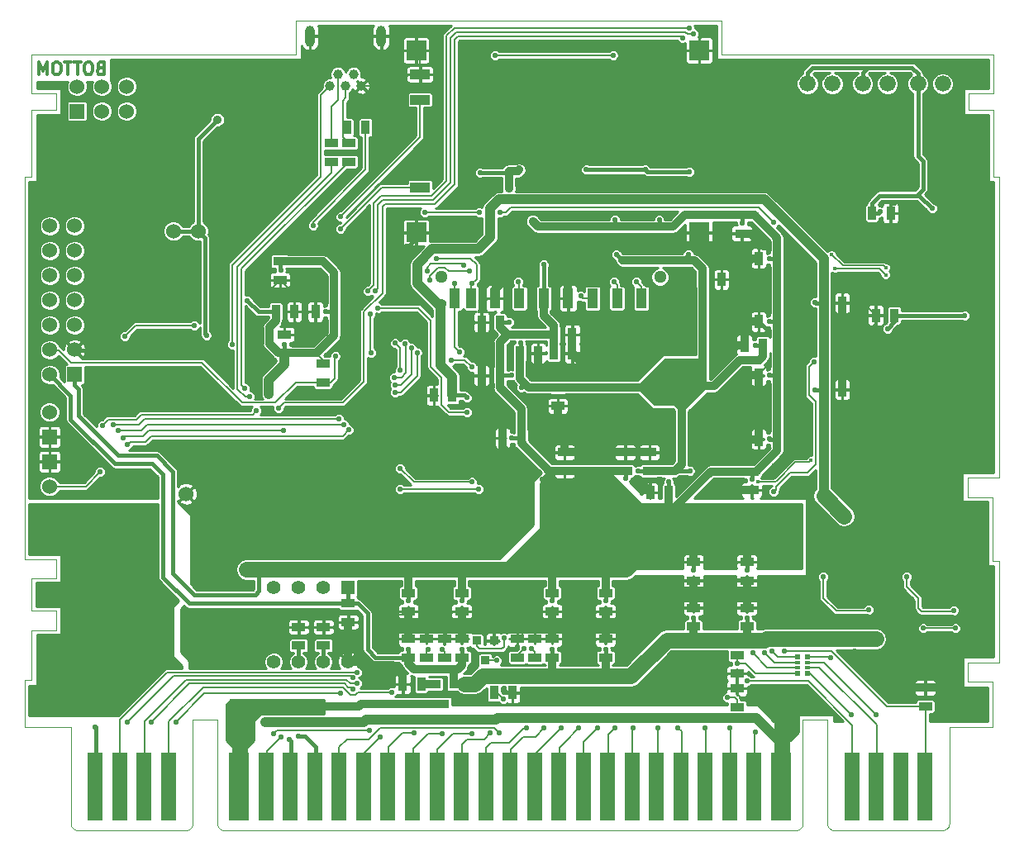
<source format=gbl>
G04 (created by PCBNEW-RS274X (2010-04-21 BZR 23xx)-stable) date mer. 22 févr. 2012 15:22:36 CET*
G01*
G70*
G90*
%MOIN*%
G04 Gerber Fmt 3.4, Leading zero omitted, Abs format*
%FSLAX34Y34*%
G04 APERTURE LIST*
%ADD10C,0.006000*%
%ADD11C,0.012000*%
%ADD12C,0.004000*%
%ADD13C,0.003900*%
%ADD14R,0.059100X0.275600*%
%ADD15R,0.078700X0.275600*%
%ADD16R,0.060000X0.060000*%
%ADD17C,0.060000*%
%ADD18C,0.039400*%
%ADD19O,0.039400X0.086600*%
%ADD20R,0.035000X0.055000*%
%ADD21R,0.055000X0.035000*%
%ADD22R,0.036000X0.036000*%
%ADD23R,0.055000X0.055000*%
%ADD24C,0.055000*%
%ADD25R,0.019700X0.011800*%
%ADD26R,0.019700X0.019700*%
%ADD27C,0.066000*%
%ADD28C,0.051200*%
%ADD29R,0.043300X0.078700*%
%ADD30R,0.078700X0.078700*%
%ADD31R,0.078700X0.039400*%
%ADD32C,0.021800*%
%ADD33C,0.035000*%
%ADD34C,0.015700*%
%ADD35C,0.008000*%
%ADD36C,0.040000*%
%ADD37C,0.016000*%
%ADD38C,0.064000*%
%ADD39C,0.032000*%
%ADD40C,0.005900*%
%ADD41C,0.010000*%
G04 APERTURE END LIST*
G54D10*
G54D11*
X40554Y-23621D02*
X40483Y-23645D01*
X40459Y-23669D01*
X40435Y-23717D01*
X40435Y-23788D01*
X40459Y-23836D01*
X40483Y-23860D01*
X40530Y-23883D01*
X40721Y-23883D01*
X40721Y-23383D01*
X40554Y-23383D01*
X40507Y-23407D01*
X40483Y-23431D01*
X40459Y-23479D01*
X40459Y-23526D01*
X40483Y-23574D01*
X40507Y-23598D01*
X40554Y-23621D01*
X40721Y-23621D01*
X40126Y-23383D02*
X40030Y-23383D01*
X39983Y-23407D01*
X39935Y-23455D01*
X39911Y-23550D01*
X39911Y-23717D01*
X39935Y-23812D01*
X39983Y-23860D01*
X40030Y-23883D01*
X40126Y-23883D01*
X40173Y-23860D01*
X40221Y-23812D01*
X40245Y-23717D01*
X40245Y-23550D01*
X40221Y-23455D01*
X40173Y-23407D01*
X40126Y-23383D01*
X39768Y-23383D02*
X39483Y-23383D01*
X39626Y-23883D02*
X39626Y-23383D01*
X39387Y-23383D02*
X39102Y-23383D01*
X39245Y-23883D02*
X39245Y-23383D01*
X38840Y-23383D02*
X38744Y-23383D01*
X38697Y-23407D01*
X38649Y-23455D01*
X38625Y-23550D01*
X38625Y-23717D01*
X38649Y-23812D01*
X38697Y-23860D01*
X38744Y-23883D01*
X38840Y-23883D01*
X38887Y-23860D01*
X38935Y-23812D01*
X38959Y-23717D01*
X38959Y-23550D01*
X38935Y-23455D01*
X38887Y-23407D01*
X38840Y-23383D01*
X38411Y-23883D02*
X38411Y-23383D01*
X38244Y-23741D01*
X38078Y-23383D01*
X38078Y-23883D01*
G54D12*
X37510Y-27993D02*
X37786Y-27993D01*
X38770Y-43426D02*
X37510Y-43426D01*
X37510Y-48308D02*
X37786Y-48308D01*
X39360Y-50197D02*
X37510Y-50197D01*
X37510Y-43426D02*
X37510Y-27993D01*
X37510Y-50197D02*
X37510Y-48308D01*
X76801Y-40099D02*
X76801Y-40158D01*
X76801Y-40158D02*
X75542Y-40158D01*
X75542Y-40158D02*
X75542Y-40217D01*
X76801Y-40158D02*
X76801Y-27993D01*
X76801Y-27993D02*
X76565Y-27993D01*
X76565Y-27993D02*
X76565Y-27914D01*
X76723Y-43504D02*
X76801Y-43504D01*
X76801Y-43504D02*
X76801Y-43583D01*
X76801Y-43504D02*
X76526Y-43504D01*
X75542Y-47599D02*
X76801Y-47599D01*
X76801Y-47599D02*
X76801Y-43514D01*
X76797Y-47597D02*
X76802Y-47597D01*
G54D13*
X76565Y-25315D02*
X76565Y-27993D01*
X37786Y-25315D02*
X37786Y-27993D01*
X38770Y-45512D02*
X37786Y-45512D01*
X37786Y-44213D02*
X37786Y-45512D01*
X38770Y-44213D02*
X37786Y-44213D01*
X38770Y-43426D02*
X38770Y-44213D01*
X75542Y-40945D02*
X75542Y-40158D01*
X76526Y-40945D02*
X75542Y-40945D01*
X76526Y-43504D02*
X76526Y-40945D01*
X74518Y-54371D02*
X74542Y-54369D01*
X74565Y-54366D01*
X74589Y-54361D01*
X74612Y-54354D01*
X74634Y-54345D01*
X74656Y-54334D01*
X74676Y-54321D01*
X74695Y-54306D01*
X74713Y-54290D01*
X74729Y-54272D01*
X74744Y-54253D01*
X74757Y-54232D01*
X74768Y-54211D01*
X74777Y-54189D01*
X74784Y-54166D01*
X74789Y-54142D01*
X74792Y-54119D01*
X74794Y-54095D01*
X69872Y-54095D02*
X69874Y-54119D01*
X69877Y-54142D01*
X69882Y-54166D01*
X69889Y-54189D01*
X69898Y-54211D01*
X69909Y-54232D01*
X69922Y-54253D01*
X69937Y-54272D01*
X69953Y-54290D01*
X69971Y-54306D01*
X69990Y-54321D01*
X70010Y-54334D01*
X70032Y-54345D01*
X70054Y-54354D01*
X70077Y-54361D01*
X70101Y-54366D01*
X70124Y-54369D01*
X70148Y-54371D01*
X68612Y-54371D02*
X68636Y-54369D01*
X68659Y-54366D01*
X68683Y-54361D01*
X68706Y-54354D01*
X68728Y-54345D01*
X68750Y-54334D01*
X68770Y-54321D01*
X68789Y-54306D01*
X68807Y-54290D01*
X68823Y-54272D01*
X68838Y-54253D01*
X68851Y-54232D01*
X68862Y-54211D01*
X68871Y-54189D01*
X68878Y-54166D01*
X68883Y-54142D01*
X68886Y-54119D01*
X68888Y-54095D01*
X45266Y-54095D02*
X45268Y-54119D01*
X45271Y-54142D01*
X45276Y-54166D01*
X45283Y-54189D01*
X45292Y-54211D01*
X45303Y-54232D01*
X45316Y-54253D01*
X45331Y-54272D01*
X45347Y-54290D01*
X45365Y-54306D01*
X45384Y-54321D01*
X45404Y-54334D01*
X45426Y-54345D01*
X45448Y-54354D01*
X45471Y-54361D01*
X45495Y-54366D01*
X45518Y-54369D01*
X45542Y-54371D01*
X44006Y-54371D02*
X44030Y-54369D01*
X44053Y-54366D01*
X44077Y-54361D01*
X44100Y-54354D01*
X44122Y-54345D01*
X44144Y-54334D01*
X44164Y-54321D01*
X44183Y-54306D01*
X44201Y-54290D01*
X44217Y-54272D01*
X44232Y-54253D01*
X44245Y-54232D01*
X44256Y-54211D01*
X44265Y-54189D01*
X44272Y-54166D01*
X44277Y-54142D01*
X44280Y-54119D01*
X44282Y-54095D01*
X39360Y-54095D02*
X39362Y-54119D01*
X39365Y-54142D01*
X39370Y-54166D01*
X39377Y-54189D01*
X39386Y-54211D01*
X39397Y-54232D01*
X39410Y-54253D01*
X39425Y-54272D01*
X39441Y-54290D01*
X39459Y-54306D01*
X39478Y-54321D01*
X39498Y-54334D01*
X39520Y-54345D01*
X39542Y-54354D01*
X39565Y-54361D01*
X39589Y-54366D01*
X39612Y-54369D01*
X39636Y-54371D01*
G54D12*
X48455Y-23071D02*
X37786Y-23071D01*
X65601Y-21693D02*
X48455Y-21693D01*
X76565Y-23071D02*
X65601Y-23071D01*
X48455Y-23071D02*
X48455Y-21693D01*
X65601Y-21693D02*
X65601Y-23071D01*
X76565Y-23071D02*
X76565Y-24646D01*
X76565Y-24646D02*
X75581Y-24646D01*
X75581Y-24646D02*
X75581Y-25315D01*
X75581Y-25315D02*
X76565Y-25315D01*
X75542Y-47599D02*
X75542Y-48386D01*
X75542Y-48386D02*
X76526Y-48386D01*
X76526Y-48386D02*
X76526Y-50197D01*
X76526Y-50197D02*
X74794Y-50197D01*
X74794Y-50197D02*
X74794Y-50237D01*
X37786Y-25315D02*
X38770Y-25315D01*
X38770Y-25315D02*
X38770Y-24646D01*
X38770Y-24646D02*
X37786Y-24646D01*
X37786Y-24646D02*
X37786Y-23071D01*
X39360Y-54095D02*
X39360Y-50237D01*
X39360Y-50237D02*
X39360Y-50197D01*
X37786Y-48308D02*
X37786Y-46300D01*
X37786Y-46300D02*
X38770Y-46300D01*
X38770Y-46300D02*
X38770Y-45512D01*
X44006Y-54371D02*
X39636Y-54371D01*
X45266Y-54095D02*
X45266Y-49922D01*
X45266Y-49922D02*
X44282Y-49922D01*
X44282Y-49922D02*
X44282Y-54095D01*
X74794Y-54095D02*
X74794Y-50237D01*
X70148Y-54371D02*
X74518Y-54371D01*
X68888Y-54095D02*
X68888Y-49922D01*
X68888Y-49922D02*
X69872Y-49922D01*
X69872Y-49922D02*
X69872Y-54095D01*
X68612Y-54371D02*
X45542Y-54371D01*
G54D14*
X73809Y-52599D03*
X72825Y-52599D03*
X71841Y-52599D03*
X70857Y-52599D03*
G54D15*
X68002Y-52599D03*
G54D14*
X66920Y-52599D03*
X65935Y-52599D03*
X64951Y-52599D03*
X63967Y-52599D03*
X62983Y-52599D03*
X61998Y-52599D03*
X61014Y-52599D03*
X60030Y-52599D03*
X59046Y-52599D03*
X58061Y-52599D03*
X57077Y-52599D03*
X56093Y-52599D03*
X55108Y-52599D03*
X54124Y-52599D03*
X53140Y-52599D03*
X52156Y-52599D03*
X51171Y-52599D03*
X50187Y-52599D03*
X49203Y-52599D03*
X48219Y-52599D03*
X47234Y-52599D03*
G54D15*
X46152Y-52599D03*
G54D14*
X43297Y-52599D03*
X42313Y-52599D03*
X41329Y-52599D03*
X40345Y-52599D03*
G54D16*
X39615Y-25360D03*
G54D17*
X39615Y-24360D03*
X40615Y-25360D03*
X40615Y-24360D03*
X41615Y-25360D03*
X41615Y-24360D03*
G54D16*
X38500Y-38500D03*
G54D17*
X38500Y-37500D03*
G54D18*
X50135Y-23864D03*
X50450Y-24336D03*
X50765Y-23864D03*
X51080Y-24336D03*
X49820Y-24336D03*
G54D19*
X49013Y-22328D03*
X51887Y-22328D03*
G54D16*
X38500Y-39500D03*
G54D17*
X38500Y-40500D03*
X44000Y-40800D03*
X44500Y-30200D03*
X43500Y-30200D03*
G54D16*
X39516Y-35992D03*
G54D17*
X38516Y-35992D03*
X39516Y-34992D03*
X38516Y-34992D03*
X39516Y-33992D03*
X38516Y-33992D03*
X39516Y-32992D03*
X38516Y-32992D03*
X39516Y-31992D03*
X38516Y-31992D03*
X39516Y-30992D03*
X38516Y-30992D03*
X39516Y-29992D03*
X38516Y-29992D03*
G54D20*
X58838Y-34370D03*
X59588Y-34370D03*
X50500Y-26025D03*
X51250Y-26025D03*
X72575Y-33600D03*
X71825Y-33600D03*
X71675Y-29475D03*
X72425Y-29475D03*
G54D21*
X64475Y-46150D03*
X64475Y-45400D03*
X58775Y-47400D03*
X58775Y-46650D03*
X52975Y-47400D03*
X52975Y-46650D03*
X64475Y-43550D03*
X64475Y-44300D03*
X58775Y-44800D03*
X58775Y-45550D03*
X52975Y-44800D03*
X52975Y-45550D03*
X50550Y-45225D03*
X50550Y-45975D03*
G54D20*
X69725Y-33100D03*
X70475Y-33100D03*
X67275Y-34800D03*
X66525Y-34800D03*
G54D21*
X62700Y-39875D03*
X62700Y-39125D03*
G54D20*
X57460Y-35118D03*
X58210Y-35118D03*
G54D21*
X59275Y-39875D03*
X59275Y-39125D03*
X66825Y-39900D03*
X66825Y-40650D03*
G54D20*
X67850Y-38600D03*
X67100Y-38600D03*
X67850Y-33850D03*
X67100Y-33850D03*
G54D21*
X66425Y-29550D03*
X66425Y-30300D03*
G54D20*
X56675Y-33875D03*
X55925Y-33875D03*
X56675Y-36025D03*
X55925Y-36025D03*
G54D21*
X73825Y-48625D03*
X73825Y-49375D03*
G54D20*
X54750Y-36825D03*
X54000Y-36825D03*
X69725Y-36600D03*
X70475Y-36600D03*
X58838Y-35118D03*
X59588Y-35118D03*
X47625Y-33450D03*
X48375Y-33450D03*
G54D21*
X47800Y-31425D03*
X47800Y-32175D03*
G54D20*
X49975Y-33450D03*
X49225Y-33450D03*
G54D21*
X47975Y-35125D03*
X47975Y-34375D03*
X55125Y-44800D03*
X55125Y-45550D03*
X60925Y-44800D03*
X60925Y-45550D03*
X66625Y-43550D03*
X66625Y-44300D03*
X66625Y-46150D03*
X66625Y-45400D03*
X60925Y-47400D03*
X60925Y-46650D03*
X55125Y-47400D03*
X55125Y-46650D03*
X50575Y-26650D03*
X50575Y-27400D03*
X49875Y-26650D03*
X49875Y-27400D03*
G54D22*
X56425Y-46725D03*
X55725Y-46725D03*
X56075Y-47525D03*
G54D21*
X49525Y-36300D03*
X49525Y-35550D03*
G54D23*
X50550Y-44575D03*
G54D24*
X49550Y-44575D03*
X48550Y-44575D03*
X47550Y-44575D03*
X47550Y-47575D03*
X48550Y-47575D03*
X49550Y-47575D03*
X50550Y-47575D03*
G54D21*
X48550Y-46925D03*
X48550Y-46175D03*
X49550Y-46925D03*
X49550Y-46175D03*
X66225Y-49400D03*
X66225Y-48650D03*
X66225Y-47300D03*
X66225Y-48050D03*
X57375Y-47400D03*
X57375Y-46650D03*
X53700Y-47400D03*
X53700Y-46650D03*
G54D20*
X56425Y-48825D03*
X57175Y-48825D03*
G54D21*
X58075Y-47400D03*
X58075Y-46650D03*
X54425Y-47400D03*
X54425Y-46650D03*
G54D20*
X64850Y-32150D03*
X65600Y-32150D03*
G54D21*
X61725Y-39875D03*
X61725Y-39125D03*
G54D20*
X57525Y-38550D03*
X56775Y-38550D03*
G54D21*
X59000Y-36500D03*
X59000Y-37250D03*
G54D20*
X63475Y-40750D03*
X62725Y-40750D03*
X67850Y-36025D03*
X67100Y-36025D03*
X67850Y-31300D03*
X67100Y-31300D03*
G54D22*
X54800Y-48475D03*
X54100Y-48475D03*
X54450Y-49275D03*
G54D20*
X52750Y-48475D03*
X53500Y-48475D03*
G54D25*
X69072Y-47798D03*
X69072Y-47602D03*
X68678Y-47798D03*
X68678Y-47602D03*
G54D26*
X69072Y-48035D03*
X69072Y-47365D03*
X68678Y-47365D03*
X68678Y-48035D03*
G54D27*
X69075Y-24250D03*
X70075Y-24250D03*
X73525Y-24250D03*
X74525Y-24250D03*
X71300Y-24250D03*
X72300Y-24250D03*
G54D28*
X54314Y-32049D03*
X63133Y-32049D03*
G54D29*
X61391Y-32915D03*
X60407Y-32915D03*
X59422Y-32915D03*
X58438Y-32915D03*
X57454Y-32915D03*
X56470Y-32915D03*
X55515Y-32915D03*
X54845Y-32915D03*
X62375Y-32915D03*
G54D30*
X64708Y-30258D03*
X64708Y-22915D03*
X53290Y-30258D03*
X53290Y-22915D03*
G54D31*
X53448Y-28427D03*
X53448Y-24903D03*
X53448Y-23880D03*
G54D32*
X69375Y-36625D03*
X55350Y-36925D03*
G54D33*
X70550Y-41700D03*
G54D32*
X69375Y-33075D03*
X54400Y-33100D03*
X73075Y-44150D03*
X74975Y-45500D03*
X75412Y-33600D03*
X72297Y-34135D03*
X57540Y-36505D03*
X62250Y-39875D03*
X66975Y-34800D03*
G54D33*
X64000Y-36125D03*
G54D32*
X57500Y-34725D03*
X64272Y-31129D03*
X62525Y-27725D03*
G54D33*
X64000Y-36625D03*
G54D32*
X64325Y-39875D03*
G54D33*
X63500Y-36125D03*
G54D32*
X64300Y-27800D03*
X61374Y-31157D03*
X60150Y-27725D03*
G54D33*
X63500Y-36625D03*
G54D32*
X69700Y-44150D03*
G54D33*
X68625Y-42050D03*
X68625Y-41525D03*
G54D32*
X71550Y-45475D03*
X66825Y-40200D03*
G54D33*
X68625Y-42575D03*
X68625Y-43100D03*
X68625Y-43625D03*
G54D32*
X55875Y-27850D03*
X57450Y-27725D03*
G54D33*
X57025Y-28475D03*
G54D32*
X67525Y-31325D03*
X66450Y-29875D03*
X67525Y-36025D03*
X67525Y-38575D03*
X63475Y-40325D03*
X57050Y-33875D03*
X72000Y-29425D03*
X61725Y-40175D03*
X57125Y-36025D03*
G54D33*
X47350Y-36775D03*
G54D32*
X67525Y-33850D03*
X64475Y-43875D03*
X66625Y-43875D03*
X60925Y-45125D03*
X58775Y-45125D03*
X49650Y-33450D03*
X55125Y-45125D03*
X52975Y-45125D03*
X58425Y-31550D03*
X74094Y-29291D03*
X46478Y-32998D03*
X47825Y-31775D03*
X61317Y-29731D03*
X47976Y-34771D03*
X58375Y-40225D03*
G54D33*
X57991Y-29803D03*
G54D32*
X63090Y-29731D03*
G54D33*
X47450Y-43850D03*
G54D32*
X57150Y-38550D03*
G54D33*
X46450Y-43850D03*
X46950Y-43850D03*
X71375Y-46650D03*
G54D32*
X75050Y-46225D03*
X66625Y-45825D03*
G54D33*
X69550Y-46650D03*
G54D32*
X73725Y-46225D03*
G54D33*
X70150Y-46650D03*
G54D32*
X64475Y-45825D03*
X58775Y-47075D03*
X52975Y-47075D03*
X55125Y-47075D03*
G54D33*
X71825Y-46650D03*
G54D32*
X60925Y-47075D03*
G54D33*
X45900Y-50650D03*
X46475Y-50650D03*
X45906Y-50197D03*
G54D32*
X44825Y-34400D03*
G54D33*
X45275Y-25700D03*
G54D32*
X61225Y-23100D03*
X56475Y-23100D03*
X41525Y-34450D03*
X44350Y-34000D03*
X56275Y-50450D03*
X66650Y-48350D03*
X70850Y-49700D03*
X56634Y-50433D03*
X57750Y-50250D03*
X58450Y-50250D03*
X65950Y-50250D03*
X66975Y-50425D03*
X59150Y-50250D03*
X59850Y-50250D03*
X60600Y-50250D03*
X61300Y-50250D03*
X62050Y-50250D03*
X63025Y-50250D03*
X63850Y-50250D03*
X64950Y-50250D03*
X51400Y-50350D03*
X47550Y-50475D03*
X55525Y-50475D03*
X54350Y-50475D03*
X53200Y-50450D03*
X51850Y-50600D03*
X52300Y-48800D03*
X50250Y-48850D03*
X43600Y-50000D03*
X50900Y-48450D03*
X42600Y-50000D03*
X50725Y-48675D03*
X50900Y-48000D03*
X41650Y-50000D03*
X50725Y-48225D03*
X71850Y-49700D03*
X70000Y-47425D03*
X68125Y-47150D03*
G54D33*
X43450Y-47700D03*
X40775Y-41375D03*
X40725Y-49550D03*
X38400Y-49550D03*
X37880Y-42540D03*
X37880Y-41780D03*
X41800Y-46800D03*
X41925Y-48900D03*
X38400Y-48800D03*
X38730Y-47585D03*
X39145Y-44700D03*
X43125Y-46900D03*
X43125Y-46025D03*
G54D32*
X40350Y-50200D03*
X52650Y-40600D03*
X55800Y-40600D03*
X48175Y-50700D03*
X47953Y-38228D03*
X41457Y-38543D03*
X41275Y-38250D03*
X50375Y-38000D03*
X53100Y-34925D03*
X52425Y-36400D03*
X50175Y-37775D03*
X52825Y-34750D03*
X52400Y-36100D03*
X41075Y-38025D03*
X53325Y-35100D03*
X41654Y-38819D03*
X52425Y-36700D03*
X50575Y-38225D03*
X51750Y-33300D03*
X55350Y-37505D03*
X55550Y-40325D03*
X52650Y-35825D03*
X52450Y-34725D03*
X52650Y-39775D03*
X48550Y-50575D03*
G54D33*
X45500Y-24000D03*
X42500Y-24000D03*
X56900Y-41800D03*
X55800Y-41000D03*
X52480Y-42441D03*
G54D32*
X70975Y-47150D03*
G54D33*
X53025Y-32950D03*
X65550Y-45725D03*
X68150Y-44375D03*
X68650Y-44375D03*
X61800Y-45225D03*
X59850Y-46950D03*
X59850Y-45225D03*
X47200Y-50000D03*
X62756Y-44606D03*
X62756Y-46457D03*
X54025Y-45225D03*
X47500Y-28000D03*
X68075Y-40750D03*
X72425Y-40250D03*
X61800Y-46950D03*
X69100Y-40750D03*
X73975Y-41375D03*
X71400Y-40250D03*
X75128Y-41378D03*
X76142Y-41378D03*
X73375Y-40250D03*
G54D32*
X72275Y-45775D03*
G54D33*
X70275Y-40400D03*
X73125Y-41375D03*
G54D32*
X74125Y-45775D03*
X72525Y-44550D03*
G54D33*
X46400Y-45600D03*
G54D32*
X70050Y-45750D03*
G54D33*
X74375Y-40250D03*
G54D32*
X75475Y-45400D03*
X73775Y-45775D03*
X72525Y-44850D03*
X72825Y-45050D03*
X73425Y-45775D03*
X72525Y-45500D03*
X72650Y-45775D03*
X73075Y-45775D03*
X73275Y-45050D03*
X74375Y-46550D03*
X74900Y-45775D03*
X74550Y-45775D03*
X75725Y-45150D03*
G54D33*
X65550Y-44250D03*
X55800Y-42100D03*
G54D32*
X75225Y-45650D03*
X70400Y-45750D03*
X71575Y-45775D03*
X71925Y-45775D03*
X69700Y-45750D03*
X70750Y-45750D03*
X72525Y-45150D03*
X76398Y-39508D03*
X76398Y-37992D03*
X75315Y-37992D03*
X75315Y-36496D03*
X75000Y-35000D03*
X76398Y-36496D03*
X76417Y-35000D03*
X71225Y-45775D03*
G54D33*
X76100Y-25800D03*
X76142Y-44449D03*
X76100Y-26975D03*
X45000Y-28000D03*
X45200Y-31025D03*
X68400Y-26100D03*
X38750Y-25725D03*
X38350Y-26600D03*
X38350Y-27950D03*
X45700Y-47650D03*
X37854Y-29291D03*
X37953Y-32500D03*
X37972Y-35492D03*
X44800Y-45600D03*
X44000Y-45600D03*
X45575Y-45600D03*
X37953Y-31516D03*
X44000Y-46900D03*
X37972Y-36713D03*
X44800Y-44350D03*
X47225Y-45600D03*
X45725Y-44350D03*
X46600Y-47650D03*
X65175Y-25900D03*
X37972Y-33524D03*
X68150Y-45400D03*
X71890Y-47874D03*
X53225Y-33650D03*
X45850Y-30425D03*
X45200Y-30175D03*
X65550Y-36950D03*
X52200Y-33650D03*
X69075Y-49350D03*
X69075Y-48825D03*
X72126Y-48307D03*
X68150Y-45925D03*
X68150Y-44875D03*
X67500Y-48825D03*
X68550Y-49350D03*
X68650Y-44875D03*
X67500Y-49350D03*
X64475Y-38100D03*
X57800Y-45225D03*
X55825Y-45225D03*
X51787Y-45225D03*
X51787Y-46925D03*
X68550Y-48825D03*
X67775Y-39700D03*
X76413Y-33535D03*
X76417Y-30492D03*
X76417Y-29705D03*
X76417Y-32008D03*
X41289Y-28002D03*
X76398Y-28425D03*
X44000Y-25500D03*
X41112Y-24705D03*
X40125Y-37125D03*
X72000Y-38000D03*
X73500Y-36500D03*
X76299Y-45512D03*
X68025Y-49850D03*
G54D32*
X56825Y-48650D03*
G54D33*
X71400Y-27400D03*
X46600Y-44500D03*
X73400Y-28000D03*
X70050Y-26350D03*
G54D32*
X58825Y-27725D03*
X69150Y-29025D03*
G54D33*
X67840Y-24140D03*
X63775Y-25825D03*
X54125Y-23975D03*
X55900Y-22775D03*
X64200Y-27300D03*
G54D32*
X64700Y-24500D03*
X62525Y-48325D03*
G54D33*
X55500Y-24000D03*
X49000Y-24000D03*
X49000Y-28000D03*
X49000Y-25500D03*
X47500Y-25500D03*
X46000Y-27000D03*
X51450Y-25500D03*
X53000Y-28000D03*
X54100Y-26925D03*
X55500Y-27500D03*
X55500Y-28500D03*
G54D32*
X67475Y-35600D03*
X58306Y-38605D03*
G54D33*
X63500Y-39400D03*
X63500Y-37500D03*
X64500Y-39400D03*
X66600Y-31600D03*
X67300Y-30825D03*
X51450Y-28000D03*
X65825Y-40325D03*
X65500Y-35500D03*
G54D32*
X67475Y-34225D03*
G54D33*
X62225Y-40225D03*
X42450Y-36200D03*
X65500Y-34000D03*
X48750Y-43200D03*
G54D32*
X52300Y-35775D03*
G54D33*
X68025Y-49350D03*
X50000Y-31325D03*
X52300Y-38700D03*
X76299Y-47004D03*
G54D32*
X57375Y-46975D03*
G54D33*
X50700Y-38700D03*
X52300Y-37400D03*
X50300Y-40200D03*
X53000Y-37100D03*
X75000Y-49000D03*
X50700Y-35775D03*
X50700Y-37400D03*
X51300Y-44600D03*
X57700Y-31000D03*
X52500Y-41000D03*
X50000Y-42875D03*
X46400Y-43200D03*
X50000Y-41000D03*
G54D32*
X57062Y-35640D03*
X52150Y-34800D03*
G54D33*
X72125Y-48800D03*
X66500Y-38400D03*
G54D32*
X57047Y-34843D03*
G54D33*
X58000Y-36000D03*
X68025Y-48825D03*
X44800Y-43200D03*
G54D32*
X57950Y-32475D03*
G54D33*
X52900Y-30875D03*
X61125Y-31525D03*
G54D32*
X58031Y-31260D03*
X60324Y-30604D03*
G54D33*
X44800Y-47650D03*
X66800Y-24140D03*
X52244Y-32126D03*
G54D32*
X70157Y-38465D03*
G54D33*
X66800Y-26100D03*
X60000Y-36000D03*
X62000Y-37000D03*
X62000Y-36000D03*
X65300Y-24140D03*
X64000Y-34000D03*
X64000Y-32000D03*
X47600Y-43200D03*
G54D32*
X64863Y-31126D03*
G54D33*
X68650Y-45400D03*
X48775Y-36775D03*
X65500Y-31550D03*
X48900Y-34700D03*
X60000Y-37000D03*
X52244Y-31024D03*
X68650Y-45925D03*
G54D32*
X74075Y-29902D03*
G54D33*
X48900Y-32500D03*
X42800Y-30300D03*
X39500Y-27000D03*
X75100Y-30500D03*
X44000Y-28000D03*
X42500Y-27000D03*
X40200Y-30300D03*
X58000Y-39800D03*
G54D32*
X71741Y-38647D03*
X70375Y-30325D03*
G54D33*
X40100Y-35000D03*
X47700Y-41300D03*
X47700Y-39200D03*
X46400Y-41300D03*
X46400Y-39900D03*
X47000Y-35000D03*
X47000Y-32500D03*
X57300Y-39100D03*
X54000Y-36200D03*
G54D32*
X57586Y-45603D03*
G54D33*
X41600Y-32100D03*
G54D32*
X70375Y-30924D03*
X44600Y-34675D03*
G54D33*
X52500Y-40200D03*
X43000Y-32100D03*
G54D32*
X46970Y-34380D03*
X71604Y-34141D03*
X49225Y-33025D03*
X72579Y-29062D03*
X73320Y-34140D03*
X61708Y-30510D03*
X47295Y-32174D03*
X66169Y-32487D03*
X66148Y-30954D03*
X63278Y-39109D03*
G54D33*
X55825Y-46100D03*
X52450Y-46100D03*
X57800Y-46100D03*
G54D32*
X59939Y-38682D03*
X45250Y-35575D03*
X51450Y-33550D03*
X55525Y-35675D03*
X51475Y-35100D03*
X54700Y-35400D03*
X57650Y-47050D03*
X53775Y-47075D03*
X56825Y-46600D03*
X57950Y-47050D03*
X54325Y-47075D03*
X56550Y-47525D03*
X56800Y-49075D03*
X66225Y-47650D03*
X66875Y-47225D03*
X67350Y-47200D03*
X67650Y-47150D03*
X65850Y-49025D03*
X51325Y-32625D03*
X64300Y-22000D03*
X50225Y-29625D03*
X46380Y-36550D03*
X46850Y-37450D03*
X40551Y-39921D03*
X40630Y-38031D03*
X46560Y-36880D03*
X50225Y-30100D03*
X64475Y-22250D03*
X51625Y-32625D03*
X64050Y-22400D03*
X47750Y-37350D03*
X45860Y-34780D03*
X50025Y-35250D03*
X67700Y-29850D03*
X56675Y-29450D03*
X53650Y-29450D03*
X55850Y-29450D03*
G54D34*
X69213Y-39449D03*
X67075Y-40325D03*
X70182Y-31714D03*
X72224Y-31963D03*
X70039Y-31134D03*
X72224Y-31668D03*
G54D32*
X57400Y-32250D03*
X59925Y-32825D03*
X54100Y-31300D03*
X55551Y-32323D03*
X54850Y-32325D03*
X55039Y-35079D03*
X53725Y-31800D03*
X55200Y-31575D03*
X62175Y-32250D03*
X61275Y-32250D03*
X55425Y-31825D03*
X53825Y-32175D03*
X47825Y-50600D03*
X69331Y-35472D03*
X67717Y-40709D03*
X49125Y-29975D03*
G54D35*
X73075Y-44550D02*
X73550Y-45025D01*
X73550Y-45425D02*
X73675Y-45550D01*
G54D36*
X56275Y-29275D02*
X56275Y-30450D01*
X67325Y-28925D02*
X56625Y-28925D01*
X56625Y-28925D02*
X56275Y-29275D01*
G54D35*
X54400Y-33100D02*
X54340Y-33100D01*
X69375Y-36625D02*
X69400Y-36600D01*
X54340Y-33100D02*
X54291Y-33149D01*
G54D36*
X69725Y-36600D02*
X69725Y-33100D01*
X54275Y-35600D02*
X54275Y-33149D01*
X54174Y-33149D02*
X54275Y-33149D01*
X54275Y-33149D02*
X54291Y-33149D01*
G54D35*
X69375Y-33075D02*
X69400Y-33100D01*
G54D36*
X54750Y-36075D02*
X54275Y-35600D01*
G54D35*
X73075Y-44150D02*
X73075Y-44550D01*
G54D37*
X55250Y-36825D02*
X54750Y-36825D01*
G54D36*
X53950Y-30925D02*
X53325Y-31550D01*
X69725Y-40875D02*
X69725Y-36600D01*
X69725Y-31325D02*
X67325Y-28925D01*
G54D35*
X73550Y-45025D02*
X73550Y-45425D01*
G54D36*
X56275Y-30450D02*
X55800Y-30925D01*
X54750Y-36825D02*
X54750Y-36075D01*
X55800Y-30925D02*
X53950Y-30925D01*
G54D35*
X74925Y-45550D02*
X74975Y-45500D01*
X73675Y-45550D02*
X74925Y-45550D01*
G54D36*
X53325Y-32300D02*
X54174Y-33149D01*
G54D37*
X69400Y-33100D02*
X69725Y-33100D01*
G54D38*
X69725Y-40875D02*
X70550Y-41700D01*
G54D37*
X55350Y-36925D02*
X55250Y-36825D01*
X69400Y-36600D02*
X69725Y-36600D01*
G54D36*
X69725Y-33100D02*
X69725Y-31325D01*
X53325Y-31550D02*
X53325Y-32300D01*
G54D35*
X72575Y-33857D02*
X72575Y-33600D01*
G54D37*
X72297Y-34135D02*
X72575Y-33857D01*
X72575Y-33600D02*
X75412Y-33600D01*
G54D35*
X64140Y-31261D02*
X64140Y-31390D01*
G54D37*
X64272Y-31129D02*
X64140Y-31261D01*
G54D36*
X63500Y-36775D02*
X64013Y-37288D01*
X64013Y-37287D02*
X64010Y-37290D01*
G54D39*
X57825Y-36505D02*
X58995Y-36505D01*
X66349Y-35400D02*
X67125Y-35400D01*
X64000Y-37300D02*
X64010Y-37290D01*
X64850Y-32150D02*
X64850Y-36450D01*
G54D37*
X64325Y-39875D02*
X63725Y-39875D01*
G54D36*
X63345Y-36625D02*
X63220Y-36500D01*
G54D37*
X62250Y-39875D02*
X62700Y-39875D01*
X57500Y-34725D02*
X57501Y-35077D01*
G54D36*
X63500Y-36625D02*
X63500Y-36775D01*
G54D37*
X64300Y-27800D02*
X62600Y-27800D01*
G54D39*
X64515Y-31390D02*
X64850Y-31725D01*
X62700Y-39875D02*
X63725Y-39875D01*
X57460Y-36140D02*
X57684Y-36364D01*
X61593Y-31390D02*
X64140Y-31390D01*
X67275Y-35250D02*
X67275Y-34800D01*
X57460Y-35118D02*
X57460Y-36140D01*
G54D36*
X64850Y-36450D02*
X64013Y-37287D01*
G54D35*
X57681Y-36364D02*
X57684Y-36364D01*
G54D39*
X64000Y-39600D02*
X64000Y-37300D01*
X59000Y-36500D02*
X63220Y-36500D01*
X65299Y-36450D02*
X66349Y-35400D01*
X58995Y-36505D02*
X59000Y-36500D01*
X64140Y-31390D02*
X64515Y-31390D01*
X64850Y-36450D02*
X64800Y-36500D01*
G54D36*
X64000Y-36625D02*
X64000Y-36125D01*
X63500Y-36625D02*
X63345Y-36625D01*
G54D39*
X64850Y-31725D02*
X64850Y-32150D01*
X64000Y-39600D02*
X63725Y-39875D01*
G54D37*
X66975Y-34800D02*
X67275Y-34800D01*
G54D36*
X63500Y-36125D02*
X63500Y-36625D01*
G54D37*
X57540Y-36505D02*
X57681Y-36364D01*
G54D36*
X64013Y-37288D02*
X64013Y-37287D01*
G54D37*
X62600Y-27800D02*
X62525Y-27725D01*
G54D39*
X67125Y-35400D02*
X67275Y-35250D01*
X57684Y-36364D02*
X57825Y-36505D01*
G54D35*
X57501Y-35077D02*
X57460Y-35118D01*
G54D39*
X64850Y-36450D02*
X65299Y-36450D01*
G54D35*
X61593Y-31376D02*
X61593Y-31390D01*
G54D37*
X60150Y-27725D02*
X62525Y-27725D01*
X61374Y-31157D02*
X61593Y-31376D01*
G54D35*
X69700Y-45000D02*
X70225Y-45525D01*
X69700Y-44150D02*
X69700Y-45000D01*
G54D37*
X63475Y-40750D02*
X63475Y-40325D01*
G54D35*
X70225Y-45525D02*
X71500Y-45525D01*
X71500Y-45525D02*
X71550Y-45475D01*
G54D10*
X67075Y-42650D02*
X68050Y-43625D01*
G54D38*
X66675Y-42650D02*
X67075Y-42650D01*
G54D10*
X68625Y-43100D02*
X68625Y-42575D01*
X68050Y-43625D02*
X68625Y-43625D01*
G54D39*
X66650Y-42675D02*
X66675Y-42675D01*
G54D37*
X46800Y-44875D02*
X46950Y-44725D01*
G54D36*
X47975Y-35125D02*
X47975Y-35575D01*
G54D37*
X43475Y-44000D02*
X44350Y-44875D01*
X43475Y-39900D02*
X43475Y-44000D01*
X39516Y-35992D02*
X39516Y-36416D01*
X42825Y-39250D02*
X43475Y-39900D01*
X41275Y-39250D02*
X42825Y-39250D01*
X39675Y-37650D02*
X41275Y-39250D01*
X39675Y-36575D02*
X39675Y-37650D01*
G54D39*
X57400Y-27775D02*
X57025Y-27775D01*
G54D37*
X55875Y-27850D02*
X57025Y-27850D01*
X57025Y-27850D02*
X57025Y-27775D01*
X67525Y-31325D02*
X67550Y-31325D01*
G54D39*
X57450Y-27725D02*
X57400Y-27775D01*
X57025Y-28475D02*
X57025Y-27775D01*
G54D37*
X67850Y-31300D02*
X67575Y-31300D01*
X67550Y-31325D02*
X67575Y-31300D01*
X66425Y-29850D02*
X66425Y-29550D01*
X46950Y-44725D02*
X46950Y-43850D01*
G54D39*
X66425Y-29550D02*
X64125Y-29550D01*
X63650Y-30025D02*
X64125Y-29550D01*
X63650Y-30025D02*
X63089Y-30025D01*
X66425Y-29550D02*
X66925Y-29550D01*
X67850Y-30475D02*
X67850Y-31300D01*
X66925Y-29550D02*
X67850Y-30475D01*
X67850Y-31300D02*
X67850Y-33850D01*
G54D37*
X39516Y-36416D02*
X39675Y-36575D01*
X67850Y-33850D02*
X67525Y-33850D01*
G54D39*
X67850Y-38600D02*
X67850Y-36025D01*
G54D37*
X67525Y-36025D02*
X67850Y-36025D01*
G54D39*
X57525Y-37375D02*
X56675Y-36525D01*
G54D37*
X67550Y-38600D02*
X67850Y-38600D01*
X67525Y-38575D02*
X67550Y-38600D01*
G54D39*
X60750Y-39875D02*
X61725Y-39875D01*
X66825Y-39900D02*
X66990Y-39900D01*
X67850Y-39040D02*
X67850Y-38600D01*
X66990Y-39900D02*
X67850Y-39040D01*
X66825Y-39900D02*
X65175Y-39900D01*
X63350Y-41725D02*
X63325Y-41725D01*
X63350Y-41725D02*
X65175Y-39900D01*
G54D37*
X56675Y-36025D02*
X57125Y-36025D01*
G54D39*
X63475Y-40750D02*
X63475Y-41575D01*
G54D37*
X63090Y-29731D02*
X63089Y-30025D01*
X56675Y-33875D02*
X57050Y-33875D01*
G54D39*
X56675Y-33875D02*
X56675Y-34065D01*
X56675Y-34065D02*
X56980Y-34370D01*
X56675Y-36025D02*
X56675Y-34675D01*
X56980Y-34370D02*
X58838Y-34370D01*
X56675Y-34675D02*
X56980Y-34370D01*
X57525Y-38550D02*
X57525Y-37375D01*
X56675Y-36525D02*
X56675Y-36025D01*
G54D37*
X57150Y-38550D02*
X57525Y-38550D01*
G54D39*
X58875Y-39875D02*
X58650Y-39875D01*
X58650Y-39875D02*
X57525Y-38750D01*
X57525Y-38750D02*
X57525Y-38550D01*
G54D37*
X61725Y-39875D02*
X61725Y-40175D01*
G54D10*
X68625Y-42050D02*
X68625Y-41525D01*
G54D39*
X59275Y-39875D02*
X60750Y-39875D01*
X58875Y-39875D02*
X59275Y-39875D01*
X60750Y-39875D02*
X62600Y-41725D01*
X62940Y-41725D02*
X62600Y-41725D01*
G54D37*
X73483Y-28762D02*
X71988Y-28762D01*
X71675Y-29075D02*
X71675Y-29475D01*
X71988Y-28762D02*
X71675Y-29075D01*
X71675Y-29475D02*
X71950Y-29475D01*
X66825Y-39900D02*
X66825Y-40200D01*
X71950Y-29475D02*
X72000Y-29425D01*
G54D36*
X47350Y-36775D02*
X47350Y-36200D01*
G54D37*
X66450Y-29875D02*
X66425Y-29850D01*
G54D39*
X63475Y-41575D02*
X63325Y-41725D01*
G54D37*
X64475Y-43875D02*
X64475Y-43550D01*
G54D39*
X64475Y-43550D02*
X64475Y-42675D01*
X64475Y-42675D02*
X64450Y-42650D01*
X66625Y-43550D02*
X66625Y-42650D01*
X66675Y-42675D02*
X66675Y-42650D01*
X67850Y-36025D02*
X67850Y-33850D01*
X66625Y-42650D02*
X66650Y-42675D01*
G54D37*
X44350Y-44875D02*
X46800Y-44875D01*
X66625Y-43875D02*
X66625Y-43550D01*
G54D39*
X58775Y-44800D02*
X58775Y-43875D01*
X58775Y-43875D02*
X58750Y-43850D01*
X60925Y-44800D02*
X60925Y-43875D01*
X60925Y-43875D02*
X60950Y-43850D01*
G54D37*
X60925Y-45125D02*
X60925Y-44800D01*
G54D39*
X47975Y-35125D02*
X47750Y-35125D01*
X49975Y-34425D02*
X49975Y-33450D01*
G54D37*
X58775Y-45125D02*
X58775Y-44800D01*
X49975Y-33450D02*
X49650Y-33450D01*
G54D35*
X49525Y-35550D02*
X49525Y-35400D01*
X49525Y-35400D02*
X49250Y-35125D01*
G54D39*
X47375Y-34750D02*
X47375Y-34075D01*
X47375Y-34075D02*
X47625Y-33825D01*
X47625Y-33825D02*
X47625Y-33450D01*
X49975Y-33450D02*
X49975Y-31875D01*
X49525Y-31425D02*
X47800Y-31425D01*
X49975Y-31875D02*
X49525Y-31425D01*
X47975Y-35125D02*
X49250Y-35125D01*
X49250Y-35125D02*
X49275Y-35125D01*
X49275Y-35125D02*
X49975Y-34425D01*
G54D35*
X47825Y-31775D02*
X47800Y-31750D01*
G54D37*
X55125Y-45125D02*
X55125Y-44800D01*
G54D39*
X55125Y-44800D02*
X55125Y-43875D01*
X55125Y-43875D02*
X55150Y-43850D01*
X52975Y-44800D02*
X52975Y-43875D01*
X52975Y-43875D02*
X52950Y-43850D01*
G54D37*
X52975Y-45125D02*
X52975Y-44800D01*
G54D38*
X62950Y-42650D02*
X64450Y-42650D01*
G54D39*
X58838Y-34370D02*
X58838Y-34013D01*
X58838Y-34013D02*
X58438Y-33613D01*
X58438Y-33613D02*
X58438Y-32915D01*
G54D37*
X58425Y-31550D02*
X58425Y-32902D01*
X73525Y-27175D02*
X73525Y-24250D01*
X73741Y-27391D02*
X73525Y-27175D01*
X73483Y-28762D02*
X73565Y-28762D01*
X73565Y-28762D02*
X74094Y-29291D01*
X73741Y-28504D02*
X73741Y-27391D01*
G54D39*
X58838Y-35118D02*
X58838Y-34370D01*
G54D37*
X47625Y-33450D02*
X46930Y-33450D01*
X46930Y-33450D02*
X46478Y-32998D01*
X47800Y-31750D02*
X47800Y-31425D01*
X58425Y-32902D02*
X58438Y-32915D01*
X69075Y-24250D02*
X69075Y-23800D01*
X69277Y-23598D02*
X71502Y-23598D01*
X69075Y-23800D02*
X69277Y-23598D01*
G54D38*
X64450Y-42650D02*
X66675Y-42650D01*
G54D39*
X62940Y-41725D02*
X62940Y-41880D01*
G54D38*
X62940Y-42640D02*
X62950Y-42650D01*
G54D39*
X62940Y-41725D02*
X63325Y-41725D01*
G54D37*
X73525Y-24250D02*
X73525Y-23834D01*
X73289Y-23598D02*
X71502Y-23598D01*
X73525Y-23834D02*
X73289Y-23598D01*
X71502Y-23598D02*
X71300Y-23800D01*
X71300Y-23800D02*
X71300Y-24250D01*
X73483Y-28762D02*
X73741Y-28504D01*
G54D39*
X47750Y-35125D02*
X47375Y-34750D01*
G54D37*
X47976Y-34771D02*
X47975Y-34808D01*
X47975Y-34808D02*
X47975Y-35125D01*
X61317Y-29731D02*
X61317Y-30025D01*
G54D39*
X58213Y-30025D02*
X61317Y-30025D01*
X57991Y-29803D02*
X58213Y-30025D01*
X63089Y-30025D02*
X61317Y-30025D01*
G54D38*
X62940Y-41880D02*
X62940Y-42640D01*
G54D35*
X57150Y-38550D02*
X57175Y-38525D01*
G54D38*
X46450Y-43850D02*
X47450Y-43850D01*
G54D35*
X58725Y-39875D02*
X58875Y-39875D01*
G54D38*
X47450Y-43850D02*
X52950Y-43850D01*
X52950Y-43850D02*
X55150Y-43850D01*
X61750Y-43850D02*
X62950Y-42650D01*
X60950Y-43850D02*
X61750Y-43850D01*
X55150Y-43850D02*
X58750Y-43850D01*
X58750Y-43850D02*
X60950Y-43850D01*
G54D37*
X58375Y-40225D02*
X58725Y-39875D01*
G54D38*
X46950Y-43850D02*
X46450Y-43850D01*
G54D36*
X47350Y-36200D02*
X47975Y-35575D01*
G54D10*
X71825Y-46650D02*
X71375Y-46650D01*
G54D39*
X54800Y-47875D02*
X54975Y-47875D01*
G54D38*
X70150Y-46650D02*
X71825Y-46650D01*
X69550Y-46650D02*
X70150Y-46650D01*
G54D39*
X53200Y-47875D02*
X54800Y-47875D01*
G54D10*
X73725Y-46225D02*
X75050Y-46225D01*
G54D38*
X66600Y-46700D02*
X64475Y-46700D01*
X67400Y-46650D02*
X69550Y-46650D01*
G54D39*
X55125Y-47725D02*
X55125Y-47400D01*
G54D38*
X55650Y-48475D02*
X55250Y-48475D01*
X55975Y-48150D02*
X58775Y-48150D01*
X67350Y-46700D02*
X66600Y-46700D01*
G54D39*
X52975Y-47400D02*
X52975Y-47650D01*
X52975Y-47650D02*
X53200Y-47875D01*
G54D37*
X50550Y-45225D02*
X44125Y-45225D01*
G54D39*
X54800Y-48475D02*
X55250Y-48475D01*
G54D37*
X51650Y-47400D02*
X51325Y-47075D01*
G54D39*
X54975Y-47875D02*
X55125Y-47725D01*
G54D38*
X67400Y-46650D02*
X67350Y-46700D01*
G54D39*
X54800Y-48475D02*
X54800Y-47875D01*
G54D37*
X43075Y-44175D02*
X44125Y-45225D01*
X58775Y-47075D02*
X58775Y-47400D01*
G54D39*
X66625Y-46150D02*
X66625Y-46700D01*
G54D37*
X43075Y-44175D02*
X43075Y-40025D01*
G54D39*
X64475Y-46150D02*
X64475Y-46700D01*
G54D37*
X41140Y-39590D02*
X39350Y-37800D01*
X55125Y-47075D02*
X55125Y-47400D01*
X60925Y-47075D02*
X60925Y-47400D01*
X43075Y-40025D02*
X42640Y-39590D01*
G54D38*
X64475Y-46700D02*
X63400Y-46700D01*
G54D37*
X52975Y-47075D02*
X52975Y-47400D01*
X42640Y-39590D02*
X41140Y-39590D01*
G54D38*
X55975Y-48150D02*
X55650Y-48475D01*
G54D39*
X66625Y-46700D02*
X66600Y-46700D01*
G54D37*
X39350Y-36826D02*
X38516Y-35992D01*
X51325Y-45625D02*
X51325Y-47075D01*
X50925Y-45225D02*
X51325Y-45625D01*
X52975Y-47400D02*
X51650Y-47400D01*
G54D39*
X58775Y-47400D02*
X58775Y-48150D01*
G54D37*
X39350Y-37800D02*
X39350Y-36826D01*
X66625Y-45825D02*
X66625Y-46150D01*
G54D38*
X61950Y-48150D02*
X63400Y-46700D01*
X58775Y-48150D02*
X60925Y-48150D01*
G54D37*
X50550Y-45225D02*
X50550Y-44575D01*
X50925Y-45225D02*
X50550Y-45225D01*
G54D39*
X60925Y-47400D02*
X60925Y-48150D01*
G54D37*
X64475Y-45825D02*
X64475Y-46150D01*
G54D38*
X60925Y-48150D02*
X61950Y-48150D01*
G54D10*
X46181Y-50099D02*
X46181Y-50118D01*
X46201Y-50079D02*
X46181Y-50099D01*
X46181Y-50118D02*
X46181Y-51024D01*
X46181Y-51024D02*
X46175Y-51024D01*
X46175Y-50925D02*
X45900Y-50650D01*
G54D39*
X46929Y-49370D02*
X46181Y-50118D01*
X51060Y-49275D02*
X50965Y-49370D01*
X54450Y-49275D02*
X51060Y-49275D01*
G54D10*
X46024Y-50079D02*
X46201Y-50079D01*
G54D38*
X46175Y-52597D02*
X46152Y-52599D01*
G54D39*
X50965Y-49370D02*
X46929Y-49370D01*
G54D38*
X46175Y-52597D02*
X46175Y-51024D01*
X46175Y-51024D02*
X46175Y-50925D01*
G54D10*
X46175Y-50925D02*
X46475Y-50625D01*
X46475Y-50650D02*
X46475Y-50625D01*
X45906Y-50197D02*
X46024Y-50079D01*
G54D37*
X44775Y-34350D02*
X44775Y-30475D01*
X44500Y-26475D02*
X45275Y-25700D01*
X44775Y-30475D02*
X44500Y-30200D01*
X44500Y-30200D02*
X44500Y-26475D01*
X44825Y-34400D02*
X44775Y-34350D01*
X43500Y-30200D02*
X44500Y-30200D01*
G54D35*
X56475Y-23100D02*
X61225Y-23100D01*
X41975Y-34000D02*
X41525Y-34450D01*
X44350Y-34000D02*
X41975Y-34000D01*
X56275Y-50450D02*
X56025Y-50700D01*
X55325Y-50700D02*
X55131Y-50894D01*
X55131Y-50894D02*
X55131Y-52597D01*
X55108Y-52599D02*
X55131Y-52597D01*
X56025Y-50700D02*
X55325Y-50700D01*
X69100Y-48350D02*
X70880Y-50130D01*
X70880Y-50130D02*
X70880Y-52597D01*
X66650Y-48350D02*
X69100Y-48350D01*
X70857Y-52599D02*
X70880Y-52597D01*
X69072Y-48035D02*
X69185Y-48035D01*
X69185Y-48035D02*
X70850Y-49700D01*
G54D10*
X51378Y-50709D02*
X50492Y-50709D01*
X51851Y-50236D02*
X51378Y-50709D01*
X56437Y-50236D02*
X51851Y-50236D01*
X50492Y-50709D02*
X50187Y-51014D01*
X50187Y-51014D02*
X50187Y-52599D01*
X56634Y-50433D02*
X56437Y-50236D01*
G54D35*
X57625Y-50250D02*
X57750Y-50250D01*
X56116Y-51034D02*
X56300Y-50850D01*
X57025Y-50850D02*
X57625Y-50250D01*
X56116Y-52597D02*
X56093Y-52599D01*
X56116Y-52597D02*
X56116Y-51034D01*
X56300Y-50850D02*
X57025Y-50850D01*
X57100Y-51100D02*
X57100Y-52597D01*
X57100Y-51100D02*
X57600Y-50600D01*
X57077Y-52599D02*
X57100Y-52597D01*
X57600Y-50600D02*
X58100Y-50600D01*
X58100Y-50600D02*
X58450Y-50250D01*
X65958Y-50258D02*
X65958Y-52597D01*
X65935Y-52599D02*
X65958Y-52597D01*
X65958Y-50258D02*
X65950Y-50250D01*
X66943Y-52597D02*
X66943Y-50457D01*
X66943Y-52597D02*
X66920Y-52599D01*
X66943Y-50457D02*
X66975Y-50425D01*
X58084Y-51316D02*
X59150Y-50250D01*
X58084Y-51316D02*
X58084Y-52597D01*
X58061Y-52599D02*
X58084Y-52597D01*
X59069Y-51050D02*
X59069Y-52597D01*
X59046Y-52599D02*
X59069Y-52597D01*
X59300Y-50800D02*
X59850Y-50250D01*
X59069Y-51050D02*
X59300Y-50800D01*
X60053Y-50797D02*
X60600Y-50250D01*
X60053Y-50797D02*
X60053Y-52597D01*
X60030Y-52599D02*
X60053Y-52597D01*
X61014Y-52599D02*
X61037Y-52597D01*
X61037Y-50513D02*
X61037Y-52597D01*
X61037Y-50513D02*
X61300Y-50250D01*
X62021Y-50279D02*
X62050Y-50250D01*
X62021Y-50279D02*
X62021Y-52597D01*
X61998Y-52599D02*
X62021Y-52597D01*
X63025Y-52578D02*
X63006Y-52597D01*
X62983Y-52599D02*
X63006Y-52597D01*
X63025Y-50250D02*
X63025Y-52578D01*
X63850Y-50250D02*
X63990Y-50390D01*
X63967Y-52599D02*
X63990Y-52597D01*
X63990Y-50390D02*
X63990Y-52597D01*
X64974Y-50274D02*
X64974Y-52597D01*
X64951Y-52599D02*
X64974Y-52597D01*
X64974Y-50274D02*
X64950Y-50250D01*
X47675Y-50350D02*
X47550Y-50475D01*
X47675Y-50350D02*
X51400Y-50350D01*
X54147Y-51103D02*
X54775Y-50475D01*
X54775Y-50475D02*
X55525Y-50475D01*
X54147Y-51103D02*
X54147Y-52597D01*
X54124Y-52599D02*
X54147Y-52597D01*
X53163Y-51087D02*
X53775Y-50475D01*
X53775Y-50475D02*
X54350Y-50475D01*
X53163Y-52597D02*
X53163Y-51087D01*
X53163Y-52597D02*
X53140Y-52599D01*
X52179Y-51021D02*
X52179Y-52597D01*
X52156Y-52599D02*
X52179Y-52597D01*
X52179Y-51021D02*
X52750Y-50450D01*
X52750Y-50450D02*
X53200Y-50450D01*
X51194Y-51256D02*
X51194Y-52597D01*
X51171Y-52599D02*
X51194Y-52597D01*
X51194Y-51256D02*
X51850Y-50600D01*
X43297Y-52599D02*
X43320Y-52597D01*
X52300Y-48800D02*
X50925Y-48800D01*
X50625Y-48900D02*
X50325Y-48600D01*
X50825Y-48900D02*
X50625Y-48900D01*
X50925Y-48800D02*
X50825Y-48900D01*
X50325Y-48600D02*
X44700Y-48600D01*
X43320Y-49980D02*
X43320Y-52597D01*
X43320Y-49980D02*
X44700Y-48600D01*
X50250Y-48850D02*
X44750Y-48850D01*
X44750Y-48850D02*
X43600Y-50000D01*
X42336Y-49964D02*
X44000Y-48300D01*
X50900Y-48450D02*
X50625Y-48450D01*
X42336Y-52597D02*
X42336Y-49964D01*
X42336Y-52597D02*
X42313Y-52599D01*
X50475Y-48300D02*
X44000Y-48300D01*
X50625Y-48450D02*
X50475Y-48300D01*
X50650Y-48600D02*
X50550Y-48600D01*
X44150Y-48450D02*
X42600Y-50000D01*
X50725Y-48675D02*
X50650Y-48600D01*
X50550Y-48600D02*
X50400Y-48450D01*
X50400Y-48450D02*
X44150Y-48450D01*
X41352Y-52597D02*
X41352Y-49898D01*
X41352Y-52597D02*
X41329Y-52599D01*
X43250Y-48000D02*
X50900Y-48000D01*
X41352Y-49898D02*
X43250Y-48000D01*
X50725Y-48225D02*
X50650Y-48150D01*
X50650Y-48150D02*
X43500Y-48150D01*
X41650Y-50000D02*
X43500Y-48150D01*
X69072Y-47798D02*
X69548Y-47798D01*
X69548Y-47798D02*
X71864Y-50114D01*
X71864Y-50114D02*
X71864Y-52597D01*
X71841Y-52599D02*
X71864Y-52597D01*
X69072Y-47602D02*
X69752Y-47602D01*
X69752Y-47602D02*
X71850Y-49700D01*
X69072Y-47365D02*
X69940Y-47365D01*
X70000Y-47425D02*
X69940Y-47365D01*
X73832Y-52597D02*
X73832Y-49382D01*
X73832Y-52597D02*
X73809Y-52599D01*
X70050Y-47150D02*
X68125Y-47150D01*
X72275Y-49375D02*
X73825Y-49375D01*
X72275Y-49375D02*
X70050Y-47150D01*
X73832Y-49382D02*
X73825Y-49375D01*
X38730Y-47265D02*
X39145Y-46850D01*
G54D10*
X41275Y-49550D02*
X40725Y-49550D01*
G54D35*
X39145Y-46850D02*
X39145Y-44700D01*
G54D10*
X41925Y-48900D02*
X41275Y-49550D01*
X43125Y-46025D02*
X43125Y-46900D01*
X40725Y-49550D02*
X38400Y-49550D01*
G54D35*
X41800Y-48700D02*
X41800Y-46800D01*
X41700Y-48800D02*
X41800Y-48700D01*
G54D10*
X41800Y-46800D02*
X42350Y-46800D01*
X37880Y-41780D02*
X37880Y-42540D01*
X42350Y-46800D02*
X43125Y-46025D01*
G54D35*
X38400Y-48800D02*
X41700Y-48800D01*
X38730Y-47585D02*
X38730Y-47265D01*
X39145Y-44700D02*
X41800Y-44700D01*
X43125Y-46025D02*
X41800Y-44700D01*
G54D37*
X40368Y-50218D02*
X40368Y-52597D01*
X40345Y-52599D02*
X40368Y-52597D01*
X40350Y-50200D02*
X40368Y-50218D01*
G54D35*
X52650Y-40600D02*
X55800Y-40600D01*
G54D37*
X49550Y-47575D02*
X49550Y-46925D01*
X48550Y-47575D02*
X48550Y-46925D01*
X48242Y-50767D02*
X48175Y-50700D01*
X48242Y-52597D02*
X48242Y-50767D01*
X48242Y-52597D02*
X48219Y-52599D01*
G54D35*
X42520Y-38228D02*
X47953Y-38228D01*
X41535Y-38465D02*
X42283Y-38465D01*
X41457Y-38543D02*
X41535Y-38465D01*
X42283Y-38465D02*
X42520Y-38228D01*
X53100Y-34925D02*
X53100Y-35975D01*
X42200Y-38250D02*
X41275Y-38250D01*
X53100Y-35975D02*
X52675Y-36400D01*
X50375Y-38000D02*
X42450Y-38000D01*
X52675Y-36400D02*
X52425Y-36400D01*
X42450Y-38000D02*
X42200Y-38250D01*
X42100Y-38025D02*
X41075Y-38025D01*
X52875Y-35925D02*
X52700Y-36100D01*
X52700Y-36100D02*
X52400Y-36100D01*
X50175Y-37775D02*
X42350Y-37775D01*
X52825Y-34750D02*
X52875Y-34800D01*
X42350Y-37775D02*
X42100Y-38025D01*
X52875Y-34800D02*
X52875Y-35925D01*
X53325Y-36050D02*
X52675Y-36700D01*
X41772Y-38701D02*
X41654Y-38819D01*
X53325Y-35100D02*
X53325Y-36050D01*
X42598Y-38465D02*
X42362Y-38701D01*
X52675Y-36700D02*
X52425Y-36700D01*
X42598Y-38465D02*
X50335Y-38465D01*
X50335Y-38465D02*
X50575Y-38225D01*
X42362Y-38701D02*
X41772Y-38701D01*
X54305Y-36105D02*
X53876Y-35676D01*
X51750Y-33300D02*
X51755Y-33295D01*
X51755Y-33295D02*
X53374Y-33295D01*
X53876Y-33797D02*
X53876Y-35676D01*
X53374Y-33295D02*
X53876Y-33797D01*
X55350Y-37505D02*
X54615Y-37505D01*
X54615Y-37505D02*
X54305Y-37195D01*
X54305Y-37195D02*
X54305Y-36105D01*
X53200Y-40325D02*
X55550Y-40325D01*
X52650Y-39775D02*
X53200Y-40325D01*
X52450Y-34725D02*
X52650Y-34925D01*
X52650Y-34925D02*
X52650Y-35825D01*
G54D37*
X48550Y-50575D02*
X48800Y-50575D01*
X49226Y-51001D02*
X49226Y-52597D01*
X49203Y-52599D02*
X49226Y-52597D01*
X48800Y-50575D02*
X49226Y-51001D01*
G54D10*
X55800Y-41000D02*
X55800Y-42100D01*
G54D35*
X65550Y-44850D02*
X65550Y-45725D01*
X56900Y-41800D02*
X56900Y-39500D01*
X56900Y-39500D02*
X57300Y-39100D01*
G54D10*
X55800Y-42200D02*
X55559Y-42441D01*
X52480Y-42441D02*
X55559Y-42441D01*
X55800Y-42100D02*
X55800Y-42200D01*
X56600Y-42100D02*
X56900Y-41800D01*
G54D36*
X67000Y-49850D02*
X68025Y-50875D01*
G54D35*
X72428Y-29478D02*
X72425Y-29475D01*
G54D10*
X68650Y-44875D02*
X68650Y-44375D01*
G54D35*
X66575Y-44250D02*
X66625Y-44300D01*
G54D36*
X51186Y-50000D02*
X47200Y-50000D01*
G54D10*
X59850Y-46100D02*
X59850Y-45225D01*
G54D36*
X67000Y-49850D02*
X56575Y-49850D01*
X68025Y-50875D02*
X68025Y-52597D01*
G54D10*
X61800Y-46100D02*
X61800Y-45225D01*
G54D36*
X56575Y-49850D02*
X56502Y-49923D01*
X56502Y-49923D02*
X51263Y-49923D01*
X51263Y-49923D02*
X51186Y-50000D01*
G54D35*
X73375Y-40250D02*
X72425Y-40250D01*
G54D36*
X76142Y-41378D02*
X75128Y-41378D01*
G54D10*
X62756Y-44606D02*
X62756Y-46457D01*
G54D39*
X69100Y-40750D02*
X68075Y-40750D01*
G54D10*
X61800Y-46950D02*
X61775Y-46925D01*
G54D35*
X65550Y-44250D02*
X66575Y-44250D01*
X73125Y-41375D02*
X73250Y-41375D01*
X73975Y-41375D02*
X73125Y-41375D01*
G54D10*
X72525Y-44850D02*
X72525Y-44550D01*
G54D35*
X71250Y-40400D02*
X70275Y-40400D01*
X71400Y-40250D02*
X71250Y-40400D01*
G54D10*
X73075Y-45775D02*
X73425Y-45775D01*
X45700Y-45900D02*
X45700Y-46800D01*
G54D35*
X73250Y-41375D02*
X74375Y-40250D01*
G54D10*
X73775Y-45775D02*
X74125Y-45775D01*
X75225Y-45650D02*
X75475Y-45400D01*
X72825Y-45050D02*
X73275Y-45050D01*
X72275Y-45775D02*
X72650Y-45775D01*
X74550Y-45775D02*
X74900Y-45775D01*
X71225Y-45775D02*
X71575Y-45775D01*
X69700Y-45750D02*
X70050Y-45750D01*
X70400Y-45750D02*
X70750Y-45750D01*
X72525Y-45500D02*
X72525Y-45150D01*
X55800Y-42100D02*
X56600Y-42100D01*
X71925Y-45775D02*
X72275Y-45775D01*
G54D39*
X75125Y-41375D02*
X75125Y-39500D01*
X75125Y-39500D02*
X76398Y-39508D01*
X76398Y-37992D02*
X76398Y-39508D01*
X75315Y-35315D02*
X75000Y-35000D01*
X75315Y-36496D02*
X75315Y-35315D01*
X76398Y-37992D02*
X75315Y-37992D01*
X76398Y-36496D02*
X76398Y-37992D01*
X76398Y-36496D02*
X76417Y-35000D01*
G54D10*
X66800Y-26100D02*
X66600Y-25900D01*
X38350Y-27950D02*
X38350Y-26600D01*
X68400Y-26100D02*
X69800Y-26100D01*
X76100Y-26975D02*
X76100Y-25800D01*
X66600Y-25900D02*
X65175Y-25900D01*
X69800Y-26100D02*
X70050Y-26350D01*
X72126Y-48307D02*
X71890Y-48071D01*
X45575Y-45600D02*
X46400Y-45600D01*
X37972Y-33524D02*
X37953Y-32500D01*
X44800Y-47650D02*
X44750Y-47650D01*
X45700Y-45900D02*
X45575Y-45600D01*
X45700Y-47650D02*
X44800Y-47650D01*
X44800Y-45600D02*
X45575Y-45600D01*
X37972Y-36713D02*
X37972Y-35492D01*
X44800Y-47650D02*
X44850Y-47650D01*
X44850Y-47650D02*
X45700Y-46800D01*
X45700Y-46800D02*
X46550Y-47650D01*
X37953Y-31516D02*
X37854Y-29291D01*
X44800Y-44350D02*
X45725Y-44350D01*
X71890Y-48071D02*
X71890Y-47874D01*
X46550Y-47650D02*
X46600Y-47650D01*
X45200Y-28200D02*
X45200Y-30175D01*
X45000Y-28000D02*
X45200Y-28200D01*
X45850Y-30425D02*
X45800Y-30425D01*
X52557Y-32950D02*
X53025Y-32950D01*
X45800Y-30425D02*
X45200Y-31025D01*
X52244Y-32637D02*
X52557Y-32950D01*
X52244Y-32126D02*
X52244Y-32637D01*
X68425Y-44850D02*
X68650Y-44875D01*
G54D35*
X64475Y-38100D02*
X64475Y-38025D01*
G54D38*
X66625Y-44850D02*
X68150Y-44850D01*
G54D35*
X57800Y-46100D02*
X57800Y-45225D01*
X69075Y-49350D02*
X69075Y-48825D01*
X64475Y-38025D02*
X65550Y-36950D01*
X68550Y-48825D02*
X68550Y-48800D01*
G54D10*
X68650Y-45400D02*
X68650Y-44875D01*
G54D35*
X67500Y-48825D02*
X67325Y-48650D01*
G54D10*
X68150Y-44850D02*
X68425Y-44850D01*
G54D35*
X68550Y-48800D02*
X68575Y-48825D01*
G54D10*
X68150Y-45925D02*
X68150Y-45400D01*
G54D35*
X67325Y-48650D02*
X66225Y-48650D01*
G54D10*
X53225Y-33650D02*
X52200Y-33650D01*
G54D35*
X51450Y-45250D02*
X51762Y-45250D01*
X68025Y-49350D02*
X68550Y-49350D01*
G54D37*
X76413Y-33535D02*
X76417Y-35000D01*
G54D35*
X51762Y-45250D02*
X51787Y-45225D01*
X68575Y-48825D02*
X69075Y-48825D01*
X68025Y-49350D02*
X67500Y-49350D01*
G54D37*
X76417Y-30492D02*
X76417Y-32008D01*
X76398Y-28425D02*
X76417Y-29705D01*
G54D10*
X75000Y-35000D02*
X76417Y-35000D01*
G54D35*
X44000Y-28000D02*
X41291Y-28000D01*
X74140Y-34140D02*
X75000Y-35000D01*
G54D10*
X46000Y-27000D02*
X45000Y-28000D01*
X72000Y-38000D02*
X73500Y-36500D01*
X43525Y-25025D02*
X44000Y-25500D01*
G54D35*
X43352Y-24852D02*
X43525Y-25025D01*
G54D10*
X47500Y-25500D02*
X46000Y-27000D01*
X75000Y-35000D02*
X73500Y-36500D01*
G54D35*
X72000Y-38388D02*
X71741Y-38647D01*
X41259Y-24852D02*
X43352Y-24852D01*
G54D39*
X50550Y-47575D02*
X50950Y-47575D01*
G54D35*
X73320Y-34140D02*
X74140Y-34140D01*
G54D38*
X76142Y-44449D02*
X76142Y-45500D01*
X76142Y-45500D02*
X76142Y-45512D01*
G54D10*
X42500Y-27000D02*
X44000Y-25500D01*
X44000Y-25500D02*
X45500Y-24000D01*
G54D39*
X51100Y-47725D02*
X50950Y-47575D01*
X52350Y-47725D02*
X51100Y-47725D01*
X52750Y-48125D02*
X52750Y-48475D01*
G54D10*
X44800Y-43200D02*
X44800Y-44350D01*
G54D38*
X68025Y-52597D02*
X68025Y-49850D01*
G54D39*
X52350Y-47725D02*
X52750Y-48125D01*
G54D35*
X57000Y-48825D02*
X56825Y-48650D01*
X57175Y-48825D02*
X62025Y-48825D01*
X62025Y-48825D02*
X62525Y-48325D01*
X41112Y-24705D02*
X41259Y-24852D01*
X41291Y-28000D02*
X41289Y-28002D01*
X66225Y-48650D02*
X62850Y-48650D01*
X62850Y-48650D02*
X62525Y-48325D01*
X57175Y-48825D02*
X57000Y-48825D01*
X72000Y-38000D02*
X72000Y-38388D01*
G54D10*
X57860Y-24500D02*
X60325Y-24500D01*
G54D35*
X66225Y-48050D02*
X66225Y-48650D01*
G54D39*
X50550Y-45975D02*
X50550Y-47575D01*
G54D10*
X61000Y-25175D02*
X61000Y-25575D01*
X60325Y-24500D02*
X61000Y-25175D01*
G54D37*
X59350Y-27725D02*
X61250Y-25825D01*
G54D10*
X57360Y-24000D02*
X57860Y-24500D01*
X61000Y-25575D02*
X61250Y-25825D01*
X73400Y-28000D02*
X70175Y-28000D01*
X73000Y-27600D02*
X71600Y-27600D01*
X71600Y-27600D02*
X71400Y-27400D01*
X70050Y-26350D02*
X67840Y-24140D01*
X70175Y-28000D02*
X69150Y-29025D01*
X73400Y-28000D02*
X73000Y-27600D01*
X57000Y-24000D02*
X57360Y-24000D01*
X55900Y-22775D02*
X55900Y-22900D01*
G54D37*
X58825Y-27725D02*
X59350Y-27725D01*
X61250Y-25825D02*
X63775Y-25825D01*
G54D10*
X64200Y-26250D02*
X63775Y-25825D01*
X55900Y-22775D02*
X63000Y-22775D01*
X57000Y-24000D02*
X55900Y-22900D01*
G54D35*
X53448Y-23880D02*
X54030Y-23880D01*
G54D10*
X63000Y-22800D02*
X63000Y-22775D01*
X64700Y-24500D02*
X63000Y-22800D01*
G54D35*
X54030Y-23880D02*
X54125Y-23975D01*
G54D10*
X57000Y-24000D02*
X56800Y-24000D01*
X57000Y-24000D02*
X55500Y-24000D01*
G54D39*
X66700Y-38600D02*
X66500Y-38400D01*
G54D10*
X64200Y-27300D02*
X64200Y-26250D01*
G54D39*
X56775Y-38550D02*
X56775Y-38950D01*
G54D35*
X54100Y-26925D02*
X54000Y-27000D01*
G54D10*
X55500Y-27500D02*
X55500Y-28500D01*
G54D39*
X55925Y-33875D02*
X55925Y-36025D01*
G54D10*
X45000Y-28000D02*
X47500Y-28000D01*
X47500Y-28000D02*
X49000Y-28000D01*
X49000Y-28000D02*
X49000Y-25500D01*
X49000Y-24000D02*
X47500Y-25500D01*
G54D37*
X67475Y-34225D02*
X67100Y-33850D01*
G54D35*
X54000Y-27000D02*
X53000Y-28000D01*
G54D10*
X49000Y-24000D02*
X45500Y-24000D01*
X49000Y-22341D02*
X49013Y-22328D01*
X49000Y-24000D02*
X49000Y-22341D01*
G54D39*
X67100Y-33850D02*
X66525Y-33850D01*
X67100Y-38600D02*
X67100Y-36025D01*
G54D35*
X67475Y-35600D02*
X67100Y-35975D01*
X67100Y-35975D02*
X67100Y-36025D01*
X66500Y-38400D02*
X66423Y-38400D01*
X64500Y-39400D02*
X64500Y-39300D01*
X59275Y-38605D02*
X59255Y-38625D01*
G54D39*
X59000Y-37250D02*
X59000Y-37975D01*
X59275Y-38250D02*
X59275Y-38625D01*
X59000Y-37975D02*
X59275Y-38250D01*
G54D35*
X66423Y-38400D02*
X65698Y-39125D01*
X59255Y-38625D02*
X59275Y-38625D01*
G54D10*
X63500Y-39400D02*
X63500Y-37500D01*
G54D35*
X58306Y-38605D02*
X59275Y-38605D01*
G54D39*
X64850Y-30775D02*
X65475Y-30775D01*
X66425Y-30300D02*
X66775Y-30300D01*
X65475Y-30775D02*
X65896Y-31196D01*
G54D35*
X64675Y-39125D02*
X65698Y-39125D01*
G54D39*
X66600Y-31525D02*
X66600Y-31600D01*
X66825Y-31300D02*
X66600Y-31525D01*
X66775Y-30300D02*
X67300Y-30825D01*
X67100Y-31300D02*
X66825Y-31300D01*
X66200Y-34800D02*
X65500Y-35500D01*
X67100Y-36025D02*
X66475Y-36025D01*
X66475Y-36025D02*
X65550Y-36950D01*
X66150Y-40650D02*
X65825Y-40325D01*
X66150Y-40650D02*
X66825Y-40650D01*
X55925Y-36925D02*
X56775Y-37775D01*
X66525Y-34800D02*
X66200Y-34800D01*
X62225Y-40250D02*
X62725Y-40750D01*
G54D35*
X62725Y-40750D02*
X62725Y-40725D01*
G54D39*
X67100Y-38600D02*
X66700Y-38600D01*
X60000Y-39125D02*
X59275Y-39125D01*
X55925Y-36025D02*
X55925Y-36925D01*
X56775Y-37775D02*
X56775Y-38550D01*
X62225Y-40225D02*
X62225Y-40250D01*
X56925Y-39100D02*
X57300Y-39100D01*
X56775Y-38950D02*
X56925Y-39100D01*
X60000Y-39125D02*
X61725Y-39125D01*
G54D10*
X64475Y-38100D02*
X64500Y-38000D01*
G54D39*
X59275Y-38625D02*
X59275Y-39125D01*
X62700Y-39125D02*
X61725Y-39125D01*
G54D35*
X64500Y-39300D02*
X64675Y-39125D01*
G54D39*
X59275Y-39125D02*
X59275Y-39075D01*
G54D35*
X72425Y-29475D02*
X73648Y-29475D01*
G54D10*
X65600Y-32150D02*
X66175Y-32150D01*
X66175Y-32150D02*
X66525Y-32500D01*
G54D35*
X72425Y-29216D02*
X72579Y-29062D01*
X73648Y-29475D02*
X74075Y-29902D01*
X72244Y-30325D02*
X72428Y-30141D01*
X66225Y-48875D02*
X66375Y-49025D01*
X72428Y-30141D02*
X72428Y-29478D01*
X50700Y-32025D02*
X50000Y-31325D01*
X70375Y-30325D02*
X72244Y-30325D01*
G54D10*
X52300Y-35775D02*
X52300Y-34950D01*
X52300Y-34950D02*
X52150Y-34800D01*
G54D35*
X66225Y-48650D02*
X66225Y-48875D01*
X66375Y-49025D02*
X68025Y-49025D01*
G54D10*
X76299Y-45512D02*
X76142Y-45500D01*
G54D39*
X73825Y-48625D02*
X72300Y-48625D01*
G54D35*
X54000Y-36825D02*
X53275Y-36825D01*
G54D10*
X51300Y-44600D02*
X51300Y-45100D01*
G54D35*
X56400Y-46100D02*
X56375Y-46100D01*
G54D10*
X50700Y-39800D02*
X50700Y-38700D01*
G54D39*
X74625Y-48625D02*
X75000Y-49000D01*
X72300Y-48625D02*
X72125Y-48800D01*
X76299Y-47004D02*
X75000Y-47000D01*
G54D35*
X57375Y-46650D02*
X58075Y-46650D01*
X57375Y-46975D02*
X57375Y-46650D01*
X52475Y-46100D02*
X52450Y-46100D01*
X58075Y-46650D02*
X58775Y-46650D01*
G54D37*
X54425Y-46100D02*
X54425Y-46125D01*
X53700Y-46650D02*
X53700Y-46100D01*
X53700Y-46100D02*
X53675Y-46125D01*
G54D39*
X76299Y-45512D02*
X76299Y-47004D01*
G54D35*
X50700Y-35775D02*
X50700Y-32025D01*
X72425Y-29475D02*
X72425Y-29216D01*
G54D39*
X73825Y-48625D02*
X74625Y-48625D01*
X75000Y-49000D02*
X75000Y-47000D01*
G54D35*
X53275Y-36825D02*
X53000Y-37100D01*
G54D10*
X52700Y-37400D02*
X53000Y-37100D01*
G54D37*
X54425Y-46650D02*
X54425Y-46100D01*
G54D10*
X50300Y-40200D02*
X50700Y-39800D01*
X52300Y-37400D02*
X52300Y-38700D01*
G54D35*
X56425Y-46150D02*
X56375Y-46100D01*
G54D10*
X52700Y-37400D02*
X52300Y-37400D01*
X52300Y-38700D02*
X50700Y-38700D01*
X51875Y-45675D02*
X52850Y-45675D01*
G54D35*
X56425Y-46725D02*
X56425Y-46150D01*
G54D37*
X53675Y-46125D02*
X53675Y-46100D01*
G54D10*
X51300Y-45100D02*
X51450Y-45250D01*
G54D39*
X64475Y-44300D02*
X64475Y-44850D01*
X64475Y-45400D02*
X64475Y-44850D01*
X66625Y-45400D02*
X66625Y-44850D01*
X66625Y-44300D02*
X66625Y-44850D01*
G54D38*
X68025Y-48825D02*
X68025Y-49350D01*
G54D39*
X60925Y-45550D02*
X60925Y-46025D01*
G54D10*
X50700Y-37400D02*
X52300Y-37400D01*
X51450Y-45250D02*
X51875Y-45675D01*
X52850Y-45675D02*
X52975Y-45550D01*
G54D39*
X64475Y-44850D02*
X64475Y-44825D01*
G54D35*
X49550Y-46175D02*
X49975Y-46175D01*
G54D39*
X60925Y-46650D02*
X60925Y-46175D01*
X60925Y-46175D02*
X61000Y-46100D01*
X58775Y-46650D02*
X58775Y-46150D01*
X58775Y-46150D02*
X58825Y-46100D01*
G54D37*
X52975Y-46100D02*
X53000Y-46125D01*
G54D39*
X58775Y-46050D02*
X58825Y-46100D01*
G54D38*
X52450Y-46100D02*
X53000Y-46100D01*
G54D35*
X49975Y-46175D02*
X50175Y-45975D01*
X50175Y-45975D02*
X50550Y-45975D01*
X48550Y-46175D02*
X49550Y-46175D01*
G54D39*
X52975Y-46650D02*
X52975Y-46100D01*
G54D37*
X53000Y-46125D02*
X53000Y-46100D01*
G54D39*
X58775Y-45550D02*
X58775Y-46050D01*
G54D10*
X52500Y-41000D02*
X50000Y-41000D01*
G54D37*
X55100Y-46075D02*
X55100Y-46100D01*
X55125Y-46100D02*
X55100Y-46075D01*
G54D10*
X46400Y-43200D02*
X44800Y-43200D01*
X52480Y-41020D02*
X52500Y-41000D01*
X52480Y-42441D02*
X52480Y-41020D01*
X52046Y-42875D02*
X52480Y-42441D01*
X50000Y-42875D02*
X52046Y-42875D01*
G54D39*
X55125Y-45550D02*
X55125Y-46100D01*
G54D10*
X57047Y-34843D02*
X57047Y-35625D01*
X57047Y-35625D02*
X57062Y-35640D01*
G54D37*
X52244Y-32126D02*
X52244Y-31024D01*
G54D35*
X51887Y-22328D02*
X53178Y-22328D01*
X70157Y-38465D02*
X71559Y-38465D01*
X71559Y-38465D02*
X71741Y-38647D01*
G54D39*
X56470Y-32915D02*
X56470Y-32530D01*
G54D35*
X53178Y-22328D02*
X53290Y-22440D01*
G54D37*
X52900Y-30875D02*
X53290Y-30485D01*
G54D35*
X58031Y-32394D02*
X57950Y-32475D01*
G54D39*
X60625Y-30775D02*
X61704Y-30775D01*
X57700Y-31000D02*
X60500Y-31000D01*
X60500Y-31000D02*
X60500Y-31050D01*
X56470Y-32530D02*
X57591Y-31409D01*
X57591Y-31409D02*
X57591Y-31109D01*
X60975Y-31525D02*
X61125Y-31525D01*
X60500Y-31050D02*
X60975Y-31525D01*
G54D35*
X60324Y-30604D02*
X60329Y-30604D01*
G54D10*
X50000Y-41000D02*
X50000Y-40500D01*
G54D35*
X58031Y-31260D02*
X57960Y-31260D01*
X57960Y-31260D02*
X57700Y-31000D01*
G54D39*
X57591Y-31109D02*
X57700Y-31000D01*
G54D35*
X64863Y-31126D02*
X64863Y-30775D01*
X71863Y-34400D02*
X71604Y-34141D01*
G54D39*
X64708Y-30258D02*
X64708Y-30517D01*
X64708Y-30517D02*
X64450Y-30775D01*
X59422Y-32915D02*
X59422Y-31978D01*
X64450Y-30775D02*
X64850Y-30775D01*
G54D35*
X64708Y-22915D02*
X64708Y-23548D01*
X64708Y-23548D02*
X65300Y-24140D01*
X60329Y-30604D02*
X60563Y-30838D01*
X53448Y-23880D02*
X53448Y-23073D01*
G54D10*
X44750Y-47650D02*
X44000Y-46900D01*
G54D35*
X57700Y-31000D02*
X57771Y-31000D01*
X64863Y-30775D02*
X64850Y-30775D01*
G54D39*
X59422Y-31978D02*
X60563Y-30837D01*
X60563Y-30837D02*
X60625Y-30775D01*
G54D35*
X53448Y-23073D02*
X53290Y-22915D01*
X58031Y-31260D02*
X58031Y-32394D01*
G54D39*
X61704Y-30775D02*
X64450Y-30775D01*
X57591Y-31409D02*
X57593Y-31407D01*
G54D10*
X75500Y-30500D02*
X76500Y-31500D01*
X64000Y-34000D02*
X62000Y-36000D01*
G54D35*
X66800Y-24140D02*
X66800Y-26100D01*
G54D37*
X53290Y-30485D02*
X53290Y-30258D01*
G54D39*
X58210Y-35790D02*
X58000Y-36000D01*
G54D35*
X64863Y-31126D02*
X64889Y-31126D01*
G54D10*
X47600Y-43200D02*
X46400Y-43200D01*
G54D39*
X58210Y-35118D02*
X58210Y-35790D01*
X59588Y-34370D02*
X59588Y-35118D01*
X59588Y-35118D02*
X60000Y-35530D01*
X60000Y-36000D02*
X58000Y-36000D01*
G54D10*
X75100Y-30500D02*
X75500Y-30500D01*
G54D35*
X60563Y-30838D02*
X60563Y-30837D01*
G54D10*
X49225Y-34375D02*
X48900Y-34700D01*
G54D39*
X60000Y-35530D02*
X60000Y-36000D01*
G54D10*
X62000Y-36000D02*
X60000Y-36000D01*
G54D35*
X48375Y-33450D02*
X49225Y-33450D01*
X48125Y-32500D02*
X47800Y-32175D01*
X47975Y-34375D02*
X48575Y-34375D01*
G54D10*
X49225Y-34375D02*
X49225Y-33450D01*
G54D37*
X39524Y-35000D02*
X39516Y-34992D01*
G54D35*
X48900Y-32500D02*
X48125Y-32500D01*
G54D10*
X50300Y-40200D02*
X50000Y-40500D01*
X64000Y-32000D02*
X64000Y-34000D01*
G54D35*
X51530Y-24336D02*
X51887Y-23979D01*
X49013Y-22328D02*
X51887Y-22328D01*
G54D37*
X40100Y-35000D02*
X39524Y-35000D01*
G54D35*
X48575Y-34375D02*
X48900Y-34700D01*
G54D10*
X49225Y-32825D02*
X48900Y-32500D01*
X76500Y-31500D02*
X76417Y-32008D01*
X47600Y-43200D02*
X48750Y-43200D01*
G54D35*
X51887Y-23979D02*
X51887Y-22328D01*
G54D10*
X49674Y-43200D02*
X50000Y-42875D01*
X68650Y-45400D02*
X68650Y-45925D01*
G54D35*
X53290Y-22440D02*
X53290Y-22915D01*
G54D10*
X48750Y-43200D02*
X49674Y-43200D01*
X50000Y-42875D02*
X50000Y-41000D01*
X49225Y-33025D02*
X49225Y-32825D01*
X44000Y-28300D02*
X42800Y-29500D01*
X44000Y-28000D02*
X44000Y-28300D01*
X43000Y-32100D02*
X43000Y-30500D01*
G54D35*
X74673Y-30500D02*
X75100Y-30500D01*
X74075Y-29902D02*
X74673Y-30500D01*
X51080Y-24336D02*
X51530Y-24336D01*
G54D10*
X39500Y-27000D02*
X42500Y-27000D01*
X43000Y-30500D02*
X42800Y-30300D01*
X58000Y-39800D02*
X57300Y-39100D01*
X46400Y-39900D02*
X47000Y-39900D01*
X46400Y-41300D02*
X46400Y-43200D01*
G54D35*
X70375Y-30924D02*
X70375Y-30325D01*
G54D10*
X46970Y-34380D02*
X46970Y-34970D01*
X46970Y-34970D02*
X47000Y-35000D01*
X47000Y-32500D02*
X47475Y-32500D01*
X42800Y-29500D02*
X42800Y-30300D01*
G54D38*
X64475Y-44850D02*
X63400Y-44850D01*
G54D35*
X57575Y-45614D02*
X57575Y-46100D01*
X57586Y-45603D02*
X57575Y-45614D01*
G54D10*
X47475Y-32500D02*
X47800Y-32175D01*
G54D35*
X73320Y-34140D02*
X73060Y-34400D01*
G54D10*
X43000Y-32100D02*
X41600Y-32100D01*
X47700Y-41300D02*
X46400Y-41300D01*
X54000Y-36825D02*
X54000Y-36200D01*
X47700Y-39200D02*
X47700Y-41300D01*
X50300Y-40200D02*
X52500Y-40200D01*
G54D35*
X71825Y-33416D02*
X71825Y-33600D01*
G54D39*
X70475Y-36600D02*
X70475Y-33100D01*
G54D10*
X47000Y-39900D02*
X47700Y-39200D01*
X44000Y-40800D02*
X46400Y-43200D01*
G54D37*
X40100Y-35000D02*
X40188Y-35000D01*
X40188Y-35000D02*
X40189Y-35001D01*
G54D35*
X71825Y-33920D02*
X71825Y-33600D01*
X71604Y-34141D02*
X71825Y-33920D01*
X61704Y-30514D02*
X61704Y-30775D01*
X60495Y-30775D02*
X60625Y-30775D01*
G54D10*
X42800Y-30300D02*
X40200Y-30300D01*
G54D35*
X46970Y-34380D02*
X46975Y-34375D01*
X49225Y-33450D02*
X49225Y-33025D01*
X73060Y-34400D02*
X71863Y-34400D01*
X66148Y-30954D02*
X65896Y-31206D01*
X66182Y-32500D02*
X66525Y-32500D01*
X66169Y-32487D02*
X66182Y-32500D01*
X47296Y-32175D02*
X47800Y-32175D01*
X61708Y-30510D02*
X61704Y-30514D01*
X65896Y-31206D02*
X65896Y-31196D01*
G54D39*
X60925Y-46025D02*
X61000Y-46100D01*
X52975Y-45550D02*
X52975Y-46100D01*
X55125Y-46650D02*
X55125Y-46100D01*
G54D35*
X60000Y-38743D02*
X60000Y-39125D01*
X59939Y-38682D02*
X60000Y-38743D01*
X63262Y-39125D02*
X62700Y-39125D01*
G54D36*
X55825Y-46100D02*
X55600Y-46100D01*
G54D35*
X70475Y-33100D02*
X71325Y-33100D01*
X71325Y-33100D02*
X71825Y-33600D01*
X63278Y-39109D02*
X63262Y-39125D01*
X57575Y-46575D02*
X57575Y-46100D01*
X57575Y-46575D02*
X57375Y-46650D01*
G54D38*
X63400Y-44850D02*
X62150Y-46100D01*
X61800Y-46100D02*
X61000Y-46100D01*
X53000Y-46100D02*
X53675Y-46100D01*
X53675Y-46100D02*
X54425Y-46100D01*
X54425Y-46100D02*
X55100Y-46100D01*
X55100Y-46100D02*
X55600Y-46100D01*
X66625Y-44850D02*
X65550Y-44850D01*
X61000Y-46100D02*
X59850Y-46100D01*
X59850Y-46100D02*
X58825Y-46100D01*
X58825Y-46100D02*
X57800Y-46100D01*
X57800Y-46100D02*
X57575Y-46100D01*
X65550Y-44850D02*
X64475Y-44850D01*
G54D35*
X47295Y-32174D02*
X47296Y-32175D01*
G54D39*
X66525Y-31825D02*
X65896Y-31196D01*
X66525Y-34800D02*
X66525Y-33850D01*
X66525Y-33850D02*
X66525Y-32500D01*
G54D38*
X62150Y-46100D02*
X61800Y-46100D01*
G54D37*
X44600Y-34925D02*
X44600Y-34675D01*
X45250Y-35575D02*
X44600Y-34925D01*
G54D39*
X66525Y-32500D02*
X66525Y-31825D01*
G54D38*
X57575Y-46100D02*
X56375Y-46100D01*
X56375Y-46100D02*
X55600Y-46100D01*
G54D35*
X55525Y-35675D02*
X55250Y-35400D01*
X55250Y-35400D02*
X54700Y-35400D01*
X51450Y-35075D02*
X51450Y-33550D01*
X51475Y-35100D02*
X51450Y-35075D01*
X57375Y-47325D02*
X57375Y-47400D01*
X57375Y-47400D02*
X57375Y-47350D01*
X57375Y-47325D02*
X57650Y-47050D01*
X53700Y-47400D02*
X53700Y-47150D01*
X53700Y-47150D02*
X53775Y-47075D01*
X55725Y-46725D02*
X55725Y-46950D01*
X56825Y-46600D02*
X56825Y-46975D01*
X56825Y-46975D02*
X56750Y-47050D01*
X56750Y-47050D02*
X55825Y-47050D01*
X55725Y-46950D02*
X55825Y-47050D01*
X58075Y-47175D02*
X57950Y-47050D01*
X58075Y-47175D02*
X58075Y-47400D01*
X58075Y-47275D02*
X58075Y-47400D01*
X54425Y-47175D02*
X54325Y-47075D01*
X54425Y-47175D02*
X54425Y-47400D01*
X56550Y-47525D02*
X56075Y-47525D01*
X56550Y-48825D02*
X56800Y-49075D01*
X56425Y-48825D02*
X56550Y-48825D01*
X66225Y-47300D02*
X66225Y-47650D01*
X68678Y-48035D02*
X66960Y-48035D01*
X66575Y-47650D02*
X66225Y-47650D01*
X66960Y-48035D02*
X66575Y-47650D01*
X67448Y-47798D02*
X66875Y-47225D01*
X68678Y-47798D02*
X67448Y-47798D01*
X68678Y-47602D02*
X67752Y-47602D01*
X67752Y-47602D02*
X67350Y-47200D01*
X67865Y-47365D02*
X67650Y-47150D01*
X68678Y-47365D02*
X67865Y-47365D01*
X65850Y-49025D02*
X66125Y-49025D01*
X66225Y-49125D02*
X66225Y-49400D01*
X66125Y-49025D02*
X66225Y-49125D01*
G54D39*
X54100Y-48475D02*
X53500Y-48475D01*
G54D35*
X51575Y-32375D02*
X51575Y-29075D01*
X51325Y-32625D02*
X51575Y-32375D01*
X54825Y-22000D02*
X64300Y-22000D01*
X51575Y-29075D02*
X51875Y-28775D01*
X51875Y-28775D02*
X53900Y-28775D01*
X54500Y-22325D02*
X54825Y-22000D01*
X53900Y-28775D02*
X54500Y-28175D01*
X54500Y-28175D02*
X54500Y-22325D01*
X53448Y-24903D02*
X53448Y-26402D01*
X53448Y-26402D02*
X50225Y-29625D01*
X46380Y-36550D02*
X46250Y-36420D01*
X46250Y-36420D02*
X46250Y-31725D01*
X46250Y-31725D02*
X50575Y-27400D01*
X49875Y-26650D02*
X49875Y-25175D01*
X50135Y-24915D02*
X49875Y-25175D01*
X50135Y-24915D02*
X50135Y-23864D01*
X39972Y-40500D02*
X40551Y-39921D01*
X46700Y-37600D02*
X42203Y-37600D01*
X46700Y-37600D02*
X46850Y-37450D01*
X40630Y-38031D02*
X40866Y-37795D01*
X42203Y-37600D02*
X42008Y-37795D01*
X38500Y-40500D02*
X39972Y-40500D01*
X40866Y-37795D02*
X42008Y-37795D01*
X49875Y-27855D02*
X49875Y-27400D01*
X46560Y-36880D02*
X46390Y-36880D01*
X46390Y-36880D02*
X46088Y-36578D01*
X46088Y-36578D02*
X46088Y-31642D01*
X46088Y-31642D02*
X49875Y-27855D01*
X50325Y-24950D02*
X50325Y-26400D01*
X50575Y-26650D02*
X50325Y-26400D01*
X50325Y-26200D02*
X50500Y-26025D01*
X50325Y-26400D02*
X50325Y-26200D01*
X50325Y-25825D02*
X50500Y-26025D01*
X50450Y-24336D02*
X50450Y-24825D01*
X50500Y-26000D02*
X50325Y-25825D01*
X50500Y-26025D02*
X50500Y-26000D01*
X50450Y-24825D02*
X50325Y-24950D01*
X53448Y-28427D02*
X51898Y-28427D01*
X51898Y-28427D02*
X50225Y-30100D01*
X54900Y-22175D02*
X64150Y-22175D01*
X64225Y-22250D02*
X64475Y-22250D01*
X51750Y-29150D02*
X51950Y-28950D01*
X51950Y-28950D02*
X53975Y-28950D01*
X54675Y-22400D02*
X54900Y-22175D01*
X53975Y-28950D02*
X54675Y-28250D01*
X64150Y-22175D02*
X64225Y-22250D01*
X51750Y-32500D02*
X51750Y-29150D01*
X51625Y-32625D02*
X51750Y-32500D01*
X54675Y-28250D02*
X54675Y-22400D01*
X52025Y-29125D02*
X54050Y-29125D01*
X54050Y-29125D02*
X54850Y-28325D01*
X51925Y-29225D02*
X52025Y-29125D01*
X47975Y-37125D02*
X50325Y-37125D01*
X54975Y-22350D02*
X64000Y-22350D01*
X54850Y-28325D02*
X54850Y-22475D01*
X64000Y-22350D02*
X64050Y-22400D01*
X51925Y-32700D02*
X51175Y-33450D01*
X51175Y-33450D02*
X51175Y-36275D01*
X51175Y-36275D02*
X50325Y-37125D01*
X51925Y-32700D02*
X51925Y-29225D01*
X54850Y-22475D02*
X54975Y-22350D01*
X47750Y-37350D02*
X47975Y-37125D01*
X45860Y-34780D02*
X45860Y-31565D01*
X49425Y-28000D02*
X45860Y-31565D01*
X49425Y-24725D02*
X49425Y-28000D01*
X49814Y-24336D02*
X49425Y-24725D01*
X49814Y-24336D02*
X49820Y-24336D01*
X38524Y-35000D02*
X38516Y-34992D01*
X48426Y-36300D02*
X47601Y-37125D01*
X49850Y-36300D02*
X49525Y-36300D01*
X50004Y-36146D02*
X49850Y-36300D01*
X50004Y-35271D02*
X50025Y-35250D01*
X50004Y-36146D02*
X50004Y-35271D01*
X47601Y-37125D02*
X46275Y-37125D01*
X44650Y-35500D02*
X46275Y-37125D01*
X49525Y-36300D02*
X48426Y-36300D01*
X39359Y-35500D02*
X44650Y-35500D01*
X38859Y-35000D02*
X38524Y-35000D01*
X38859Y-35000D02*
X39359Y-35500D01*
X67700Y-29850D02*
X67100Y-29250D01*
X55850Y-29450D02*
X53650Y-29450D01*
X56895Y-29450D02*
X56675Y-29450D01*
X67100Y-29250D02*
X57095Y-29250D01*
X57095Y-29250D02*
X56895Y-29450D01*
G54D40*
X69137Y-39525D02*
X69213Y-39449D01*
G54D10*
X67075Y-40325D02*
X67775Y-40325D01*
G54D40*
X68575Y-39525D02*
X69137Y-39525D01*
X67833Y-40267D02*
X68575Y-39525D01*
G54D10*
X67775Y-40325D02*
X67833Y-40267D01*
G54D40*
X72224Y-31963D02*
X71975Y-31714D01*
X71975Y-31714D02*
X70182Y-31714D01*
X70498Y-31592D02*
X70039Y-31134D01*
X72148Y-31592D02*
X70498Y-31592D01*
X72224Y-31668D02*
X72148Y-31592D01*
G54D35*
X57454Y-32304D02*
X57400Y-32250D01*
X57454Y-32915D02*
X57454Y-32304D01*
X60407Y-32915D02*
X60015Y-32915D01*
X60015Y-32915D02*
X59925Y-32825D01*
X55725Y-31550D02*
X55725Y-32149D01*
X55475Y-31300D02*
X55725Y-31550D01*
X55725Y-32149D02*
X55551Y-32323D01*
X55515Y-32359D02*
X55551Y-32323D01*
X54100Y-31300D02*
X55475Y-31300D01*
X55515Y-32915D02*
X55515Y-32359D01*
X54845Y-32915D02*
X54845Y-34885D01*
X54845Y-32330D02*
X54845Y-32915D01*
X55039Y-35079D02*
X54845Y-34885D01*
X54845Y-32330D02*
X54850Y-32325D01*
X53875Y-31525D02*
X55150Y-31525D01*
X53725Y-31800D02*
X53725Y-31675D01*
X53725Y-31675D02*
X53875Y-31525D01*
X62375Y-32450D02*
X62175Y-32250D01*
X62375Y-32915D02*
X62375Y-32450D01*
X55150Y-31525D02*
X55200Y-31575D01*
X54175Y-31675D02*
X53825Y-32025D01*
X61275Y-32250D02*
X61391Y-32366D01*
X53825Y-32025D02*
X53825Y-32175D01*
X54600Y-31825D02*
X54450Y-31675D01*
X55425Y-31825D02*
X54600Y-31825D01*
X61391Y-32366D02*
X61391Y-32915D01*
X54450Y-31675D02*
X54175Y-31675D01*
X47257Y-51168D02*
X47825Y-50600D01*
X47257Y-52597D02*
X47257Y-51168D01*
X47257Y-52597D02*
X47234Y-52599D01*
X69134Y-36811D02*
X69134Y-35669D01*
X69066Y-39950D02*
X69409Y-39607D01*
X69409Y-37086D02*
X69134Y-36811D01*
X67795Y-40512D02*
X68357Y-39950D01*
X69134Y-35669D02*
X69331Y-35472D01*
X67717Y-40709D02*
X67795Y-40631D01*
X69409Y-39607D02*
X69409Y-37086D01*
X67795Y-40631D02*
X67795Y-40512D01*
X68357Y-39950D02*
X69066Y-39950D01*
X49125Y-29850D02*
X51250Y-27725D01*
X49125Y-29975D02*
X49125Y-29850D01*
X51250Y-26025D02*
X51250Y-27725D01*
G54D10*
G36*
X68375Y-50729D02*
X68700Y-50404D01*
X68700Y-49714D01*
X70129Y-49714D01*
X70129Y-49989D01*
X70505Y-49989D01*
X69031Y-48515D01*
X66814Y-48514D01*
X66782Y-48548D01*
X66696Y-48583D01*
X66668Y-48583D01*
X66668Y-48599D01*
X66626Y-48641D01*
X66234Y-48641D01*
X66234Y-48059D01*
X66626Y-48059D01*
X66668Y-48101D01*
X66668Y-48117D01*
X66697Y-48117D01*
X66782Y-48153D01*
X66814Y-48185D01*
X66893Y-48185D01*
X66843Y-48152D01*
X66841Y-48149D01*
X66668Y-47976D01*
X66668Y-47999D01*
X66626Y-48041D01*
X66234Y-48041D01*
X66234Y-47883D01*
X66216Y-47883D01*
X66216Y-48041D01*
X65824Y-48041D01*
X65782Y-47999D01*
X65782Y-47842D01*
X65807Y-47780D01*
X65855Y-47733D01*
X65916Y-47707D01*
X65996Y-47707D01*
X65992Y-47696D01*
X65992Y-47603D01*
X65993Y-47600D01*
X65925Y-47600D01*
X65879Y-47581D01*
X65844Y-47546D01*
X65825Y-47500D01*
X65825Y-47145D01*
X63584Y-47145D01*
X62265Y-48465D01*
X62120Y-48561D01*
X61950Y-48595D01*
X57518Y-48595D01*
X57518Y-48774D01*
X57476Y-48816D01*
X57184Y-48816D01*
X57166Y-48816D01*
X56874Y-48816D01*
X56832Y-48774D01*
X56832Y-48595D01*
X56725Y-48595D01*
X56725Y-48766D01*
X56800Y-48842D01*
X56847Y-48842D01*
X56860Y-48847D01*
X56874Y-48834D01*
X57166Y-48834D01*
X57166Y-49226D01*
X57124Y-49268D01*
X56967Y-49268D01*
X56945Y-49259D01*
X56932Y-49273D01*
X56846Y-49308D01*
X56753Y-49308D01*
X56668Y-49272D01*
X56620Y-49225D01*
X56225Y-49225D01*
X56179Y-49206D01*
X56144Y-49171D01*
X56125Y-49125D01*
X56125Y-48629D01*
X56050Y-48704D01*
X55965Y-48790D01*
X55820Y-48886D01*
X55650Y-48920D01*
X55250Y-48920D01*
X55080Y-48886D01*
X54935Y-48790D01*
X54928Y-48780D01*
X54595Y-48780D01*
X54549Y-48761D01*
X54514Y-48726D01*
X54495Y-48680D01*
X54495Y-48270D01*
X54514Y-48224D01*
X54515Y-48223D01*
X54515Y-48160D01*
X53793Y-48160D01*
X53800Y-48175D01*
X53800Y-48190D01*
X53848Y-48190D01*
X53849Y-48189D01*
X53895Y-48170D01*
X54305Y-48170D01*
X54351Y-48189D01*
X54386Y-48224D01*
X54405Y-48270D01*
X54405Y-48680D01*
X54386Y-48726D01*
X54351Y-48761D01*
X54305Y-48780D01*
X53895Y-48780D01*
X53849Y-48761D01*
X53847Y-48760D01*
X53800Y-48760D01*
X53800Y-48775D01*
X53781Y-48821D01*
X53746Y-48856D01*
X53700Y-48875D01*
X53300Y-48875D01*
X53254Y-48856D01*
X53219Y-48821D01*
X53200Y-48775D01*
X53200Y-48175D01*
X53206Y-48160D01*
X53204Y-48160D01*
X53200Y-48161D01*
X53091Y-48138D01*
X53077Y-48128D01*
X53093Y-48166D01*
X53093Y-48424D01*
X53051Y-48466D01*
X52759Y-48466D01*
X52759Y-48074D01*
X52801Y-48032D01*
X52953Y-48032D01*
X52773Y-47852D01*
X52712Y-47759D01*
X52699Y-47700D01*
X52675Y-47700D01*
X52629Y-47681D01*
X52594Y-47646D01*
X52577Y-47605D01*
X51650Y-47605D01*
X51572Y-47589D01*
X51504Y-47544D01*
X51180Y-47220D01*
X51136Y-47153D01*
X51120Y-47075D01*
X51120Y-45709D01*
X50906Y-45495D01*
X50896Y-45506D01*
X50850Y-45525D01*
X50250Y-45525D01*
X50204Y-45506D01*
X50169Y-45471D01*
X50152Y-45430D01*
X44125Y-45430D01*
X44047Y-45414D01*
X43980Y-45370D01*
X43979Y-45369D01*
X43924Y-45315D01*
X43800Y-45440D01*
X43800Y-47179D01*
X44150Y-47529D01*
X44150Y-47835D01*
X47246Y-47835D01*
X47212Y-47801D01*
X47151Y-47654D01*
X47151Y-47495D01*
X47212Y-47349D01*
X47324Y-47237D01*
X47471Y-47176D01*
X47630Y-47176D01*
X47776Y-47237D01*
X47888Y-47349D01*
X47949Y-47496D01*
X47949Y-47655D01*
X47888Y-47801D01*
X47854Y-47835D01*
X48246Y-47835D01*
X48212Y-47801D01*
X48151Y-47654D01*
X48151Y-47495D01*
X48212Y-47349D01*
X48324Y-47237D01*
X48345Y-47228D01*
X48345Y-47225D01*
X48250Y-47225D01*
X48204Y-47206D01*
X48169Y-47171D01*
X48150Y-47125D01*
X48150Y-46725D01*
X48169Y-46679D01*
X48204Y-46644D01*
X48241Y-46628D01*
X48241Y-46518D01*
X48180Y-46492D01*
X48132Y-46445D01*
X48107Y-46383D01*
X48107Y-46226D01*
X48149Y-46184D01*
X48149Y-46166D01*
X48107Y-46124D01*
X48107Y-45967D01*
X48132Y-45905D01*
X48180Y-45858D01*
X48241Y-45832D01*
X48499Y-45832D01*
X48541Y-45874D01*
X48541Y-46166D01*
X48149Y-46166D01*
X48149Y-46184D01*
X48541Y-46184D01*
X48541Y-46476D01*
X48499Y-46518D01*
X48241Y-46518D01*
X48241Y-46628D01*
X48250Y-46625D01*
X48601Y-46625D01*
X48601Y-46518D01*
X48559Y-46476D01*
X48559Y-46184D01*
X48559Y-46166D01*
X48559Y-45874D01*
X48601Y-45832D01*
X48859Y-45832D01*
X48920Y-45858D01*
X48968Y-45905D01*
X48993Y-45967D01*
X48993Y-46124D01*
X48951Y-46166D01*
X48559Y-46166D01*
X48559Y-46184D01*
X48951Y-46184D01*
X48993Y-46226D01*
X48993Y-46383D01*
X48968Y-46445D01*
X48920Y-46492D01*
X48859Y-46518D01*
X48601Y-46518D01*
X48601Y-46625D01*
X48850Y-46625D01*
X48896Y-46644D01*
X48931Y-46679D01*
X48950Y-46725D01*
X48950Y-47125D01*
X48931Y-47171D01*
X48896Y-47206D01*
X48850Y-47225D01*
X48755Y-47225D01*
X48755Y-47228D01*
X48776Y-47237D01*
X48888Y-47349D01*
X48949Y-47496D01*
X48949Y-47655D01*
X48888Y-47801D01*
X48854Y-47835D01*
X49246Y-47835D01*
X49212Y-47801D01*
X49151Y-47654D01*
X49151Y-47495D01*
X49212Y-47349D01*
X49324Y-47237D01*
X49345Y-47228D01*
X49345Y-47225D01*
X49250Y-47225D01*
X49204Y-47206D01*
X49169Y-47171D01*
X49150Y-47125D01*
X49150Y-46725D01*
X49169Y-46679D01*
X49204Y-46644D01*
X49241Y-46628D01*
X49241Y-46518D01*
X49180Y-46492D01*
X49132Y-46445D01*
X49107Y-46383D01*
X49107Y-46226D01*
X49149Y-46184D01*
X49149Y-46166D01*
X49107Y-46124D01*
X49107Y-45967D01*
X49132Y-45905D01*
X49180Y-45858D01*
X49241Y-45832D01*
X49499Y-45832D01*
X49541Y-45874D01*
X49541Y-46166D01*
X49149Y-46166D01*
X49149Y-46184D01*
X49541Y-46184D01*
X49541Y-46476D01*
X49499Y-46518D01*
X49241Y-46518D01*
X49241Y-46628D01*
X49250Y-46625D01*
X49601Y-46625D01*
X49601Y-46518D01*
X49559Y-46476D01*
X49559Y-46184D01*
X49559Y-46166D01*
X49559Y-45874D01*
X49601Y-45832D01*
X49859Y-45832D01*
X49920Y-45858D01*
X49968Y-45905D01*
X49993Y-45967D01*
X49993Y-46124D01*
X49951Y-46166D01*
X49559Y-46166D01*
X49559Y-46184D01*
X49951Y-46184D01*
X49993Y-46226D01*
X49993Y-46383D01*
X49968Y-46445D01*
X49920Y-46492D01*
X49859Y-46518D01*
X49601Y-46518D01*
X49601Y-46625D01*
X49850Y-46625D01*
X49896Y-46644D01*
X49931Y-46679D01*
X49950Y-46725D01*
X49950Y-47125D01*
X49931Y-47171D01*
X49896Y-47206D01*
X49850Y-47225D01*
X49755Y-47225D01*
X49755Y-47228D01*
X49776Y-47237D01*
X49888Y-47349D01*
X49949Y-47496D01*
X49949Y-47655D01*
X49888Y-47801D01*
X49853Y-47835D01*
X50211Y-47835D01*
X50187Y-47827D01*
X50178Y-47814D01*
X50115Y-47653D01*
X50118Y-47481D01*
X50187Y-47323D01*
X50241Y-47305D01*
X50241Y-46318D01*
X50180Y-46292D01*
X50132Y-46245D01*
X50107Y-46183D01*
X50107Y-46026D01*
X50149Y-45984D01*
X50149Y-45966D01*
X50107Y-45924D01*
X50107Y-45767D01*
X50132Y-45705D01*
X50180Y-45658D01*
X50241Y-45632D01*
X50499Y-45632D01*
X50541Y-45674D01*
X50541Y-45966D01*
X50149Y-45966D01*
X50149Y-45984D01*
X50541Y-45984D01*
X50541Y-46276D01*
X50499Y-46318D01*
X50241Y-46318D01*
X50241Y-47305D01*
X50261Y-47299D01*
X50537Y-47575D01*
X50550Y-47588D01*
X50550Y-47562D01*
X50274Y-47286D01*
X50298Y-47212D01*
X50311Y-47203D01*
X50472Y-47140D01*
X50601Y-47142D01*
X50601Y-46318D01*
X50559Y-46276D01*
X50559Y-45984D01*
X50559Y-45966D01*
X50559Y-45674D01*
X50601Y-45632D01*
X50859Y-45632D01*
X50920Y-45658D01*
X50968Y-45705D01*
X50993Y-45767D01*
X50993Y-45924D01*
X50951Y-45966D01*
X50559Y-45966D01*
X50559Y-45984D01*
X50951Y-45984D01*
X50993Y-46026D01*
X50993Y-46183D01*
X50968Y-46245D01*
X50920Y-46292D01*
X50859Y-46318D01*
X50601Y-46318D01*
X50601Y-47142D01*
X50644Y-47143D01*
X50802Y-47212D01*
X50826Y-47286D01*
X50550Y-47562D01*
X50550Y-47588D01*
X50563Y-47575D01*
X50839Y-47299D01*
X50913Y-47323D01*
X50922Y-47336D01*
X50985Y-47497D01*
X50982Y-47669D01*
X50939Y-47767D01*
X50947Y-47767D01*
X51032Y-47803D01*
X51098Y-47868D01*
X51133Y-47954D01*
X51133Y-48047D01*
X51097Y-48132D01*
X51032Y-48198D01*
X50965Y-48224D01*
X51032Y-48253D01*
X51098Y-48318D01*
X51133Y-48404D01*
X51133Y-48497D01*
X51097Y-48582D01*
X51044Y-48634D01*
X52135Y-48634D01*
X52168Y-48602D01*
X52254Y-48567D01*
X52347Y-48567D01*
X52407Y-48592D01*
X52407Y-48526D01*
X52449Y-48484D01*
X52449Y-48466D01*
X52407Y-48424D01*
X52407Y-48166D01*
X52433Y-48105D01*
X52480Y-48057D01*
X52542Y-48032D01*
X52699Y-48032D01*
X52741Y-48074D01*
X52741Y-48466D01*
X52449Y-48466D01*
X52449Y-48484D01*
X52741Y-48484D01*
X52741Y-48876D01*
X52699Y-48918D01*
X52542Y-48918D01*
X52508Y-48904D01*
X52497Y-48932D01*
X52439Y-48989D01*
X52801Y-48989D01*
X52801Y-48918D01*
X52759Y-48876D01*
X52759Y-48484D01*
X53051Y-48484D01*
X53093Y-48526D01*
X53093Y-48784D01*
X53067Y-48845D01*
X53020Y-48893D01*
X52958Y-48918D01*
X52801Y-48918D01*
X52801Y-48989D01*
X54198Y-48990D01*
X54199Y-48989D01*
X54245Y-48970D01*
X54655Y-48970D01*
X54701Y-48989D01*
X54736Y-49024D01*
X54755Y-49070D01*
X54755Y-49325D01*
X57226Y-49325D01*
X57226Y-49268D01*
X57184Y-49226D01*
X57184Y-48834D01*
X57476Y-48834D01*
X57518Y-48876D01*
X57518Y-49134D01*
X57492Y-49195D01*
X57445Y-49243D01*
X57383Y-49268D01*
X57226Y-49268D01*
X57226Y-49325D01*
X65825Y-49325D01*
X65825Y-49258D01*
X65803Y-49258D01*
X65718Y-49222D01*
X65652Y-49157D01*
X65617Y-49071D01*
X65617Y-48978D01*
X65653Y-48893D01*
X65718Y-48827D01*
X65782Y-48800D01*
X65782Y-48701D01*
X65824Y-48659D01*
X65824Y-48641D01*
X65782Y-48599D01*
X65782Y-48442D01*
X65807Y-48380D01*
X65837Y-48349D01*
X65807Y-48320D01*
X65782Y-48258D01*
X65782Y-48101D01*
X65824Y-48059D01*
X66216Y-48059D01*
X66216Y-48641D01*
X65824Y-48641D01*
X65824Y-48659D01*
X66216Y-48659D01*
X66216Y-48891D01*
X66234Y-48902D01*
X66234Y-48659D01*
X66626Y-48659D01*
X66668Y-48701D01*
X66668Y-48858D01*
X66643Y-48920D01*
X66595Y-48967D01*
X66534Y-48993D01*
X66326Y-48993D01*
X66339Y-49006D01*
X66342Y-49008D01*
X66377Y-49062D01*
X66384Y-49100D01*
X66525Y-49100D01*
X66571Y-49119D01*
X66606Y-49154D01*
X66625Y-49200D01*
X66625Y-49325D01*
X67071Y-49325D01*
X67721Y-49989D01*
X68375Y-50000D01*
X68375Y-50729D01*
X68375Y-50729D01*
G37*
G54D41*
X68375Y-50729D02*
X68700Y-50404D01*
X68700Y-49714D01*
X70129Y-49714D01*
X70129Y-49989D01*
X70505Y-49989D01*
X69031Y-48515D01*
X66814Y-48514D01*
X66782Y-48548D01*
X66696Y-48583D01*
X66668Y-48583D01*
X66668Y-48599D01*
X66626Y-48641D01*
X66234Y-48641D01*
X66234Y-48059D01*
X66626Y-48059D01*
X66668Y-48101D01*
X66668Y-48117D01*
X66697Y-48117D01*
X66782Y-48153D01*
X66814Y-48185D01*
X66893Y-48185D01*
X66843Y-48152D01*
X66841Y-48149D01*
X66668Y-47976D01*
X66668Y-47999D01*
X66626Y-48041D01*
X66234Y-48041D01*
X66234Y-47883D01*
X66216Y-47883D01*
X66216Y-48041D01*
X65824Y-48041D01*
X65782Y-47999D01*
X65782Y-47842D01*
X65807Y-47780D01*
X65855Y-47733D01*
X65916Y-47707D01*
X65996Y-47707D01*
X65992Y-47696D01*
X65992Y-47603D01*
X65993Y-47600D01*
X65925Y-47600D01*
X65879Y-47581D01*
X65844Y-47546D01*
X65825Y-47500D01*
X65825Y-47145D01*
X63584Y-47145D01*
X62265Y-48465D01*
X62120Y-48561D01*
X61950Y-48595D01*
X57518Y-48595D01*
X57518Y-48774D01*
X57476Y-48816D01*
X57184Y-48816D01*
X57166Y-48816D01*
X56874Y-48816D01*
X56832Y-48774D01*
X56832Y-48595D01*
X56725Y-48595D01*
X56725Y-48766D01*
X56800Y-48842D01*
X56847Y-48842D01*
X56860Y-48847D01*
X56874Y-48834D01*
X57166Y-48834D01*
X57166Y-49226D01*
X57124Y-49268D01*
X56967Y-49268D01*
X56945Y-49259D01*
X56932Y-49273D01*
X56846Y-49308D01*
X56753Y-49308D01*
X56668Y-49272D01*
X56620Y-49225D01*
X56225Y-49225D01*
X56179Y-49206D01*
X56144Y-49171D01*
X56125Y-49125D01*
X56125Y-48629D01*
X56050Y-48704D01*
X55965Y-48790D01*
X55820Y-48886D01*
X55650Y-48920D01*
X55250Y-48920D01*
X55080Y-48886D01*
X54935Y-48790D01*
X54928Y-48780D01*
X54595Y-48780D01*
X54549Y-48761D01*
X54514Y-48726D01*
X54495Y-48680D01*
X54495Y-48270D01*
X54514Y-48224D01*
X54515Y-48223D01*
X54515Y-48160D01*
X53793Y-48160D01*
X53800Y-48175D01*
X53800Y-48190D01*
X53848Y-48190D01*
X53849Y-48189D01*
X53895Y-48170D01*
X54305Y-48170D01*
X54351Y-48189D01*
X54386Y-48224D01*
X54405Y-48270D01*
X54405Y-48680D01*
X54386Y-48726D01*
X54351Y-48761D01*
X54305Y-48780D01*
X53895Y-48780D01*
X53849Y-48761D01*
X53847Y-48760D01*
X53800Y-48760D01*
X53800Y-48775D01*
X53781Y-48821D01*
X53746Y-48856D01*
X53700Y-48875D01*
X53300Y-48875D01*
X53254Y-48856D01*
X53219Y-48821D01*
X53200Y-48775D01*
X53200Y-48175D01*
X53206Y-48160D01*
X53204Y-48160D01*
X53200Y-48161D01*
X53091Y-48138D01*
X53077Y-48128D01*
X53093Y-48166D01*
X53093Y-48424D01*
X53051Y-48466D01*
X52759Y-48466D01*
X52759Y-48074D01*
X52801Y-48032D01*
X52953Y-48032D01*
X52773Y-47852D01*
X52712Y-47759D01*
X52699Y-47700D01*
X52675Y-47700D01*
X52629Y-47681D01*
X52594Y-47646D01*
X52577Y-47605D01*
X51650Y-47605D01*
X51572Y-47589D01*
X51504Y-47544D01*
X51180Y-47220D01*
X51136Y-47153D01*
X51120Y-47075D01*
X51120Y-45709D01*
X50906Y-45495D01*
X50896Y-45506D01*
X50850Y-45525D01*
X50250Y-45525D01*
X50204Y-45506D01*
X50169Y-45471D01*
X50152Y-45430D01*
X44125Y-45430D01*
X44047Y-45414D01*
X43980Y-45370D01*
X43979Y-45369D01*
X43924Y-45315D01*
X43800Y-45440D01*
X43800Y-47179D01*
X44150Y-47529D01*
X44150Y-47835D01*
X47246Y-47835D01*
X47212Y-47801D01*
X47151Y-47654D01*
X47151Y-47495D01*
X47212Y-47349D01*
X47324Y-47237D01*
X47471Y-47176D01*
X47630Y-47176D01*
X47776Y-47237D01*
X47888Y-47349D01*
X47949Y-47496D01*
X47949Y-47655D01*
X47888Y-47801D01*
X47854Y-47835D01*
X48246Y-47835D01*
X48212Y-47801D01*
X48151Y-47654D01*
X48151Y-47495D01*
X48212Y-47349D01*
X48324Y-47237D01*
X48345Y-47228D01*
X48345Y-47225D01*
X48250Y-47225D01*
X48204Y-47206D01*
X48169Y-47171D01*
X48150Y-47125D01*
X48150Y-46725D01*
X48169Y-46679D01*
X48204Y-46644D01*
X48241Y-46628D01*
X48241Y-46518D01*
X48180Y-46492D01*
X48132Y-46445D01*
X48107Y-46383D01*
X48107Y-46226D01*
X48149Y-46184D01*
X48149Y-46166D01*
X48107Y-46124D01*
X48107Y-45967D01*
X48132Y-45905D01*
X48180Y-45858D01*
X48241Y-45832D01*
X48499Y-45832D01*
X48541Y-45874D01*
X48541Y-46166D01*
X48149Y-46166D01*
X48149Y-46184D01*
X48541Y-46184D01*
X48541Y-46476D01*
X48499Y-46518D01*
X48241Y-46518D01*
X48241Y-46628D01*
X48250Y-46625D01*
X48601Y-46625D01*
X48601Y-46518D01*
X48559Y-46476D01*
X48559Y-46184D01*
X48559Y-46166D01*
X48559Y-45874D01*
X48601Y-45832D01*
X48859Y-45832D01*
X48920Y-45858D01*
X48968Y-45905D01*
X48993Y-45967D01*
X48993Y-46124D01*
X48951Y-46166D01*
X48559Y-46166D01*
X48559Y-46184D01*
X48951Y-46184D01*
X48993Y-46226D01*
X48993Y-46383D01*
X48968Y-46445D01*
X48920Y-46492D01*
X48859Y-46518D01*
X48601Y-46518D01*
X48601Y-46625D01*
X48850Y-46625D01*
X48896Y-46644D01*
X48931Y-46679D01*
X48950Y-46725D01*
X48950Y-47125D01*
X48931Y-47171D01*
X48896Y-47206D01*
X48850Y-47225D01*
X48755Y-47225D01*
X48755Y-47228D01*
X48776Y-47237D01*
X48888Y-47349D01*
X48949Y-47496D01*
X48949Y-47655D01*
X48888Y-47801D01*
X48854Y-47835D01*
X49246Y-47835D01*
X49212Y-47801D01*
X49151Y-47654D01*
X49151Y-47495D01*
X49212Y-47349D01*
X49324Y-47237D01*
X49345Y-47228D01*
X49345Y-47225D01*
X49250Y-47225D01*
X49204Y-47206D01*
X49169Y-47171D01*
X49150Y-47125D01*
X49150Y-46725D01*
X49169Y-46679D01*
X49204Y-46644D01*
X49241Y-46628D01*
X49241Y-46518D01*
X49180Y-46492D01*
X49132Y-46445D01*
X49107Y-46383D01*
X49107Y-46226D01*
X49149Y-46184D01*
X49149Y-46166D01*
X49107Y-46124D01*
X49107Y-45967D01*
X49132Y-45905D01*
X49180Y-45858D01*
X49241Y-45832D01*
X49499Y-45832D01*
X49541Y-45874D01*
X49541Y-46166D01*
X49149Y-46166D01*
X49149Y-46184D01*
X49541Y-46184D01*
X49541Y-46476D01*
X49499Y-46518D01*
X49241Y-46518D01*
X49241Y-46628D01*
X49250Y-46625D01*
X49601Y-46625D01*
X49601Y-46518D01*
X49559Y-46476D01*
X49559Y-46184D01*
X49559Y-46166D01*
X49559Y-45874D01*
X49601Y-45832D01*
X49859Y-45832D01*
X49920Y-45858D01*
X49968Y-45905D01*
X49993Y-45967D01*
X49993Y-46124D01*
X49951Y-46166D01*
X49559Y-46166D01*
X49559Y-46184D01*
X49951Y-46184D01*
X49993Y-46226D01*
X49993Y-46383D01*
X49968Y-46445D01*
X49920Y-46492D01*
X49859Y-46518D01*
X49601Y-46518D01*
X49601Y-46625D01*
X49850Y-46625D01*
X49896Y-46644D01*
X49931Y-46679D01*
X49950Y-46725D01*
X49950Y-47125D01*
X49931Y-47171D01*
X49896Y-47206D01*
X49850Y-47225D01*
X49755Y-47225D01*
X49755Y-47228D01*
X49776Y-47237D01*
X49888Y-47349D01*
X49949Y-47496D01*
X49949Y-47655D01*
X49888Y-47801D01*
X49853Y-47835D01*
X50211Y-47835D01*
X50187Y-47827D01*
X50178Y-47814D01*
X50115Y-47653D01*
X50118Y-47481D01*
X50187Y-47323D01*
X50241Y-47305D01*
X50241Y-46318D01*
X50180Y-46292D01*
X50132Y-46245D01*
X50107Y-46183D01*
X50107Y-46026D01*
X50149Y-45984D01*
X50149Y-45966D01*
X50107Y-45924D01*
X50107Y-45767D01*
X50132Y-45705D01*
X50180Y-45658D01*
X50241Y-45632D01*
X50499Y-45632D01*
X50541Y-45674D01*
X50541Y-45966D01*
X50149Y-45966D01*
X50149Y-45984D01*
X50541Y-45984D01*
X50541Y-46276D01*
X50499Y-46318D01*
X50241Y-46318D01*
X50241Y-47305D01*
X50261Y-47299D01*
X50537Y-47575D01*
X50550Y-47588D01*
X50550Y-47562D01*
X50274Y-47286D01*
X50298Y-47212D01*
X50311Y-47203D01*
X50472Y-47140D01*
X50601Y-47142D01*
X50601Y-46318D01*
X50559Y-46276D01*
X50559Y-45984D01*
X50559Y-45966D01*
X50559Y-45674D01*
X50601Y-45632D01*
X50859Y-45632D01*
X50920Y-45658D01*
X50968Y-45705D01*
X50993Y-45767D01*
X50993Y-45924D01*
X50951Y-45966D01*
X50559Y-45966D01*
X50559Y-45984D01*
X50951Y-45984D01*
X50993Y-46026D01*
X50993Y-46183D01*
X50968Y-46245D01*
X50920Y-46292D01*
X50859Y-46318D01*
X50601Y-46318D01*
X50601Y-47142D01*
X50644Y-47143D01*
X50802Y-47212D01*
X50826Y-47286D01*
X50550Y-47562D01*
X50550Y-47588D01*
X50563Y-47575D01*
X50839Y-47299D01*
X50913Y-47323D01*
X50922Y-47336D01*
X50985Y-47497D01*
X50982Y-47669D01*
X50939Y-47767D01*
X50947Y-47767D01*
X51032Y-47803D01*
X51098Y-47868D01*
X51133Y-47954D01*
X51133Y-48047D01*
X51097Y-48132D01*
X51032Y-48198D01*
X50965Y-48224D01*
X51032Y-48253D01*
X51098Y-48318D01*
X51133Y-48404D01*
X51133Y-48497D01*
X51097Y-48582D01*
X51044Y-48634D01*
X52135Y-48634D01*
X52168Y-48602D01*
X52254Y-48567D01*
X52347Y-48567D01*
X52407Y-48592D01*
X52407Y-48526D01*
X52449Y-48484D01*
X52449Y-48466D01*
X52407Y-48424D01*
X52407Y-48166D01*
X52433Y-48105D01*
X52480Y-48057D01*
X52542Y-48032D01*
X52699Y-48032D01*
X52741Y-48074D01*
X52741Y-48466D01*
X52449Y-48466D01*
X52449Y-48484D01*
X52741Y-48484D01*
X52741Y-48876D01*
X52699Y-48918D01*
X52542Y-48918D01*
X52508Y-48904D01*
X52497Y-48932D01*
X52439Y-48989D01*
X52801Y-48989D01*
X52801Y-48918D01*
X52759Y-48876D01*
X52759Y-48484D01*
X53051Y-48484D01*
X53093Y-48526D01*
X53093Y-48784D01*
X53067Y-48845D01*
X53020Y-48893D01*
X52958Y-48918D01*
X52801Y-48918D01*
X52801Y-48989D01*
X54198Y-48990D01*
X54199Y-48989D01*
X54245Y-48970D01*
X54655Y-48970D01*
X54701Y-48989D01*
X54736Y-49024D01*
X54755Y-49070D01*
X54755Y-49325D01*
X57226Y-49325D01*
X57226Y-49268D01*
X57184Y-49226D01*
X57184Y-48834D01*
X57476Y-48834D01*
X57518Y-48876D01*
X57518Y-49134D01*
X57492Y-49195D01*
X57445Y-49243D01*
X57383Y-49268D01*
X57226Y-49268D01*
X57226Y-49325D01*
X65825Y-49325D01*
X65825Y-49258D01*
X65803Y-49258D01*
X65718Y-49222D01*
X65652Y-49157D01*
X65617Y-49071D01*
X65617Y-48978D01*
X65653Y-48893D01*
X65718Y-48827D01*
X65782Y-48800D01*
X65782Y-48701D01*
X65824Y-48659D01*
X65824Y-48641D01*
X65782Y-48599D01*
X65782Y-48442D01*
X65807Y-48380D01*
X65837Y-48349D01*
X65807Y-48320D01*
X65782Y-48258D01*
X65782Y-48101D01*
X65824Y-48059D01*
X66216Y-48059D01*
X66216Y-48641D01*
X65824Y-48641D01*
X65824Y-48659D01*
X66216Y-48659D01*
X66216Y-48891D01*
X66234Y-48902D01*
X66234Y-48659D01*
X66626Y-48659D01*
X66668Y-48701D01*
X66668Y-48858D01*
X66643Y-48920D01*
X66595Y-48967D01*
X66534Y-48993D01*
X66326Y-48993D01*
X66339Y-49006D01*
X66342Y-49008D01*
X66377Y-49062D01*
X66384Y-49100D01*
X66525Y-49100D01*
X66571Y-49119D01*
X66606Y-49154D01*
X66625Y-49200D01*
X66625Y-49325D01*
X67071Y-49325D01*
X67721Y-49989D01*
X68375Y-50000D01*
X68375Y-50729D01*
G54D10*
G36*
X76328Y-49989D02*
X76328Y-48593D01*
X75344Y-48593D01*
X75344Y-47391D01*
X76584Y-47391D01*
X76584Y-43711D01*
X76328Y-43711D01*
X76328Y-41113D01*
X75304Y-41113D01*
X75304Y-39950D01*
X76584Y-39950D01*
X76584Y-28200D01*
X76367Y-28200D01*
X76367Y-25522D01*
X75383Y-25522D01*
X75383Y-24438D01*
X76367Y-24438D01*
X76367Y-23279D01*
X65422Y-23279D01*
X65422Y-21901D01*
X64511Y-21901D01*
X64533Y-21954D01*
X64533Y-22021D01*
X64607Y-22053D01*
X64673Y-22118D01*
X64708Y-22204D01*
X64708Y-22297D01*
X64675Y-22372D01*
X64699Y-22396D01*
X64699Y-22906D01*
X64189Y-22906D01*
X64147Y-22864D01*
X64147Y-22612D01*
X64096Y-22633D01*
X64003Y-22633D01*
X63918Y-22597D01*
X63852Y-22532D01*
X63845Y-22515D01*
X55043Y-22515D01*
X55015Y-22543D01*
X55015Y-28325D01*
X55002Y-28388D01*
X54967Y-28442D01*
X54964Y-28443D01*
X54167Y-29242D01*
X54113Y-29277D01*
X54074Y-29285D01*
X55685Y-29285D01*
X55718Y-29252D01*
X55804Y-29217D01*
X55897Y-29217D01*
X55956Y-29242D01*
X55975Y-29151D01*
X56045Y-29045D01*
X56395Y-28695D01*
X56501Y-28625D01*
X56599Y-28605D01*
X56624Y-28600D01*
X56752Y-28600D01*
X56726Y-28534D01*
X56726Y-28415D01*
X56740Y-28381D01*
X56740Y-28055D01*
X55989Y-28055D01*
X55921Y-28083D01*
X55828Y-28083D01*
X55743Y-28047D01*
X55677Y-27982D01*
X55642Y-27896D01*
X55642Y-27803D01*
X55678Y-27718D01*
X55743Y-27652D01*
X55829Y-27617D01*
X55922Y-27617D01*
X55988Y-27645D01*
X56775Y-27645D01*
X56823Y-27573D01*
X56916Y-27512D01*
X57025Y-27490D01*
X57299Y-27490D01*
X57341Y-27462D01*
X57449Y-27440D01*
X57558Y-27462D01*
X57651Y-27524D01*
X57713Y-27617D01*
X57735Y-27726D01*
X57713Y-27834D01*
X57651Y-27927D01*
X57602Y-27977D01*
X57509Y-28038D01*
X57400Y-28061D01*
X57395Y-28060D01*
X57310Y-28060D01*
X57310Y-28381D01*
X57324Y-28416D01*
X57324Y-28535D01*
X57296Y-28600D01*
X64253Y-28600D01*
X64253Y-28033D01*
X64186Y-28005D01*
X62600Y-28005D01*
X62521Y-27989D01*
X62468Y-27953D01*
X62411Y-27930D01*
X60264Y-27930D01*
X60196Y-27958D01*
X60103Y-27958D01*
X60018Y-27922D01*
X59952Y-27857D01*
X59917Y-27771D01*
X59917Y-27678D01*
X59953Y-27593D01*
X60018Y-27527D01*
X60104Y-27492D01*
X60197Y-27492D01*
X60263Y-27520D01*
X61178Y-27520D01*
X61178Y-23333D01*
X61093Y-23297D01*
X61060Y-23265D01*
X56639Y-23265D01*
X56607Y-23298D01*
X56521Y-23333D01*
X56428Y-23333D01*
X56343Y-23297D01*
X56277Y-23232D01*
X56242Y-23146D01*
X56242Y-23053D01*
X56278Y-22968D01*
X56343Y-22902D01*
X56429Y-22867D01*
X56522Y-22867D01*
X56607Y-22903D01*
X56639Y-22935D01*
X61060Y-22935D01*
X61093Y-22902D01*
X61179Y-22867D01*
X61272Y-22867D01*
X61357Y-22903D01*
X61423Y-22968D01*
X61458Y-23054D01*
X61458Y-23147D01*
X61422Y-23232D01*
X61357Y-23298D01*
X61271Y-23333D01*
X61178Y-23333D01*
X61178Y-27520D01*
X62410Y-27520D01*
X62479Y-27492D01*
X62572Y-27492D01*
X62657Y-27528D01*
X62723Y-27593D01*
X62723Y-27595D01*
X64185Y-27595D01*
X64254Y-27567D01*
X64282Y-27567D01*
X64282Y-23476D01*
X64220Y-23451D01*
X64173Y-23403D01*
X64147Y-23342D01*
X64147Y-22966D01*
X64189Y-22924D01*
X64699Y-22924D01*
X64699Y-23434D01*
X64657Y-23476D01*
X64282Y-23476D01*
X64282Y-27567D01*
X64347Y-27567D01*
X64432Y-27603D01*
X64498Y-27668D01*
X64533Y-27754D01*
X64533Y-27847D01*
X64497Y-27932D01*
X64432Y-27998D01*
X64346Y-28033D01*
X64253Y-28033D01*
X64253Y-28600D01*
X64759Y-28600D01*
X64759Y-23476D01*
X64717Y-23434D01*
X64717Y-22924D01*
X64717Y-22906D01*
X64717Y-22396D01*
X64759Y-22354D01*
X65134Y-22354D01*
X65196Y-22379D01*
X65243Y-22427D01*
X65269Y-22488D01*
X65269Y-22864D01*
X65227Y-22906D01*
X64717Y-22906D01*
X64717Y-22924D01*
X65227Y-22924D01*
X65269Y-22966D01*
X65269Y-23342D01*
X65243Y-23403D01*
X65196Y-23451D01*
X65134Y-23476D01*
X64759Y-23476D01*
X64759Y-28600D01*
X67325Y-28600D01*
X67449Y-28625D01*
X67555Y-28695D01*
X69873Y-31013D01*
X69925Y-30963D01*
X69999Y-30932D01*
X70079Y-30932D01*
X70154Y-30963D01*
X70210Y-31020D01*
X70241Y-31094D01*
X70241Y-31117D01*
X70562Y-31438D01*
X72148Y-31438D01*
X72207Y-31450D01*
X72217Y-31456D01*
X72217Y-29918D01*
X72155Y-29893D01*
X72108Y-29845D01*
X72082Y-29784D01*
X72082Y-29643D01*
X72046Y-29658D01*
X72037Y-29658D01*
X72028Y-29664D01*
X71975Y-29674D01*
X71975Y-29775D01*
X71956Y-29821D01*
X71921Y-29856D01*
X71875Y-29875D01*
X71475Y-29875D01*
X71429Y-29856D01*
X71394Y-29821D01*
X71375Y-29775D01*
X71375Y-29175D01*
X71394Y-29129D01*
X71429Y-29094D01*
X71470Y-29077D01*
X71470Y-29075D01*
X71486Y-28997D01*
X71530Y-28930D01*
X71843Y-28617D01*
X71910Y-28573D01*
X71988Y-28557D01*
X73398Y-28557D01*
X73536Y-28419D01*
X73536Y-27476D01*
X73380Y-27320D01*
X73336Y-27253D01*
X73320Y-27175D01*
X73320Y-24656D01*
X73268Y-24635D01*
X73140Y-24507D01*
X73071Y-24340D01*
X73071Y-24159D01*
X73140Y-23993D01*
X73267Y-23865D01*
X73204Y-23803D01*
X72407Y-23803D01*
X72557Y-23865D01*
X72685Y-23993D01*
X72754Y-24160D01*
X72754Y-24341D01*
X72685Y-24507D01*
X72557Y-24635D01*
X72390Y-24704D01*
X72209Y-24704D01*
X72043Y-24635D01*
X71915Y-24507D01*
X71846Y-24340D01*
X71846Y-24159D01*
X71915Y-23993D01*
X72043Y-23865D01*
X72193Y-23803D01*
X71586Y-23803D01*
X71534Y-23855D01*
X71557Y-23865D01*
X71685Y-23993D01*
X71754Y-24160D01*
X71754Y-24341D01*
X71685Y-24507D01*
X71557Y-24635D01*
X71390Y-24704D01*
X71209Y-24704D01*
X71043Y-24635D01*
X70915Y-24507D01*
X70846Y-24340D01*
X70846Y-24159D01*
X70915Y-23993D01*
X71043Y-23865D01*
X71095Y-23843D01*
X71095Y-23803D01*
X70182Y-23803D01*
X70332Y-23865D01*
X70460Y-23993D01*
X70529Y-24160D01*
X70529Y-24341D01*
X70460Y-24507D01*
X70332Y-24635D01*
X70165Y-24704D01*
X69984Y-24704D01*
X69818Y-24635D01*
X69690Y-24507D01*
X69621Y-24340D01*
X69621Y-24159D01*
X69690Y-23993D01*
X69818Y-23865D01*
X69968Y-23803D01*
X69361Y-23803D01*
X69309Y-23855D01*
X69332Y-23865D01*
X69460Y-23993D01*
X69529Y-24160D01*
X69529Y-24341D01*
X69460Y-24507D01*
X69332Y-24635D01*
X69165Y-24704D01*
X68984Y-24704D01*
X68818Y-24635D01*
X68690Y-24507D01*
X68621Y-24340D01*
X68621Y-24159D01*
X68690Y-23993D01*
X68818Y-23865D01*
X68870Y-23843D01*
X68870Y-23800D01*
X68886Y-23722D01*
X68930Y-23655D01*
X69132Y-23453D01*
X69199Y-23409D01*
X69277Y-23393D01*
X73289Y-23393D01*
X73367Y-23409D01*
X73434Y-23453D01*
X73667Y-23687D01*
X73670Y-23689D01*
X73714Y-23756D01*
X73726Y-23817D01*
X73730Y-23833D01*
X73729Y-23833D01*
X73730Y-23834D01*
X73730Y-23843D01*
X73782Y-23865D01*
X73910Y-23993D01*
X73979Y-24160D01*
X73979Y-24341D01*
X73910Y-24507D01*
X73782Y-24635D01*
X73730Y-24656D01*
X73730Y-27090D01*
X73886Y-27246D01*
X73930Y-27313D01*
X73946Y-27391D01*
X73946Y-28504D01*
X73930Y-28582D01*
X73886Y-28649D01*
X73885Y-28649D01*
X73885Y-28650D01*
X73813Y-28721D01*
X74158Y-29065D01*
X74226Y-29094D01*
X74292Y-29159D01*
X74327Y-29245D01*
X74327Y-29338D01*
X74291Y-29423D01*
X74226Y-29489D01*
X74140Y-29524D01*
X74047Y-29524D01*
X73962Y-29488D01*
X73896Y-29423D01*
X73868Y-29355D01*
X73479Y-28967D01*
X72072Y-28967D01*
X71933Y-29106D01*
X71956Y-29129D01*
X71975Y-29175D01*
X71975Y-29192D01*
X72047Y-29192D01*
X72082Y-29206D01*
X72082Y-29166D01*
X72108Y-29105D01*
X72155Y-29057D01*
X72217Y-29032D01*
X72374Y-29032D01*
X72416Y-29074D01*
X72416Y-29466D01*
X72416Y-29484D01*
X72416Y-29876D01*
X72374Y-29918D01*
X72217Y-29918D01*
X72217Y-31456D01*
X72231Y-31466D01*
X72264Y-31466D01*
X72339Y-31497D01*
X72395Y-31554D01*
X72426Y-31628D01*
X72426Y-31708D01*
X72395Y-31783D01*
X72362Y-31815D01*
X72395Y-31849D01*
X72426Y-31923D01*
X72426Y-32003D01*
X72395Y-32078D01*
X72338Y-32134D01*
X72264Y-32165D01*
X72184Y-32165D01*
X72109Y-32134D01*
X72053Y-32077D01*
X72022Y-32003D01*
X72022Y-31979D01*
X71911Y-31868D01*
X70313Y-31868D01*
X70296Y-31885D01*
X70222Y-31916D01*
X70142Y-31916D01*
X70067Y-31885D01*
X70050Y-31867D01*
X70050Y-40570D01*
X70267Y-40787D01*
X70267Y-37043D01*
X70205Y-37018D01*
X70158Y-36970D01*
X70132Y-36909D01*
X70132Y-36651D01*
X70174Y-36609D01*
X70174Y-36591D01*
X70132Y-36549D01*
X70132Y-36291D01*
X70158Y-36230D01*
X70205Y-36182D01*
X70267Y-36157D01*
X70267Y-33543D01*
X70205Y-33518D01*
X70158Y-33470D01*
X70132Y-33409D01*
X70132Y-33151D01*
X70174Y-33109D01*
X70174Y-33091D01*
X70132Y-33049D01*
X70132Y-32791D01*
X70158Y-32730D01*
X70205Y-32682D01*
X70267Y-32657D01*
X70424Y-32657D01*
X70466Y-32699D01*
X70466Y-33091D01*
X70174Y-33091D01*
X70174Y-33109D01*
X70466Y-33109D01*
X70466Y-33501D01*
X70424Y-33543D01*
X70267Y-33543D01*
X70267Y-36157D01*
X70424Y-36157D01*
X70466Y-36199D01*
X70466Y-36591D01*
X70174Y-36591D01*
X70174Y-36609D01*
X70466Y-36609D01*
X70466Y-37001D01*
X70424Y-37043D01*
X70267Y-37043D01*
X70267Y-40787D01*
X70526Y-41046D01*
X70526Y-37043D01*
X70484Y-37001D01*
X70484Y-36609D01*
X70484Y-36591D01*
X70484Y-36199D01*
X70526Y-36157D01*
X70526Y-33543D01*
X70484Y-33501D01*
X70484Y-33109D01*
X70484Y-33091D01*
X70484Y-32699D01*
X70526Y-32657D01*
X70683Y-32657D01*
X70745Y-32682D01*
X70792Y-32730D01*
X70818Y-32791D01*
X70818Y-33049D01*
X70776Y-33091D01*
X70484Y-33091D01*
X70484Y-33109D01*
X70776Y-33109D01*
X70818Y-33151D01*
X70818Y-33409D01*
X70792Y-33470D01*
X70745Y-33518D01*
X70683Y-33543D01*
X70526Y-33543D01*
X70526Y-36157D01*
X70683Y-36157D01*
X70745Y-36182D01*
X70792Y-36230D01*
X70818Y-36291D01*
X70818Y-36549D01*
X70776Y-36591D01*
X70484Y-36591D01*
X70484Y-36609D01*
X70776Y-36609D01*
X70818Y-36651D01*
X70818Y-36909D01*
X70792Y-36970D01*
X70745Y-37018D01*
X70683Y-37043D01*
X70526Y-37043D01*
X70526Y-41046D01*
X70864Y-41385D01*
X70960Y-41529D01*
X70995Y-41699D01*
X70960Y-41870D01*
X70864Y-42014D01*
X70720Y-42110D01*
X70549Y-42145D01*
X70379Y-42110D01*
X70235Y-42014D01*
X69410Y-41190D01*
X69314Y-41045D01*
X69280Y-40875D01*
X69314Y-40705D01*
X69400Y-40575D01*
X69400Y-39850D01*
X69183Y-40067D01*
X69129Y-40102D01*
X69066Y-40115D01*
X68425Y-40115D01*
X67960Y-40580D01*
X67960Y-40631D01*
X67950Y-40679D01*
X67950Y-40756D01*
X67914Y-40841D01*
X67849Y-40907D01*
X67763Y-40942D01*
X67670Y-40942D01*
X67585Y-40906D01*
X67519Y-40841D01*
X67484Y-40755D01*
X67484Y-40662D01*
X67520Y-40577D01*
X67585Y-40511D01*
X67634Y-40490D01*
X67636Y-40480D01*
X67268Y-40480D01*
X67268Y-40599D01*
X67226Y-40641D01*
X66834Y-40641D01*
X66834Y-40433D01*
X66816Y-40433D01*
X66816Y-40641D01*
X66424Y-40641D01*
X66382Y-40599D01*
X66382Y-40442D01*
X66407Y-40380D01*
X66455Y-40333D01*
X66516Y-40307D01*
X66616Y-40307D01*
X66592Y-40246D01*
X66592Y-40200D01*
X66525Y-40200D01*
X66488Y-40185D01*
X65293Y-40185D01*
X64503Y-40975D01*
X66473Y-40975D01*
X66455Y-40967D01*
X66407Y-40920D01*
X66382Y-40858D01*
X66382Y-40701D01*
X66424Y-40659D01*
X66816Y-40659D01*
X66816Y-40951D01*
X66792Y-40974D01*
X66858Y-40974D01*
X66834Y-40951D01*
X66834Y-40659D01*
X67226Y-40659D01*
X67268Y-40701D01*
X67268Y-40858D01*
X67243Y-40920D01*
X67195Y-40967D01*
X67176Y-40975D01*
X69050Y-40975D01*
X69050Y-44125D01*
X67068Y-44125D01*
X67068Y-44249D01*
X67026Y-44291D01*
X66634Y-44291D01*
X66634Y-44125D01*
X66616Y-44125D01*
X66616Y-44291D01*
X66224Y-44291D01*
X66182Y-44249D01*
X66182Y-44125D01*
X64918Y-44125D01*
X64918Y-44249D01*
X64876Y-44291D01*
X64484Y-44291D01*
X64484Y-44125D01*
X64466Y-44125D01*
X64466Y-44291D01*
X64074Y-44291D01*
X64032Y-44249D01*
X64032Y-44125D01*
X62105Y-44125D01*
X62065Y-44165D01*
X61920Y-44261D01*
X61750Y-44295D01*
X61210Y-44295D01*
X61210Y-44500D01*
X61225Y-44500D01*
X61271Y-44519D01*
X61306Y-44554D01*
X61325Y-44600D01*
X61325Y-45000D01*
X61306Y-45046D01*
X61271Y-45081D01*
X61225Y-45100D01*
X61158Y-45100D01*
X61158Y-45172D01*
X61143Y-45207D01*
X61234Y-45207D01*
X61295Y-45233D01*
X61343Y-45280D01*
X61368Y-45342D01*
X61368Y-45499D01*
X61326Y-45541D01*
X60934Y-45541D01*
X60934Y-45358D01*
X60916Y-45358D01*
X60916Y-45541D01*
X60524Y-45541D01*
X60482Y-45499D01*
X60482Y-45342D01*
X60507Y-45280D01*
X60555Y-45233D01*
X60616Y-45207D01*
X60706Y-45207D01*
X60692Y-45171D01*
X60692Y-45100D01*
X60625Y-45100D01*
X60579Y-45081D01*
X60544Y-45046D01*
X60525Y-45000D01*
X60525Y-44600D01*
X60544Y-44554D01*
X60579Y-44519D01*
X60625Y-44500D01*
X60640Y-44500D01*
X60640Y-44295D01*
X59060Y-44295D01*
X59060Y-44500D01*
X59075Y-44500D01*
X59121Y-44519D01*
X59156Y-44554D01*
X59175Y-44600D01*
X59175Y-45000D01*
X59156Y-45046D01*
X59121Y-45081D01*
X59075Y-45100D01*
X59008Y-45100D01*
X59008Y-45172D01*
X58993Y-45207D01*
X59084Y-45207D01*
X59145Y-45233D01*
X59193Y-45280D01*
X59218Y-45342D01*
X59218Y-45499D01*
X59176Y-45541D01*
X58784Y-45541D01*
X58784Y-45358D01*
X58766Y-45358D01*
X58766Y-45541D01*
X58374Y-45541D01*
X58332Y-45499D01*
X58332Y-45342D01*
X58357Y-45280D01*
X58405Y-45233D01*
X58466Y-45207D01*
X58556Y-45207D01*
X58542Y-45171D01*
X58542Y-45100D01*
X58475Y-45100D01*
X58429Y-45081D01*
X58394Y-45046D01*
X58375Y-45000D01*
X58375Y-44600D01*
X58394Y-44554D01*
X58429Y-44519D01*
X58475Y-44500D01*
X58490Y-44500D01*
X58490Y-44295D01*
X55410Y-44295D01*
X55410Y-44500D01*
X55425Y-44500D01*
X55471Y-44519D01*
X55506Y-44554D01*
X55525Y-44600D01*
X55525Y-45000D01*
X55506Y-45046D01*
X55471Y-45081D01*
X55425Y-45100D01*
X55358Y-45100D01*
X55358Y-45172D01*
X55343Y-45207D01*
X55434Y-45207D01*
X55495Y-45233D01*
X55543Y-45280D01*
X55568Y-45342D01*
X55568Y-45499D01*
X55526Y-45541D01*
X55134Y-45541D01*
X55134Y-45358D01*
X55116Y-45358D01*
X55116Y-45541D01*
X54724Y-45541D01*
X54682Y-45499D01*
X54682Y-45342D01*
X54707Y-45280D01*
X54755Y-45233D01*
X54816Y-45207D01*
X54906Y-45207D01*
X54892Y-45171D01*
X54892Y-45100D01*
X54825Y-45100D01*
X54779Y-45081D01*
X54744Y-45046D01*
X54725Y-45000D01*
X54725Y-44600D01*
X54744Y-44554D01*
X54779Y-44519D01*
X54825Y-44500D01*
X54840Y-44500D01*
X54840Y-44295D01*
X53260Y-44295D01*
X53260Y-44500D01*
X53275Y-44500D01*
X53321Y-44519D01*
X53356Y-44554D01*
X53375Y-44600D01*
X53375Y-45000D01*
X53356Y-45046D01*
X53321Y-45081D01*
X53275Y-45100D01*
X53208Y-45100D01*
X53208Y-45172D01*
X53193Y-45207D01*
X53284Y-45207D01*
X53345Y-45233D01*
X53393Y-45280D01*
X53418Y-45342D01*
X53418Y-45499D01*
X53376Y-45541D01*
X52984Y-45541D01*
X52984Y-45358D01*
X52966Y-45358D01*
X52966Y-45541D01*
X52574Y-45541D01*
X52532Y-45499D01*
X52532Y-45342D01*
X52557Y-45280D01*
X52605Y-45233D01*
X52666Y-45207D01*
X52756Y-45207D01*
X52742Y-45171D01*
X52742Y-45100D01*
X52675Y-45100D01*
X52629Y-45081D01*
X52594Y-45046D01*
X52575Y-45000D01*
X52575Y-44600D01*
X52594Y-44554D01*
X52629Y-44519D01*
X52675Y-44500D01*
X52690Y-44500D01*
X52690Y-44295D01*
X50950Y-44295D01*
X50950Y-44875D01*
X50931Y-44921D01*
X50901Y-44949D01*
X50931Y-44979D01*
X50950Y-45025D01*
X51003Y-45036D01*
X51070Y-45080D01*
X51467Y-45478D01*
X51470Y-45480D01*
X51514Y-45547D01*
X51530Y-45625D01*
X51530Y-46990D01*
X51734Y-47195D01*
X52577Y-47195D01*
X52594Y-47154D01*
X52629Y-47119D01*
X52675Y-47100D01*
X52742Y-47100D01*
X52742Y-47028D01*
X52756Y-46993D01*
X52666Y-46993D01*
X52605Y-46967D01*
X52557Y-46920D01*
X52532Y-46858D01*
X52532Y-46701D01*
X52574Y-46659D01*
X52574Y-46641D01*
X52532Y-46599D01*
X52532Y-46442D01*
X52557Y-46380D01*
X52605Y-46333D01*
X52666Y-46307D01*
X52666Y-45893D01*
X52605Y-45867D01*
X52557Y-45820D01*
X52532Y-45758D01*
X52532Y-45601D01*
X52574Y-45559D01*
X52966Y-45559D01*
X52966Y-45851D01*
X52924Y-45893D01*
X52666Y-45893D01*
X52666Y-46307D01*
X52924Y-46307D01*
X52966Y-46349D01*
X52966Y-46641D01*
X52574Y-46641D01*
X52574Y-46659D01*
X52966Y-46659D01*
X52984Y-46659D01*
X53376Y-46659D01*
X53376Y-46641D01*
X52984Y-46641D01*
X52984Y-46349D01*
X53026Y-46307D01*
X53026Y-45893D01*
X52984Y-45851D01*
X52984Y-45559D01*
X53376Y-45559D01*
X53418Y-45601D01*
X53418Y-45758D01*
X53393Y-45820D01*
X53345Y-45867D01*
X53284Y-45893D01*
X53026Y-45893D01*
X53026Y-46307D01*
X53284Y-46307D01*
X53337Y-46329D01*
X53391Y-46307D01*
X53649Y-46307D01*
X53691Y-46349D01*
X53691Y-46641D01*
X53376Y-46641D01*
X53376Y-46659D01*
X53691Y-46659D01*
X53691Y-46857D01*
X53709Y-46850D01*
X53709Y-46659D01*
X54101Y-46659D01*
X54101Y-46641D01*
X53709Y-46641D01*
X53709Y-46349D01*
X53751Y-46307D01*
X54009Y-46307D01*
X54062Y-46329D01*
X54116Y-46307D01*
X54374Y-46307D01*
X54416Y-46349D01*
X54416Y-46641D01*
X54101Y-46641D01*
X54101Y-46659D01*
X54416Y-46659D01*
X54416Y-46860D01*
X54434Y-46868D01*
X54434Y-46659D01*
X54826Y-46659D01*
X54826Y-46641D01*
X54434Y-46641D01*
X54434Y-46349D01*
X54476Y-46307D01*
X54734Y-46307D01*
X54775Y-46324D01*
X54816Y-46307D01*
X54816Y-45893D01*
X54755Y-45867D01*
X54707Y-45820D01*
X54682Y-45758D01*
X54682Y-45601D01*
X54724Y-45559D01*
X55116Y-45559D01*
X55116Y-45851D01*
X55074Y-45893D01*
X54816Y-45893D01*
X54816Y-46307D01*
X55074Y-46307D01*
X55116Y-46349D01*
X55116Y-46641D01*
X54826Y-46641D01*
X54826Y-46659D01*
X55116Y-46659D01*
X55116Y-46842D01*
X55134Y-46842D01*
X55134Y-46659D01*
X55420Y-46659D01*
X55420Y-46641D01*
X55134Y-46641D01*
X55134Y-46349D01*
X55176Y-46307D01*
X55176Y-45893D01*
X55134Y-45851D01*
X55134Y-45559D01*
X55526Y-45559D01*
X55568Y-45601D01*
X55568Y-45758D01*
X55543Y-45820D01*
X55495Y-45867D01*
X55434Y-45893D01*
X55176Y-45893D01*
X55176Y-46307D01*
X55434Y-46307D01*
X55495Y-46333D01*
X55543Y-46380D01*
X55559Y-46420D01*
X55930Y-46420D01*
X55976Y-46439D01*
X56011Y-46474D01*
X56030Y-46520D01*
X56030Y-46885D01*
X56077Y-46885D01*
X56077Y-46776D01*
X56119Y-46734D01*
X56119Y-46716D01*
X56077Y-46674D01*
X56077Y-46511D01*
X56103Y-46450D01*
X56150Y-46402D01*
X56212Y-46377D01*
X56374Y-46377D01*
X56416Y-46419D01*
X56416Y-46716D01*
X56119Y-46716D01*
X56119Y-46734D01*
X56416Y-46734D01*
X56416Y-46885D01*
X56434Y-46885D01*
X56434Y-46734D01*
X56629Y-46733D01*
X56627Y-46732D01*
X56620Y-46716D01*
X56434Y-46716D01*
X56434Y-46419D01*
X56476Y-46377D01*
X56638Y-46377D01*
X56696Y-46400D01*
X56779Y-46367D01*
X56872Y-46367D01*
X56949Y-46399D01*
X56957Y-46380D01*
X57005Y-46333D01*
X57066Y-46307D01*
X57324Y-46307D01*
X57366Y-46349D01*
X57366Y-46641D01*
X57058Y-46641D01*
X57058Y-46647D01*
X57052Y-46659D01*
X57366Y-46659D01*
X57366Y-46951D01*
X57324Y-46993D01*
X57066Y-46993D01*
X57005Y-46967D01*
X56990Y-46952D01*
X56990Y-46975D01*
X56977Y-47038D01*
X56942Y-47092D01*
X56867Y-47167D01*
X56813Y-47202D01*
X56750Y-47215D01*
X55825Y-47215D01*
X55762Y-47202D01*
X55708Y-47167D01*
X55706Y-47164D01*
X55608Y-47067D01*
X55584Y-47030D01*
X55520Y-47030D01*
X55474Y-47011D01*
X55449Y-46986D01*
X55434Y-46993D01*
X55343Y-46993D01*
X55358Y-47029D01*
X55358Y-47100D01*
X55425Y-47100D01*
X55471Y-47119D01*
X55506Y-47154D01*
X55525Y-47200D01*
X55525Y-47600D01*
X55506Y-47646D01*
X55471Y-47681D01*
X55425Y-47700D01*
X55410Y-47700D01*
X55410Y-47720D01*
X55411Y-47725D01*
X55388Y-47834D01*
X55327Y-47927D01*
X55324Y-47928D01*
X55217Y-48036D01*
X55250Y-48030D01*
X55465Y-48030D01*
X55660Y-47835D01*
X55780Y-47755D01*
X55770Y-47730D01*
X55770Y-47320D01*
X55789Y-47274D01*
X55824Y-47239D01*
X55870Y-47220D01*
X56280Y-47220D01*
X56326Y-47239D01*
X56361Y-47274D01*
X56380Y-47320D01*
X56380Y-47360D01*
X56385Y-47360D01*
X56418Y-47327D01*
X56504Y-47292D01*
X56597Y-47292D01*
X56682Y-47328D01*
X56748Y-47393D01*
X56783Y-47479D01*
X56783Y-47572D01*
X56747Y-47657D01*
X56699Y-47705D01*
X58490Y-47705D01*
X58490Y-47700D01*
X58475Y-47700D01*
X58429Y-47681D01*
X58424Y-47676D01*
X58421Y-47681D01*
X58375Y-47700D01*
X57775Y-47700D01*
X57729Y-47681D01*
X57724Y-47676D01*
X57721Y-47681D01*
X57675Y-47700D01*
X57075Y-47700D01*
X57029Y-47681D01*
X56994Y-47646D01*
X56975Y-47600D01*
X56975Y-47200D01*
X56994Y-47154D01*
X57029Y-47119D01*
X57075Y-47100D01*
X57366Y-47100D01*
X57417Y-47049D01*
X57417Y-47003D01*
X57422Y-46989D01*
X57384Y-46951D01*
X57384Y-46659D01*
X57776Y-46659D01*
X57776Y-46641D01*
X57384Y-46641D01*
X57384Y-46349D01*
X57426Y-46307D01*
X57684Y-46307D01*
X57725Y-46324D01*
X57766Y-46307D01*
X58024Y-46307D01*
X58066Y-46349D01*
X58066Y-46641D01*
X57776Y-46641D01*
X57776Y-46659D01*
X58066Y-46659D01*
X58066Y-46846D01*
X58082Y-46853D01*
X58084Y-46854D01*
X58084Y-46659D01*
X58476Y-46659D01*
X58476Y-46641D01*
X58084Y-46641D01*
X58084Y-46349D01*
X58126Y-46307D01*
X58384Y-46307D01*
X58424Y-46324D01*
X58466Y-46307D01*
X58466Y-45893D01*
X58405Y-45867D01*
X58357Y-45820D01*
X58332Y-45758D01*
X58332Y-45601D01*
X58374Y-45559D01*
X58766Y-45559D01*
X58766Y-45851D01*
X58724Y-45893D01*
X58466Y-45893D01*
X58466Y-46307D01*
X58724Y-46307D01*
X58766Y-46349D01*
X58766Y-46641D01*
X58476Y-46641D01*
X58476Y-46659D01*
X58766Y-46659D01*
X58766Y-46842D01*
X58784Y-46842D01*
X58784Y-46659D01*
X58784Y-46641D01*
X58784Y-46349D01*
X58826Y-46307D01*
X58826Y-45893D01*
X58784Y-45851D01*
X58784Y-45559D01*
X59176Y-45559D01*
X59218Y-45601D01*
X59218Y-45758D01*
X59193Y-45820D01*
X59145Y-45867D01*
X59084Y-45893D01*
X58826Y-45893D01*
X58826Y-46307D01*
X59084Y-46307D01*
X59145Y-46333D01*
X59193Y-46380D01*
X59218Y-46442D01*
X59218Y-46599D01*
X59176Y-46641D01*
X58784Y-46641D01*
X58784Y-46659D01*
X59176Y-46659D01*
X59218Y-46701D01*
X59218Y-46858D01*
X59193Y-46920D01*
X59145Y-46967D01*
X59084Y-46993D01*
X58993Y-46993D01*
X59008Y-47029D01*
X59008Y-47100D01*
X59075Y-47100D01*
X59121Y-47119D01*
X59156Y-47154D01*
X59175Y-47200D01*
X59175Y-47600D01*
X59156Y-47646D01*
X59121Y-47681D01*
X59075Y-47700D01*
X59060Y-47700D01*
X59060Y-47705D01*
X60640Y-47705D01*
X60640Y-47700D01*
X60625Y-47700D01*
X60579Y-47681D01*
X60544Y-47646D01*
X60525Y-47600D01*
X60525Y-47200D01*
X60544Y-47154D01*
X60579Y-47119D01*
X60625Y-47100D01*
X60692Y-47100D01*
X60692Y-47028D01*
X60706Y-46993D01*
X60616Y-46993D01*
X60555Y-46967D01*
X60507Y-46920D01*
X60482Y-46858D01*
X60482Y-46701D01*
X60524Y-46659D01*
X60524Y-46641D01*
X60482Y-46599D01*
X60482Y-46442D01*
X60507Y-46380D01*
X60555Y-46333D01*
X60616Y-46307D01*
X60616Y-45893D01*
X60555Y-45867D01*
X60507Y-45820D01*
X60482Y-45758D01*
X60482Y-45601D01*
X60524Y-45559D01*
X60916Y-45559D01*
X60916Y-45851D01*
X60874Y-45893D01*
X60616Y-45893D01*
X60616Y-46307D01*
X60874Y-46307D01*
X60916Y-46349D01*
X60916Y-46641D01*
X60524Y-46641D01*
X60524Y-46659D01*
X60916Y-46659D01*
X60916Y-46842D01*
X60934Y-46842D01*
X60934Y-46659D01*
X60934Y-46641D01*
X60934Y-46349D01*
X60976Y-46307D01*
X60976Y-45893D01*
X60934Y-45851D01*
X60934Y-45559D01*
X61326Y-45559D01*
X61368Y-45601D01*
X61368Y-45758D01*
X61343Y-45820D01*
X61295Y-45867D01*
X61234Y-45893D01*
X60976Y-45893D01*
X60976Y-46307D01*
X61234Y-46307D01*
X61295Y-46333D01*
X61343Y-46380D01*
X61368Y-46442D01*
X61368Y-46599D01*
X61326Y-46641D01*
X60934Y-46641D01*
X60934Y-46659D01*
X61326Y-46659D01*
X61368Y-46701D01*
X61368Y-46858D01*
X61343Y-46920D01*
X61295Y-46967D01*
X61234Y-46993D01*
X61143Y-46993D01*
X61158Y-47029D01*
X61158Y-47100D01*
X61225Y-47100D01*
X61271Y-47119D01*
X61306Y-47154D01*
X61325Y-47200D01*
X61325Y-47600D01*
X61306Y-47646D01*
X61271Y-47681D01*
X61225Y-47700D01*
X61210Y-47700D01*
X61210Y-47705D01*
X61765Y-47704D01*
X63083Y-46387D01*
X63085Y-46385D01*
X63230Y-46289D01*
X63400Y-46255D01*
X64075Y-46255D01*
X64075Y-45950D01*
X64094Y-45904D01*
X64129Y-45869D01*
X64175Y-45850D01*
X64242Y-45850D01*
X64242Y-45778D01*
X64256Y-45743D01*
X64166Y-45743D01*
X64105Y-45717D01*
X64057Y-45670D01*
X64032Y-45608D01*
X64032Y-45451D01*
X64074Y-45409D01*
X64074Y-45391D01*
X64032Y-45349D01*
X64032Y-45192D01*
X64057Y-45130D01*
X64105Y-45083D01*
X64166Y-45057D01*
X64166Y-44643D01*
X64105Y-44617D01*
X64057Y-44570D01*
X64032Y-44508D01*
X64032Y-44351D01*
X64074Y-44309D01*
X64466Y-44309D01*
X64466Y-44601D01*
X64424Y-44643D01*
X64166Y-44643D01*
X64166Y-45057D01*
X64424Y-45057D01*
X64466Y-45099D01*
X64466Y-45391D01*
X64074Y-45391D01*
X64074Y-45409D01*
X64466Y-45409D01*
X64466Y-45592D01*
X64484Y-45592D01*
X64484Y-45409D01*
X64484Y-45391D01*
X64484Y-45099D01*
X64526Y-45057D01*
X64526Y-44643D01*
X64484Y-44601D01*
X64484Y-44309D01*
X64876Y-44309D01*
X64918Y-44351D01*
X64918Y-44508D01*
X64893Y-44570D01*
X64845Y-44617D01*
X64784Y-44643D01*
X64526Y-44643D01*
X64526Y-45057D01*
X64784Y-45057D01*
X64845Y-45083D01*
X64893Y-45130D01*
X64918Y-45192D01*
X64918Y-45349D01*
X64876Y-45391D01*
X64484Y-45391D01*
X64484Y-45409D01*
X64876Y-45409D01*
X64918Y-45451D01*
X64918Y-45608D01*
X64893Y-45670D01*
X64845Y-45717D01*
X64784Y-45743D01*
X64693Y-45743D01*
X64708Y-45779D01*
X64708Y-45850D01*
X64775Y-45850D01*
X64821Y-45869D01*
X64856Y-45904D01*
X64875Y-45950D01*
X64875Y-46255D01*
X66225Y-46255D01*
X66225Y-45950D01*
X66244Y-45904D01*
X66279Y-45869D01*
X66325Y-45850D01*
X66392Y-45850D01*
X66392Y-45778D01*
X66406Y-45743D01*
X66316Y-45743D01*
X66255Y-45717D01*
X66207Y-45670D01*
X66182Y-45608D01*
X66182Y-45451D01*
X66224Y-45409D01*
X66224Y-45391D01*
X66182Y-45349D01*
X66182Y-45192D01*
X66207Y-45130D01*
X66255Y-45083D01*
X66316Y-45057D01*
X66316Y-44643D01*
X66255Y-44617D01*
X66207Y-44570D01*
X66182Y-44508D01*
X66182Y-44351D01*
X66224Y-44309D01*
X66616Y-44309D01*
X66616Y-44601D01*
X66574Y-44643D01*
X66316Y-44643D01*
X66316Y-45057D01*
X66574Y-45057D01*
X66616Y-45099D01*
X66616Y-45391D01*
X66224Y-45391D01*
X66224Y-45409D01*
X66616Y-45409D01*
X66616Y-45592D01*
X66634Y-45592D01*
X66634Y-45409D01*
X66634Y-45391D01*
X66634Y-45099D01*
X66676Y-45057D01*
X66676Y-44643D01*
X66634Y-44601D01*
X66634Y-44309D01*
X67026Y-44309D01*
X67068Y-44351D01*
X67068Y-44508D01*
X67043Y-44570D01*
X66995Y-44617D01*
X66934Y-44643D01*
X66676Y-44643D01*
X66676Y-45057D01*
X66934Y-45057D01*
X66995Y-45083D01*
X67043Y-45130D01*
X67068Y-45192D01*
X67068Y-45349D01*
X67026Y-45391D01*
X66634Y-45391D01*
X66634Y-45409D01*
X67026Y-45409D01*
X67068Y-45451D01*
X67068Y-45608D01*
X67043Y-45670D01*
X66995Y-45717D01*
X66934Y-45743D01*
X66843Y-45743D01*
X66858Y-45779D01*
X66858Y-45850D01*
X66925Y-45850D01*
X66971Y-45869D01*
X67006Y-45904D01*
X67025Y-45950D01*
X67025Y-46255D01*
X67205Y-46255D01*
X67230Y-46239D01*
X67364Y-46211D01*
X67399Y-46205D01*
X71503Y-46205D01*
X71503Y-45708D01*
X71460Y-45690D01*
X70225Y-45690D01*
X70162Y-45677D01*
X70108Y-45642D01*
X70106Y-45639D01*
X69583Y-45117D01*
X69548Y-45063D01*
X69535Y-45000D01*
X69535Y-44314D01*
X69502Y-44282D01*
X69467Y-44196D01*
X69467Y-44103D01*
X69503Y-44018D01*
X69568Y-43952D01*
X69654Y-43917D01*
X69747Y-43917D01*
X69832Y-43953D01*
X69898Y-44018D01*
X69933Y-44104D01*
X69933Y-44197D01*
X69897Y-44282D01*
X69865Y-44314D01*
X69865Y-44931D01*
X70293Y-45360D01*
X71345Y-45360D01*
X71353Y-45343D01*
X71418Y-45277D01*
X71504Y-45242D01*
X71597Y-45242D01*
X71617Y-45250D01*
X71617Y-34043D01*
X71555Y-34018D01*
X71508Y-33970D01*
X71482Y-33909D01*
X71482Y-33651D01*
X71524Y-33609D01*
X71524Y-33591D01*
X71482Y-33549D01*
X71482Y-33291D01*
X71508Y-33230D01*
X71555Y-33182D01*
X71617Y-33157D01*
X71774Y-33157D01*
X71816Y-33199D01*
X71816Y-33591D01*
X71524Y-33591D01*
X71524Y-33609D01*
X71816Y-33609D01*
X71816Y-34001D01*
X71774Y-34043D01*
X71617Y-34043D01*
X71617Y-45250D01*
X71682Y-45278D01*
X71748Y-45343D01*
X71783Y-45429D01*
X71783Y-45522D01*
X71747Y-45607D01*
X71682Y-45673D01*
X71596Y-45708D01*
X71503Y-45708D01*
X71503Y-46205D01*
X71825Y-46205D01*
X71995Y-46239D01*
X72140Y-46335D01*
X72236Y-46480D01*
X72250Y-46549D01*
X72250Y-34368D01*
X72165Y-34332D01*
X72099Y-34267D01*
X72064Y-34181D01*
X72064Y-34088D01*
X72093Y-34018D01*
X72033Y-34043D01*
X71876Y-34043D01*
X71834Y-34001D01*
X71834Y-33609D01*
X71834Y-33591D01*
X71834Y-33199D01*
X71876Y-33157D01*
X72033Y-33157D01*
X72095Y-33182D01*
X72142Y-33230D01*
X72168Y-33291D01*
X72168Y-33549D01*
X72126Y-33591D01*
X71834Y-33591D01*
X71834Y-33609D01*
X72126Y-33609D01*
X72168Y-33651D01*
X72168Y-33909D01*
X72149Y-33952D01*
X72165Y-33937D01*
X72232Y-33909D01*
X72275Y-33867D01*
X72275Y-33300D01*
X72294Y-33254D01*
X72329Y-33219D01*
X72375Y-33200D01*
X72476Y-33200D01*
X72476Y-29918D01*
X72434Y-29876D01*
X72434Y-29484D01*
X72434Y-29466D01*
X72434Y-29074D01*
X72476Y-29032D01*
X72633Y-29032D01*
X72695Y-29057D01*
X72742Y-29105D01*
X72768Y-29166D01*
X72768Y-29424D01*
X72726Y-29466D01*
X72434Y-29466D01*
X72434Y-29484D01*
X72726Y-29484D01*
X72768Y-29526D01*
X72768Y-29784D01*
X72742Y-29845D01*
X72695Y-29893D01*
X72633Y-29918D01*
X72476Y-29918D01*
X72476Y-33200D01*
X72775Y-33200D01*
X72821Y-33219D01*
X72856Y-33254D01*
X72875Y-33300D01*
X72875Y-33395D01*
X74434Y-33395D01*
X74434Y-24704D01*
X74268Y-24635D01*
X74140Y-24507D01*
X74071Y-24340D01*
X74071Y-24159D01*
X74140Y-23993D01*
X74268Y-23865D01*
X74435Y-23796D01*
X74616Y-23796D01*
X74782Y-23865D01*
X74910Y-23993D01*
X74979Y-24160D01*
X74979Y-24341D01*
X74910Y-24507D01*
X74782Y-24635D01*
X74615Y-24704D01*
X74434Y-24704D01*
X74434Y-33395D01*
X75297Y-33395D01*
X75366Y-33367D01*
X75459Y-33367D01*
X75544Y-33403D01*
X75610Y-33468D01*
X75645Y-33554D01*
X75645Y-33647D01*
X75609Y-33732D01*
X75544Y-33798D01*
X75458Y-33833D01*
X75365Y-33833D01*
X75298Y-33805D01*
X72875Y-33805D01*
X72875Y-33900D01*
X72856Y-33946D01*
X72821Y-33981D01*
X72775Y-34000D01*
X72721Y-34000D01*
X72720Y-34002D01*
X72522Y-34199D01*
X72494Y-34267D01*
X72429Y-34333D01*
X72343Y-34368D01*
X72250Y-34368D01*
X72250Y-46549D01*
X72270Y-46650D01*
X72236Y-46820D01*
X72140Y-46965D01*
X71995Y-47061D01*
X71825Y-47095D01*
X70228Y-47095D01*
X72343Y-49210D01*
X73425Y-49210D01*
X73425Y-49175D01*
X73444Y-49129D01*
X73479Y-49094D01*
X73516Y-49078D01*
X73516Y-48968D01*
X73455Y-48942D01*
X73407Y-48895D01*
X73382Y-48833D01*
X73382Y-48676D01*
X73424Y-48634D01*
X73424Y-48616D01*
X73382Y-48574D01*
X73382Y-48417D01*
X73407Y-48355D01*
X73455Y-48308D01*
X73516Y-48282D01*
X73774Y-48282D01*
X73816Y-48324D01*
X73816Y-48616D01*
X73424Y-48616D01*
X73424Y-48634D01*
X73816Y-48634D01*
X73816Y-48926D01*
X73774Y-48968D01*
X73516Y-48968D01*
X73516Y-49078D01*
X73525Y-49075D01*
X73876Y-49075D01*
X73876Y-48968D01*
X73834Y-48926D01*
X73834Y-48634D01*
X73834Y-48616D01*
X73834Y-48324D01*
X73876Y-48282D01*
X74134Y-48282D01*
X74195Y-48308D01*
X74243Y-48355D01*
X74268Y-48417D01*
X74268Y-48574D01*
X74226Y-48616D01*
X73834Y-48616D01*
X73834Y-48634D01*
X74226Y-48634D01*
X74268Y-48676D01*
X74268Y-48833D01*
X74243Y-48895D01*
X74195Y-48942D01*
X74134Y-48968D01*
X73876Y-48968D01*
X73876Y-49075D01*
X74125Y-49075D01*
X74171Y-49094D01*
X74206Y-49129D01*
X74225Y-49175D01*
X74225Y-49575D01*
X74206Y-49621D01*
X74171Y-49656D01*
X74125Y-49675D01*
X73997Y-49675D01*
X73997Y-49989D01*
X75003Y-49989D01*
X75003Y-46458D01*
X74918Y-46422D01*
X74875Y-46379D01*
X73899Y-46380D01*
X73857Y-46423D01*
X73771Y-46458D01*
X73678Y-46458D01*
X73593Y-46422D01*
X73527Y-46357D01*
X73492Y-46271D01*
X73492Y-46178D01*
X73528Y-46093D01*
X73593Y-46027D01*
X73679Y-45992D01*
X73772Y-45992D01*
X73857Y-46028D01*
X73899Y-46070D01*
X74875Y-46070D01*
X74918Y-46027D01*
X74928Y-46022D01*
X74928Y-45733D01*
X74885Y-45715D01*
X73675Y-45715D01*
X73674Y-45714D01*
X73674Y-45715D01*
X73663Y-45712D01*
X73612Y-45702D01*
X73558Y-45667D01*
X73556Y-45664D01*
X73433Y-45542D01*
X73398Y-45488D01*
X73385Y-45425D01*
X73385Y-45093D01*
X72958Y-44667D01*
X72923Y-44613D01*
X72910Y-44550D01*
X72910Y-44314D01*
X72877Y-44282D01*
X72842Y-44196D01*
X72842Y-44103D01*
X72878Y-44018D01*
X72943Y-43952D01*
X73029Y-43917D01*
X73122Y-43917D01*
X73207Y-43953D01*
X73273Y-44018D01*
X73308Y-44104D01*
X73308Y-44197D01*
X73272Y-44282D01*
X73240Y-44314D01*
X73240Y-44481D01*
X73664Y-44906D01*
X73667Y-44908D01*
X73702Y-44962D01*
X73712Y-45013D01*
X73715Y-45024D01*
X73714Y-45024D01*
X73715Y-45025D01*
X73715Y-45356D01*
X73743Y-45385D01*
X74770Y-45385D01*
X74778Y-45368D01*
X74843Y-45302D01*
X74929Y-45267D01*
X75022Y-45267D01*
X75107Y-45303D01*
X75173Y-45368D01*
X75208Y-45454D01*
X75208Y-45547D01*
X75172Y-45632D01*
X75107Y-45698D01*
X75021Y-45733D01*
X74928Y-45733D01*
X74928Y-46022D01*
X75004Y-45992D01*
X75097Y-45992D01*
X75182Y-46028D01*
X75248Y-46093D01*
X75283Y-46179D01*
X75283Y-46272D01*
X75247Y-46357D01*
X75182Y-46423D01*
X75096Y-46458D01*
X75003Y-46458D01*
X75003Y-49989D01*
X76328Y-49989D01*
X76328Y-49989D01*
G37*
G54D41*
X76328Y-49989D02*
X76328Y-48593D01*
X75344Y-48593D01*
X75344Y-47391D01*
X76584Y-47391D01*
X76584Y-43711D01*
X76328Y-43711D01*
X76328Y-41113D01*
X75304Y-41113D01*
X75304Y-39950D01*
X76584Y-39950D01*
X76584Y-28200D01*
X76367Y-28200D01*
X76367Y-25522D01*
X75383Y-25522D01*
X75383Y-24438D01*
X76367Y-24438D01*
X76367Y-23279D01*
X65422Y-23279D01*
X65422Y-21901D01*
X64511Y-21901D01*
X64533Y-21954D01*
X64533Y-22021D01*
X64607Y-22053D01*
X64673Y-22118D01*
X64708Y-22204D01*
X64708Y-22297D01*
X64675Y-22372D01*
X64699Y-22396D01*
X64699Y-22906D01*
X64189Y-22906D01*
X64147Y-22864D01*
X64147Y-22612D01*
X64096Y-22633D01*
X64003Y-22633D01*
X63918Y-22597D01*
X63852Y-22532D01*
X63845Y-22515D01*
X55043Y-22515D01*
X55015Y-22543D01*
X55015Y-28325D01*
X55002Y-28388D01*
X54967Y-28442D01*
X54964Y-28443D01*
X54167Y-29242D01*
X54113Y-29277D01*
X54074Y-29285D01*
X55685Y-29285D01*
X55718Y-29252D01*
X55804Y-29217D01*
X55897Y-29217D01*
X55956Y-29242D01*
X55975Y-29151D01*
X56045Y-29045D01*
X56395Y-28695D01*
X56501Y-28625D01*
X56599Y-28605D01*
X56624Y-28600D01*
X56752Y-28600D01*
X56726Y-28534D01*
X56726Y-28415D01*
X56740Y-28381D01*
X56740Y-28055D01*
X55989Y-28055D01*
X55921Y-28083D01*
X55828Y-28083D01*
X55743Y-28047D01*
X55677Y-27982D01*
X55642Y-27896D01*
X55642Y-27803D01*
X55678Y-27718D01*
X55743Y-27652D01*
X55829Y-27617D01*
X55922Y-27617D01*
X55988Y-27645D01*
X56775Y-27645D01*
X56823Y-27573D01*
X56916Y-27512D01*
X57025Y-27490D01*
X57299Y-27490D01*
X57341Y-27462D01*
X57449Y-27440D01*
X57558Y-27462D01*
X57651Y-27524D01*
X57713Y-27617D01*
X57735Y-27726D01*
X57713Y-27834D01*
X57651Y-27927D01*
X57602Y-27977D01*
X57509Y-28038D01*
X57400Y-28061D01*
X57395Y-28060D01*
X57310Y-28060D01*
X57310Y-28381D01*
X57324Y-28416D01*
X57324Y-28535D01*
X57296Y-28600D01*
X64253Y-28600D01*
X64253Y-28033D01*
X64186Y-28005D01*
X62600Y-28005D01*
X62521Y-27989D01*
X62468Y-27953D01*
X62411Y-27930D01*
X60264Y-27930D01*
X60196Y-27958D01*
X60103Y-27958D01*
X60018Y-27922D01*
X59952Y-27857D01*
X59917Y-27771D01*
X59917Y-27678D01*
X59953Y-27593D01*
X60018Y-27527D01*
X60104Y-27492D01*
X60197Y-27492D01*
X60263Y-27520D01*
X61178Y-27520D01*
X61178Y-23333D01*
X61093Y-23297D01*
X61060Y-23265D01*
X56639Y-23265D01*
X56607Y-23298D01*
X56521Y-23333D01*
X56428Y-23333D01*
X56343Y-23297D01*
X56277Y-23232D01*
X56242Y-23146D01*
X56242Y-23053D01*
X56278Y-22968D01*
X56343Y-22902D01*
X56429Y-22867D01*
X56522Y-22867D01*
X56607Y-22903D01*
X56639Y-22935D01*
X61060Y-22935D01*
X61093Y-22902D01*
X61179Y-22867D01*
X61272Y-22867D01*
X61357Y-22903D01*
X61423Y-22968D01*
X61458Y-23054D01*
X61458Y-23147D01*
X61422Y-23232D01*
X61357Y-23298D01*
X61271Y-23333D01*
X61178Y-23333D01*
X61178Y-27520D01*
X62410Y-27520D01*
X62479Y-27492D01*
X62572Y-27492D01*
X62657Y-27528D01*
X62723Y-27593D01*
X62723Y-27595D01*
X64185Y-27595D01*
X64254Y-27567D01*
X64282Y-27567D01*
X64282Y-23476D01*
X64220Y-23451D01*
X64173Y-23403D01*
X64147Y-23342D01*
X64147Y-22966D01*
X64189Y-22924D01*
X64699Y-22924D01*
X64699Y-23434D01*
X64657Y-23476D01*
X64282Y-23476D01*
X64282Y-27567D01*
X64347Y-27567D01*
X64432Y-27603D01*
X64498Y-27668D01*
X64533Y-27754D01*
X64533Y-27847D01*
X64497Y-27932D01*
X64432Y-27998D01*
X64346Y-28033D01*
X64253Y-28033D01*
X64253Y-28600D01*
X64759Y-28600D01*
X64759Y-23476D01*
X64717Y-23434D01*
X64717Y-22924D01*
X64717Y-22906D01*
X64717Y-22396D01*
X64759Y-22354D01*
X65134Y-22354D01*
X65196Y-22379D01*
X65243Y-22427D01*
X65269Y-22488D01*
X65269Y-22864D01*
X65227Y-22906D01*
X64717Y-22906D01*
X64717Y-22924D01*
X65227Y-22924D01*
X65269Y-22966D01*
X65269Y-23342D01*
X65243Y-23403D01*
X65196Y-23451D01*
X65134Y-23476D01*
X64759Y-23476D01*
X64759Y-28600D01*
X67325Y-28600D01*
X67449Y-28625D01*
X67555Y-28695D01*
X69873Y-31013D01*
X69925Y-30963D01*
X69999Y-30932D01*
X70079Y-30932D01*
X70154Y-30963D01*
X70210Y-31020D01*
X70241Y-31094D01*
X70241Y-31117D01*
X70562Y-31438D01*
X72148Y-31438D01*
X72207Y-31450D01*
X72217Y-31456D01*
X72217Y-29918D01*
X72155Y-29893D01*
X72108Y-29845D01*
X72082Y-29784D01*
X72082Y-29643D01*
X72046Y-29658D01*
X72037Y-29658D01*
X72028Y-29664D01*
X71975Y-29674D01*
X71975Y-29775D01*
X71956Y-29821D01*
X71921Y-29856D01*
X71875Y-29875D01*
X71475Y-29875D01*
X71429Y-29856D01*
X71394Y-29821D01*
X71375Y-29775D01*
X71375Y-29175D01*
X71394Y-29129D01*
X71429Y-29094D01*
X71470Y-29077D01*
X71470Y-29075D01*
X71486Y-28997D01*
X71530Y-28930D01*
X71843Y-28617D01*
X71910Y-28573D01*
X71988Y-28557D01*
X73398Y-28557D01*
X73536Y-28419D01*
X73536Y-27476D01*
X73380Y-27320D01*
X73336Y-27253D01*
X73320Y-27175D01*
X73320Y-24656D01*
X73268Y-24635D01*
X73140Y-24507D01*
X73071Y-24340D01*
X73071Y-24159D01*
X73140Y-23993D01*
X73267Y-23865D01*
X73204Y-23803D01*
X72407Y-23803D01*
X72557Y-23865D01*
X72685Y-23993D01*
X72754Y-24160D01*
X72754Y-24341D01*
X72685Y-24507D01*
X72557Y-24635D01*
X72390Y-24704D01*
X72209Y-24704D01*
X72043Y-24635D01*
X71915Y-24507D01*
X71846Y-24340D01*
X71846Y-24159D01*
X71915Y-23993D01*
X72043Y-23865D01*
X72193Y-23803D01*
X71586Y-23803D01*
X71534Y-23855D01*
X71557Y-23865D01*
X71685Y-23993D01*
X71754Y-24160D01*
X71754Y-24341D01*
X71685Y-24507D01*
X71557Y-24635D01*
X71390Y-24704D01*
X71209Y-24704D01*
X71043Y-24635D01*
X70915Y-24507D01*
X70846Y-24340D01*
X70846Y-24159D01*
X70915Y-23993D01*
X71043Y-23865D01*
X71095Y-23843D01*
X71095Y-23803D01*
X70182Y-23803D01*
X70332Y-23865D01*
X70460Y-23993D01*
X70529Y-24160D01*
X70529Y-24341D01*
X70460Y-24507D01*
X70332Y-24635D01*
X70165Y-24704D01*
X69984Y-24704D01*
X69818Y-24635D01*
X69690Y-24507D01*
X69621Y-24340D01*
X69621Y-24159D01*
X69690Y-23993D01*
X69818Y-23865D01*
X69968Y-23803D01*
X69361Y-23803D01*
X69309Y-23855D01*
X69332Y-23865D01*
X69460Y-23993D01*
X69529Y-24160D01*
X69529Y-24341D01*
X69460Y-24507D01*
X69332Y-24635D01*
X69165Y-24704D01*
X68984Y-24704D01*
X68818Y-24635D01*
X68690Y-24507D01*
X68621Y-24340D01*
X68621Y-24159D01*
X68690Y-23993D01*
X68818Y-23865D01*
X68870Y-23843D01*
X68870Y-23800D01*
X68886Y-23722D01*
X68930Y-23655D01*
X69132Y-23453D01*
X69199Y-23409D01*
X69277Y-23393D01*
X73289Y-23393D01*
X73367Y-23409D01*
X73434Y-23453D01*
X73667Y-23687D01*
X73670Y-23689D01*
X73714Y-23756D01*
X73726Y-23817D01*
X73730Y-23833D01*
X73729Y-23833D01*
X73730Y-23834D01*
X73730Y-23843D01*
X73782Y-23865D01*
X73910Y-23993D01*
X73979Y-24160D01*
X73979Y-24341D01*
X73910Y-24507D01*
X73782Y-24635D01*
X73730Y-24656D01*
X73730Y-27090D01*
X73886Y-27246D01*
X73930Y-27313D01*
X73946Y-27391D01*
X73946Y-28504D01*
X73930Y-28582D01*
X73886Y-28649D01*
X73885Y-28649D01*
X73885Y-28650D01*
X73813Y-28721D01*
X74158Y-29065D01*
X74226Y-29094D01*
X74292Y-29159D01*
X74327Y-29245D01*
X74327Y-29338D01*
X74291Y-29423D01*
X74226Y-29489D01*
X74140Y-29524D01*
X74047Y-29524D01*
X73962Y-29488D01*
X73896Y-29423D01*
X73868Y-29355D01*
X73479Y-28967D01*
X72072Y-28967D01*
X71933Y-29106D01*
X71956Y-29129D01*
X71975Y-29175D01*
X71975Y-29192D01*
X72047Y-29192D01*
X72082Y-29206D01*
X72082Y-29166D01*
X72108Y-29105D01*
X72155Y-29057D01*
X72217Y-29032D01*
X72374Y-29032D01*
X72416Y-29074D01*
X72416Y-29466D01*
X72416Y-29484D01*
X72416Y-29876D01*
X72374Y-29918D01*
X72217Y-29918D01*
X72217Y-31456D01*
X72231Y-31466D01*
X72264Y-31466D01*
X72339Y-31497D01*
X72395Y-31554D01*
X72426Y-31628D01*
X72426Y-31708D01*
X72395Y-31783D01*
X72362Y-31815D01*
X72395Y-31849D01*
X72426Y-31923D01*
X72426Y-32003D01*
X72395Y-32078D01*
X72338Y-32134D01*
X72264Y-32165D01*
X72184Y-32165D01*
X72109Y-32134D01*
X72053Y-32077D01*
X72022Y-32003D01*
X72022Y-31979D01*
X71911Y-31868D01*
X70313Y-31868D01*
X70296Y-31885D01*
X70222Y-31916D01*
X70142Y-31916D01*
X70067Y-31885D01*
X70050Y-31867D01*
X70050Y-40570D01*
X70267Y-40787D01*
X70267Y-37043D01*
X70205Y-37018D01*
X70158Y-36970D01*
X70132Y-36909D01*
X70132Y-36651D01*
X70174Y-36609D01*
X70174Y-36591D01*
X70132Y-36549D01*
X70132Y-36291D01*
X70158Y-36230D01*
X70205Y-36182D01*
X70267Y-36157D01*
X70267Y-33543D01*
X70205Y-33518D01*
X70158Y-33470D01*
X70132Y-33409D01*
X70132Y-33151D01*
X70174Y-33109D01*
X70174Y-33091D01*
X70132Y-33049D01*
X70132Y-32791D01*
X70158Y-32730D01*
X70205Y-32682D01*
X70267Y-32657D01*
X70424Y-32657D01*
X70466Y-32699D01*
X70466Y-33091D01*
X70174Y-33091D01*
X70174Y-33109D01*
X70466Y-33109D01*
X70466Y-33501D01*
X70424Y-33543D01*
X70267Y-33543D01*
X70267Y-36157D01*
X70424Y-36157D01*
X70466Y-36199D01*
X70466Y-36591D01*
X70174Y-36591D01*
X70174Y-36609D01*
X70466Y-36609D01*
X70466Y-37001D01*
X70424Y-37043D01*
X70267Y-37043D01*
X70267Y-40787D01*
X70526Y-41046D01*
X70526Y-37043D01*
X70484Y-37001D01*
X70484Y-36609D01*
X70484Y-36591D01*
X70484Y-36199D01*
X70526Y-36157D01*
X70526Y-33543D01*
X70484Y-33501D01*
X70484Y-33109D01*
X70484Y-33091D01*
X70484Y-32699D01*
X70526Y-32657D01*
X70683Y-32657D01*
X70745Y-32682D01*
X70792Y-32730D01*
X70818Y-32791D01*
X70818Y-33049D01*
X70776Y-33091D01*
X70484Y-33091D01*
X70484Y-33109D01*
X70776Y-33109D01*
X70818Y-33151D01*
X70818Y-33409D01*
X70792Y-33470D01*
X70745Y-33518D01*
X70683Y-33543D01*
X70526Y-33543D01*
X70526Y-36157D01*
X70683Y-36157D01*
X70745Y-36182D01*
X70792Y-36230D01*
X70818Y-36291D01*
X70818Y-36549D01*
X70776Y-36591D01*
X70484Y-36591D01*
X70484Y-36609D01*
X70776Y-36609D01*
X70818Y-36651D01*
X70818Y-36909D01*
X70792Y-36970D01*
X70745Y-37018D01*
X70683Y-37043D01*
X70526Y-37043D01*
X70526Y-41046D01*
X70864Y-41385D01*
X70960Y-41529D01*
X70995Y-41699D01*
X70960Y-41870D01*
X70864Y-42014D01*
X70720Y-42110D01*
X70549Y-42145D01*
X70379Y-42110D01*
X70235Y-42014D01*
X69410Y-41190D01*
X69314Y-41045D01*
X69280Y-40875D01*
X69314Y-40705D01*
X69400Y-40575D01*
X69400Y-39850D01*
X69183Y-40067D01*
X69129Y-40102D01*
X69066Y-40115D01*
X68425Y-40115D01*
X67960Y-40580D01*
X67960Y-40631D01*
X67950Y-40679D01*
X67950Y-40756D01*
X67914Y-40841D01*
X67849Y-40907D01*
X67763Y-40942D01*
X67670Y-40942D01*
X67585Y-40906D01*
X67519Y-40841D01*
X67484Y-40755D01*
X67484Y-40662D01*
X67520Y-40577D01*
X67585Y-40511D01*
X67634Y-40490D01*
X67636Y-40480D01*
X67268Y-40480D01*
X67268Y-40599D01*
X67226Y-40641D01*
X66834Y-40641D01*
X66834Y-40433D01*
X66816Y-40433D01*
X66816Y-40641D01*
X66424Y-40641D01*
X66382Y-40599D01*
X66382Y-40442D01*
X66407Y-40380D01*
X66455Y-40333D01*
X66516Y-40307D01*
X66616Y-40307D01*
X66592Y-40246D01*
X66592Y-40200D01*
X66525Y-40200D01*
X66488Y-40185D01*
X65293Y-40185D01*
X64503Y-40975D01*
X66473Y-40975D01*
X66455Y-40967D01*
X66407Y-40920D01*
X66382Y-40858D01*
X66382Y-40701D01*
X66424Y-40659D01*
X66816Y-40659D01*
X66816Y-40951D01*
X66792Y-40974D01*
X66858Y-40974D01*
X66834Y-40951D01*
X66834Y-40659D01*
X67226Y-40659D01*
X67268Y-40701D01*
X67268Y-40858D01*
X67243Y-40920D01*
X67195Y-40967D01*
X67176Y-40975D01*
X69050Y-40975D01*
X69050Y-44125D01*
X67068Y-44125D01*
X67068Y-44249D01*
X67026Y-44291D01*
X66634Y-44291D01*
X66634Y-44125D01*
X66616Y-44125D01*
X66616Y-44291D01*
X66224Y-44291D01*
X66182Y-44249D01*
X66182Y-44125D01*
X64918Y-44125D01*
X64918Y-44249D01*
X64876Y-44291D01*
X64484Y-44291D01*
X64484Y-44125D01*
X64466Y-44125D01*
X64466Y-44291D01*
X64074Y-44291D01*
X64032Y-44249D01*
X64032Y-44125D01*
X62105Y-44125D01*
X62065Y-44165D01*
X61920Y-44261D01*
X61750Y-44295D01*
X61210Y-44295D01*
X61210Y-44500D01*
X61225Y-44500D01*
X61271Y-44519D01*
X61306Y-44554D01*
X61325Y-44600D01*
X61325Y-45000D01*
X61306Y-45046D01*
X61271Y-45081D01*
X61225Y-45100D01*
X61158Y-45100D01*
X61158Y-45172D01*
X61143Y-45207D01*
X61234Y-45207D01*
X61295Y-45233D01*
X61343Y-45280D01*
X61368Y-45342D01*
X61368Y-45499D01*
X61326Y-45541D01*
X60934Y-45541D01*
X60934Y-45358D01*
X60916Y-45358D01*
X60916Y-45541D01*
X60524Y-45541D01*
X60482Y-45499D01*
X60482Y-45342D01*
X60507Y-45280D01*
X60555Y-45233D01*
X60616Y-45207D01*
X60706Y-45207D01*
X60692Y-45171D01*
X60692Y-45100D01*
X60625Y-45100D01*
X60579Y-45081D01*
X60544Y-45046D01*
X60525Y-45000D01*
X60525Y-44600D01*
X60544Y-44554D01*
X60579Y-44519D01*
X60625Y-44500D01*
X60640Y-44500D01*
X60640Y-44295D01*
X59060Y-44295D01*
X59060Y-44500D01*
X59075Y-44500D01*
X59121Y-44519D01*
X59156Y-44554D01*
X59175Y-44600D01*
X59175Y-45000D01*
X59156Y-45046D01*
X59121Y-45081D01*
X59075Y-45100D01*
X59008Y-45100D01*
X59008Y-45172D01*
X58993Y-45207D01*
X59084Y-45207D01*
X59145Y-45233D01*
X59193Y-45280D01*
X59218Y-45342D01*
X59218Y-45499D01*
X59176Y-45541D01*
X58784Y-45541D01*
X58784Y-45358D01*
X58766Y-45358D01*
X58766Y-45541D01*
X58374Y-45541D01*
X58332Y-45499D01*
X58332Y-45342D01*
X58357Y-45280D01*
X58405Y-45233D01*
X58466Y-45207D01*
X58556Y-45207D01*
X58542Y-45171D01*
X58542Y-45100D01*
X58475Y-45100D01*
X58429Y-45081D01*
X58394Y-45046D01*
X58375Y-45000D01*
X58375Y-44600D01*
X58394Y-44554D01*
X58429Y-44519D01*
X58475Y-44500D01*
X58490Y-44500D01*
X58490Y-44295D01*
X55410Y-44295D01*
X55410Y-44500D01*
X55425Y-44500D01*
X55471Y-44519D01*
X55506Y-44554D01*
X55525Y-44600D01*
X55525Y-45000D01*
X55506Y-45046D01*
X55471Y-45081D01*
X55425Y-45100D01*
X55358Y-45100D01*
X55358Y-45172D01*
X55343Y-45207D01*
X55434Y-45207D01*
X55495Y-45233D01*
X55543Y-45280D01*
X55568Y-45342D01*
X55568Y-45499D01*
X55526Y-45541D01*
X55134Y-45541D01*
X55134Y-45358D01*
X55116Y-45358D01*
X55116Y-45541D01*
X54724Y-45541D01*
X54682Y-45499D01*
X54682Y-45342D01*
X54707Y-45280D01*
X54755Y-45233D01*
X54816Y-45207D01*
X54906Y-45207D01*
X54892Y-45171D01*
X54892Y-45100D01*
X54825Y-45100D01*
X54779Y-45081D01*
X54744Y-45046D01*
X54725Y-45000D01*
X54725Y-44600D01*
X54744Y-44554D01*
X54779Y-44519D01*
X54825Y-44500D01*
X54840Y-44500D01*
X54840Y-44295D01*
X53260Y-44295D01*
X53260Y-44500D01*
X53275Y-44500D01*
X53321Y-44519D01*
X53356Y-44554D01*
X53375Y-44600D01*
X53375Y-45000D01*
X53356Y-45046D01*
X53321Y-45081D01*
X53275Y-45100D01*
X53208Y-45100D01*
X53208Y-45172D01*
X53193Y-45207D01*
X53284Y-45207D01*
X53345Y-45233D01*
X53393Y-45280D01*
X53418Y-45342D01*
X53418Y-45499D01*
X53376Y-45541D01*
X52984Y-45541D01*
X52984Y-45358D01*
X52966Y-45358D01*
X52966Y-45541D01*
X52574Y-45541D01*
X52532Y-45499D01*
X52532Y-45342D01*
X52557Y-45280D01*
X52605Y-45233D01*
X52666Y-45207D01*
X52756Y-45207D01*
X52742Y-45171D01*
X52742Y-45100D01*
X52675Y-45100D01*
X52629Y-45081D01*
X52594Y-45046D01*
X52575Y-45000D01*
X52575Y-44600D01*
X52594Y-44554D01*
X52629Y-44519D01*
X52675Y-44500D01*
X52690Y-44500D01*
X52690Y-44295D01*
X50950Y-44295D01*
X50950Y-44875D01*
X50931Y-44921D01*
X50901Y-44949D01*
X50931Y-44979D01*
X50950Y-45025D01*
X51003Y-45036D01*
X51070Y-45080D01*
X51467Y-45478D01*
X51470Y-45480D01*
X51514Y-45547D01*
X51530Y-45625D01*
X51530Y-46990D01*
X51734Y-47195D01*
X52577Y-47195D01*
X52594Y-47154D01*
X52629Y-47119D01*
X52675Y-47100D01*
X52742Y-47100D01*
X52742Y-47028D01*
X52756Y-46993D01*
X52666Y-46993D01*
X52605Y-46967D01*
X52557Y-46920D01*
X52532Y-46858D01*
X52532Y-46701D01*
X52574Y-46659D01*
X52574Y-46641D01*
X52532Y-46599D01*
X52532Y-46442D01*
X52557Y-46380D01*
X52605Y-46333D01*
X52666Y-46307D01*
X52666Y-45893D01*
X52605Y-45867D01*
X52557Y-45820D01*
X52532Y-45758D01*
X52532Y-45601D01*
X52574Y-45559D01*
X52966Y-45559D01*
X52966Y-45851D01*
X52924Y-45893D01*
X52666Y-45893D01*
X52666Y-46307D01*
X52924Y-46307D01*
X52966Y-46349D01*
X52966Y-46641D01*
X52574Y-46641D01*
X52574Y-46659D01*
X52966Y-46659D01*
X52984Y-46659D01*
X53376Y-46659D01*
X53376Y-46641D01*
X52984Y-46641D01*
X52984Y-46349D01*
X53026Y-46307D01*
X53026Y-45893D01*
X52984Y-45851D01*
X52984Y-45559D01*
X53376Y-45559D01*
X53418Y-45601D01*
X53418Y-45758D01*
X53393Y-45820D01*
X53345Y-45867D01*
X53284Y-45893D01*
X53026Y-45893D01*
X53026Y-46307D01*
X53284Y-46307D01*
X53337Y-46329D01*
X53391Y-46307D01*
X53649Y-46307D01*
X53691Y-46349D01*
X53691Y-46641D01*
X53376Y-46641D01*
X53376Y-46659D01*
X53691Y-46659D01*
X53691Y-46857D01*
X53709Y-46850D01*
X53709Y-46659D01*
X54101Y-46659D01*
X54101Y-46641D01*
X53709Y-46641D01*
X53709Y-46349D01*
X53751Y-46307D01*
X54009Y-46307D01*
X54062Y-46329D01*
X54116Y-46307D01*
X54374Y-46307D01*
X54416Y-46349D01*
X54416Y-46641D01*
X54101Y-46641D01*
X54101Y-46659D01*
X54416Y-46659D01*
X54416Y-46860D01*
X54434Y-46868D01*
X54434Y-46659D01*
X54826Y-46659D01*
X54826Y-46641D01*
X54434Y-46641D01*
X54434Y-46349D01*
X54476Y-46307D01*
X54734Y-46307D01*
X54775Y-46324D01*
X54816Y-46307D01*
X54816Y-45893D01*
X54755Y-45867D01*
X54707Y-45820D01*
X54682Y-45758D01*
X54682Y-45601D01*
X54724Y-45559D01*
X55116Y-45559D01*
X55116Y-45851D01*
X55074Y-45893D01*
X54816Y-45893D01*
X54816Y-46307D01*
X55074Y-46307D01*
X55116Y-46349D01*
X55116Y-46641D01*
X54826Y-46641D01*
X54826Y-46659D01*
X55116Y-46659D01*
X55116Y-46842D01*
X55134Y-46842D01*
X55134Y-46659D01*
X55420Y-46659D01*
X55420Y-46641D01*
X55134Y-46641D01*
X55134Y-46349D01*
X55176Y-46307D01*
X55176Y-45893D01*
X55134Y-45851D01*
X55134Y-45559D01*
X55526Y-45559D01*
X55568Y-45601D01*
X55568Y-45758D01*
X55543Y-45820D01*
X55495Y-45867D01*
X55434Y-45893D01*
X55176Y-45893D01*
X55176Y-46307D01*
X55434Y-46307D01*
X55495Y-46333D01*
X55543Y-46380D01*
X55559Y-46420D01*
X55930Y-46420D01*
X55976Y-46439D01*
X56011Y-46474D01*
X56030Y-46520D01*
X56030Y-46885D01*
X56077Y-46885D01*
X56077Y-46776D01*
X56119Y-46734D01*
X56119Y-46716D01*
X56077Y-46674D01*
X56077Y-46511D01*
X56103Y-46450D01*
X56150Y-46402D01*
X56212Y-46377D01*
X56374Y-46377D01*
X56416Y-46419D01*
X56416Y-46716D01*
X56119Y-46716D01*
X56119Y-46734D01*
X56416Y-46734D01*
X56416Y-46885D01*
X56434Y-46885D01*
X56434Y-46734D01*
X56629Y-46733D01*
X56627Y-46732D01*
X56620Y-46716D01*
X56434Y-46716D01*
X56434Y-46419D01*
X56476Y-46377D01*
X56638Y-46377D01*
X56696Y-46400D01*
X56779Y-46367D01*
X56872Y-46367D01*
X56949Y-46399D01*
X56957Y-46380D01*
X57005Y-46333D01*
X57066Y-46307D01*
X57324Y-46307D01*
X57366Y-46349D01*
X57366Y-46641D01*
X57058Y-46641D01*
X57058Y-46647D01*
X57052Y-46659D01*
X57366Y-46659D01*
X57366Y-46951D01*
X57324Y-46993D01*
X57066Y-46993D01*
X57005Y-46967D01*
X56990Y-46952D01*
X56990Y-46975D01*
X56977Y-47038D01*
X56942Y-47092D01*
X56867Y-47167D01*
X56813Y-47202D01*
X56750Y-47215D01*
X55825Y-47215D01*
X55762Y-47202D01*
X55708Y-47167D01*
X55706Y-47164D01*
X55608Y-47067D01*
X55584Y-47030D01*
X55520Y-47030D01*
X55474Y-47011D01*
X55449Y-46986D01*
X55434Y-46993D01*
X55343Y-46993D01*
X55358Y-47029D01*
X55358Y-47100D01*
X55425Y-47100D01*
X55471Y-47119D01*
X55506Y-47154D01*
X55525Y-47200D01*
X55525Y-47600D01*
X55506Y-47646D01*
X55471Y-47681D01*
X55425Y-47700D01*
X55410Y-47700D01*
X55410Y-47720D01*
X55411Y-47725D01*
X55388Y-47834D01*
X55327Y-47927D01*
X55324Y-47928D01*
X55217Y-48036D01*
X55250Y-48030D01*
X55465Y-48030D01*
X55660Y-47835D01*
X55780Y-47755D01*
X55770Y-47730D01*
X55770Y-47320D01*
X55789Y-47274D01*
X55824Y-47239D01*
X55870Y-47220D01*
X56280Y-47220D01*
X56326Y-47239D01*
X56361Y-47274D01*
X56380Y-47320D01*
X56380Y-47360D01*
X56385Y-47360D01*
X56418Y-47327D01*
X56504Y-47292D01*
X56597Y-47292D01*
X56682Y-47328D01*
X56748Y-47393D01*
X56783Y-47479D01*
X56783Y-47572D01*
X56747Y-47657D01*
X56699Y-47705D01*
X58490Y-47705D01*
X58490Y-47700D01*
X58475Y-47700D01*
X58429Y-47681D01*
X58424Y-47676D01*
X58421Y-47681D01*
X58375Y-47700D01*
X57775Y-47700D01*
X57729Y-47681D01*
X57724Y-47676D01*
X57721Y-47681D01*
X57675Y-47700D01*
X57075Y-47700D01*
X57029Y-47681D01*
X56994Y-47646D01*
X56975Y-47600D01*
X56975Y-47200D01*
X56994Y-47154D01*
X57029Y-47119D01*
X57075Y-47100D01*
X57366Y-47100D01*
X57417Y-47049D01*
X57417Y-47003D01*
X57422Y-46989D01*
X57384Y-46951D01*
X57384Y-46659D01*
X57776Y-46659D01*
X57776Y-46641D01*
X57384Y-46641D01*
X57384Y-46349D01*
X57426Y-46307D01*
X57684Y-46307D01*
X57725Y-46324D01*
X57766Y-46307D01*
X58024Y-46307D01*
X58066Y-46349D01*
X58066Y-46641D01*
X57776Y-46641D01*
X57776Y-46659D01*
X58066Y-46659D01*
X58066Y-46846D01*
X58082Y-46853D01*
X58084Y-46854D01*
X58084Y-46659D01*
X58476Y-46659D01*
X58476Y-46641D01*
X58084Y-46641D01*
X58084Y-46349D01*
X58126Y-46307D01*
X58384Y-46307D01*
X58424Y-46324D01*
X58466Y-46307D01*
X58466Y-45893D01*
X58405Y-45867D01*
X58357Y-45820D01*
X58332Y-45758D01*
X58332Y-45601D01*
X58374Y-45559D01*
X58766Y-45559D01*
X58766Y-45851D01*
X58724Y-45893D01*
X58466Y-45893D01*
X58466Y-46307D01*
X58724Y-46307D01*
X58766Y-46349D01*
X58766Y-46641D01*
X58476Y-46641D01*
X58476Y-46659D01*
X58766Y-46659D01*
X58766Y-46842D01*
X58784Y-46842D01*
X58784Y-46659D01*
X58784Y-46641D01*
X58784Y-46349D01*
X58826Y-46307D01*
X58826Y-45893D01*
X58784Y-45851D01*
X58784Y-45559D01*
X59176Y-45559D01*
X59218Y-45601D01*
X59218Y-45758D01*
X59193Y-45820D01*
X59145Y-45867D01*
X59084Y-45893D01*
X58826Y-45893D01*
X58826Y-46307D01*
X59084Y-46307D01*
X59145Y-46333D01*
X59193Y-46380D01*
X59218Y-46442D01*
X59218Y-46599D01*
X59176Y-46641D01*
X58784Y-46641D01*
X58784Y-46659D01*
X59176Y-46659D01*
X59218Y-46701D01*
X59218Y-46858D01*
X59193Y-46920D01*
X59145Y-46967D01*
X59084Y-46993D01*
X58993Y-46993D01*
X59008Y-47029D01*
X59008Y-47100D01*
X59075Y-47100D01*
X59121Y-47119D01*
X59156Y-47154D01*
X59175Y-47200D01*
X59175Y-47600D01*
X59156Y-47646D01*
X59121Y-47681D01*
X59075Y-47700D01*
X59060Y-47700D01*
X59060Y-47705D01*
X60640Y-47705D01*
X60640Y-47700D01*
X60625Y-47700D01*
X60579Y-47681D01*
X60544Y-47646D01*
X60525Y-47600D01*
X60525Y-47200D01*
X60544Y-47154D01*
X60579Y-47119D01*
X60625Y-47100D01*
X60692Y-47100D01*
X60692Y-47028D01*
X60706Y-46993D01*
X60616Y-46993D01*
X60555Y-46967D01*
X60507Y-46920D01*
X60482Y-46858D01*
X60482Y-46701D01*
X60524Y-46659D01*
X60524Y-46641D01*
X60482Y-46599D01*
X60482Y-46442D01*
X60507Y-46380D01*
X60555Y-46333D01*
X60616Y-46307D01*
X60616Y-45893D01*
X60555Y-45867D01*
X60507Y-45820D01*
X60482Y-45758D01*
X60482Y-45601D01*
X60524Y-45559D01*
X60916Y-45559D01*
X60916Y-45851D01*
X60874Y-45893D01*
X60616Y-45893D01*
X60616Y-46307D01*
X60874Y-46307D01*
X60916Y-46349D01*
X60916Y-46641D01*
X60524Y-46641D01*
X60524Y-46659D01*
X60916Y-46659D01*
X60916Y-46842D01*
X60934Y-46842D01*
X60934Y-46659D01*
X60934Y-46641D01*
X60934Y-46349D01*
X60976Y-46307D01*
X60976Y-45893D01*
X60934Y-45851D01*
X60934Y-45559D01*
X61326Y-45559D01*
X61368Y-45601D01*
X61368Y-45758D01*
X61343Y-45820D01*
X61295Y-45867D01*
X61234Y-45893D01*
X60976Y-45893D01*
X60976Y-46307D01*
X61234Y-46307D01*
X61295Y-46333D01*
X61343Y-46380D01*
X61368Y-46442D01*
X61368Y-46599D01*
X61326Y-46641D01*
X60934Y-46641D01*
X60934Y-46659D01*
X61326Y-46659D01*
X61368Y-46701D01*
X61368Y-46858D01*
X61343Y-46920D01*
X61295Y-46967D01*
X61234Y-46993D01*
X61143Y-46993D01*
X61158Y-47029D01*
X61158Y-47100D01*
X61225Y-47100D01*
X61271Y-47119D01*
X61306Y-47154D01*
X61325Y-47200D01*
X61325Y-47600D01*
X61306Y-47646D01*
X61271Y-47681D01*
X61225Y-47700D01*
X61210Y-47700D01*
X61210Y-47705D01*
X61765Y-47704D01*
X63083Y-46387D01*
X63085Y-46385D01*
X63230Y-46289D01*
X63400Y-46255D01*
X64075Y-46255D01*
X64075Y-45950D01*
X64094Y-45904D01*
X64129Y-45869D01*
X64175Y-45850D01*
X64242Y-45850D01*
X64242Y-45778D01*
X64256Y-45743D01*
X64166Y-45743D01*
X64105Y-45717D01*
X64057Y-45670D01*
X64032Y-45608D01*
X64032Y-45451D01*
X64074Y-45409D01*
X64074Y-45391D01*
X64032Y-45349D01*
X64032Y-45192D01*
X64057Y-45130D01*
X64105Y-45083D01*
X64166Y-45057D01*
X64166Y-44643D01*
X64105Y-44617D01*
X64057Y-44570D01*
X64032Y-44508D01*
X64032Y-44351D01*
X64074Y-44309D01*
X64466Y-44309D01*
X64466Y-44601D01*
X64424Y-44643D01*
X64166Y-44643D01*
X64166Y-45057D01*
X64424Y-45057D01*
X64466Y-45099D01*
X64466Y-45391D01*
X64074Y-45391D01*
X64074Y-45409D01*
X64466Y-45409D01*
X64466Y-45592D01*
X64484Y-45592D01*
X64484Y-45409D01*
X64484Y-45391D01*
X64484Y-45099D01*
X64526Y-45057D01*
X64526Y-44643D01*
X64484Y-44601D01*
X64484Y-44309D01*
X64876Y-44309D01*
X64918Y-44351D01*
X64918Y-44508D01*
X64893Y-44570D01*
X64845Y-44617D01*
X64784Y-44643D01*
X64526Y-44643D01*
X64526Y-45057D01*
X64784Y-45057D01*
X64845Y-45083D01*
X64893Y-45130D01*
X64918Y-45192D01*
X64918Y-45349D01*
X64876Y-45391D01*
X64484Y-45391D01*
X64484Y-45409D01*
X64876Y-45409D01*
X64918Y-45451D01*
X64918Y-45608D01*
X64893Y-45670D01*
X64845Y-45717D01*
X64784Y-45743D01*
X64693Y-45743D01*
X64708Y-45779D01*
X64708Y-45850D01*
X64775Y-45850D01*
X64821Y-45869D01*
X64856Y-45904D01*
X64875Y-45950D01*
X64875Y-46255D01*
X66225Y-46255D01*
X66225Y-45950D01*
X66244Y-45904D01*
X66279Y-45869D01*
X66325Y-45850D01*
X66392Y-45850D01*
X66392Y-45778D01*
X66406Y-45743D01*
X66316Y-45743D01*
X66255Y-45717D01*
X66207Y-45670D01*
X66182Y-45608D01*
X66182Y-45451D01*
X66224Y-45409D01*
X66224Y-45391D01*
X66182Y-45349D01*
X66182Y-45192D01*
X66207Y-45130D01*
X66255Y-45083D01*
X66316Y-45057D01*
X66316Y-44643D01*
X66255Y-44617D01*
X66207Y-44570D01*
X66182Y-44508D01*
X66182Y-44351D01*
X66224Y-44309D01*
X66616Y-44309D01*
X66616Y-44601D01*
X66574Y-44643D01*
X66316Y-44643D01*
X66316Y-45057D01*
X66574Y-45057D01*
X66616Y-45099D01*
X66616Y-45391D01*
X66224Y-45391D01*
X66224Y-45409D01*
X66616Y-45409D01*
X66616Y-45592D01*
X66634Y-45592D01*
X66634Y-45409D01*
X66634Y-45391D01*
X66634Y-45099D01*
X66676Y-45057D01*
X66676Y-44643D01*
X66634Y-44601D01*
X66634Y-44309D01*
X67026Y-44309D01*
X67068Y-44351D01*
X67068Y-44508D01*
X67043Y-44570D01*
X66995Y-44617D01*
X66934Y-44643D01*
X66676Y-44643D01*
X66676Y-45057D01*
X66934Y-45057D01*
X66995Y-45083D01*
X67043Y-45130D01*
X67068Y-45192D01*
X67068Y-45349D01*
X67026Y-45391D01*
X66634Y-45391D01*
X66634Y-45409D01*
X67026Y-45409D01*
X67068Y-45451D01*
X67068Y-45608D01*
X67043Y-45670D01*
X66995Y-45717D01*
X66934Y-45743D01*
X66843Y-45743D01*
X66858Y-45779D01*
X66858Y-45850D01*
X66925Y-45850D01*
X66971Y-45869D01*
X67006Y-45904D01*
X67025Y-45950D01*
X67025Y-46255D01*
X67205Y-46255D01*
X67230Y-46239D01*
X67364Y-46211D01*
X67399Y-46205D01*
X71503Y-46205D01*
X71503Y-45708D01*
X71460Y-45690D01*
X70225Y-45690D01*
X70162Y-45677D01*
X70108Y-45642D01*
X70106Y-45639D01*
X69583Y-45117D01*
X69548Y-45063D01*
X69535Y-45000D01*
X69535Y-44314D01*
X69502Y-44282D01*
X69467Y-44196D01*
X69467Y-44103D01*
X69503Y-44018D01*
X69568Y-43952D01*
X69654Y-43917D01*
X69747Y-43917D01*
X69832Y-43953D01*
X69898Y-44018D01*
X69933Y-44104D01*
X69933Y-44197D01*
X69897Y-44282D01*
X69865Y-44314D01*
X69865Y-44931D01*
X70293Y-45360D01*
X71345Y-45360D01*
X71353Y-45343D01*
X71418Y-45277D01*
X71504Y-45242D01*
X71597Y-45242D01*
X71617Y-45250D01*
X71617Y-34043D01*
X71555Y-34018D01*
X71508Y-33970D01*
X71482Y-33909D01*
X71482Y-33651D01*
X71524Y-33609D01*
X71524Y-33591D01*
X71482Y-33549D01*
X71482Y-33291D01*
X71508Y-33230D01*
X71555Y-33182D01*
X71617Y-33157D01*
X71774Y-33157D01*
X71816Y-33199D01*
X71816Y-33591D01*
X71524Y-33591D01*
X71524Y-33609D01*
X71816Y-33609D01*
X71816Y-34001D01*
X71774Y-34043D01*
X71617Y-34043D01*
X71617Y-45250D01*
X71682Y-45278D01*
X71748Y-45343D01*
X71783Y-45429D01*
X71783Y-45522D01*
X71747Y-45607D01*
X71682Y-45673D01*
X71596Y-45708D01*
X71503Y-45708D01*
X71503Y-46205D01*
X71825Y-46205D01*
X71995Y-46239D01*
X72140Y-46335D01*
X72236Y-46480D01*
X72250Y-46549D01*
X72250Y-34368D01*
X72165Y-34332D01*
X72099Y-34267D01*
X72064Y-34181D01*
X72064Y-34088D01*
X72093Y-34018D01*
X72033Y-34043D01*
X71876Y-34043D01*
X71834Y-34001D01*
X71834Y-33609D01*
X71834Y-33591D01*
X71834Y-33199D01*
X71876Y-33157D01*
X72033Y-33157D01*
X72095Y-33182D01*
X72142Y-33230D01*
X72168Y-33291D01*
X72168Y-33549D01*
X72126Y-33591D01*
X71834Y-33591D01*
X71834Y-33609D01*
X72126Y-33609D01*
X72168Y-33651D01*
X72168Y-33909D01*
X72149Y-33952D01*
X72165Y-33937D01*
X72232Y-33909D01*
X72275Y-33867D01*
X72275Y-33300D01*
X72294Y-33254D01*
X72329Y-33219D01*
X72375Y-33200D01*
X72476Y-33200D01*
X72476Y-29918D01*
X72434Y-29876D01*
X72434Y-29484D01*
X72434Y-29466D01*
X72434Y-29074D01*
X72476Y-29032D01*
X72633Y-29032D01*
X72695Y-29057D01*
X72742Y-29105D01*
X72768Y-29166D01*
X72768Y-29424D01*
X72726Y-29466D01*
X72434Y-29466D01*
X72434Y-29484D01*
X72726Y-29484D01*
X72768Y-29526D01*
X72768Y-29784D01*
X72742Y-29845D01*
X72695Y-29893D01*
X72633Y-29918D01*
X72476Y-29918D01*
X72476Y-33200D01*
X72775Y-33200D01*
X72821Y-33219D01*
X72856Y-33254D01*
X72875Y-33300D01*
X72875Y-33395D01*
X74434Y-33395D01*
X74434Y-24704D01*
X74268Y-24635D01*
X74140Y-24507D01*
X74071Y-24340D01*
X74071Y-24159D01*
X74140Y-23993D01*
X74268Y-23865D01*
X74435Y-23796D01*
X74616Y-23796D01*
X74782Y-23865D01*
X74910Y-23993D01*
X74979Y-24160D01*
X74979Y-24341D01*
X74910Y-24507D01*
X74782Y-24635D01*
X74615Y-24704D01*
X74434Y-24704D01*
X74434Y-33395D01*
X75297Y-33395D01*
X75366Y-33367D01*
X75459Y-33367D01*
X75544Y-33403D01*
X75610Y-33468D01*
X75645Y-33554D01*
X75645Y-33647D01*
X75609Y-33732D01*
X75544Y-33798D01*
X75458Y-33833D01*
X75365Y-33833D01*
X75298Y-33805D01*
X72875Y-33805D01*
X72875Y-33900D01*
X72856Y-33946D01*
X72821Y-33981D01*
X72775Y-34000D01*
X72721Y-34000D01*
X72720Y-34002D01*
X72522Y-34199D01*
X72494Y-34267D01*
X72429Y-34333D01*
X72343Y-34368D01*
X72250Y-34368D01*
X72250Y-46549D01*
X72270Y-46650D01*
X72236Y-46820D01*
X72140Y-46965D01*
X71995Y-47061D01*
X71825Y-47095D01*
X70228Y-47095D01*
X72343Y-49210D01*
X73425Y-49210D01*
X73425Y-49175D01*
X73444Y-49129D01*
X73479Y-49094D01*
X73516Y-49078D01*
X73516Y-48968D01*
X73455Y-48942D01*
X73407Y-48895D01*
X73382Y-48833D01*
X73382Y-48676D01*
X73424Y-48634D01*
X73424Y-48616D01*
X73382Y-48574D01*
X73382Y-48417D01*
X73407Y-48355D01*
X73455Y-48308D01*
X73516Y-48282D01*
X73774Y-48282D01*
X73816Y-48324D01*
X73816Y-48616D01*
X73424Y-48616D01*
X73424Y-48634D01*
X73816Y-48634D01*
X73816Y-48926D01*
X73774Y-48968D01*
X73516Y-48968D01*
X73516Y-49078D01*
X73525Y-49075D01*
X73876Y-49075D01*
X73876Y-48968D01*
X73834Y-48926D01*
X73834Y-48634D01*
X73834Y-48616D01*
X73834Y-48324D01*
X73876Y-48282D01*
X74134Y-48282D01*
X74195Y-48308D01*
X74243Y-48355D01*
X74268Y-48417D01*
X74268Y-48574D01*
X74226Y-48616D01*
X73834Y-48616D01*
X73834Y-48634D01*
X74226Y-48634D01*
X74268Y-48676D01*
X74268Y-48833D01*
X74243Y-48895D01*
X74195Y-48942D01*
X74134Y-48968D01*
X73876Y-48968D01*
X73876Y-49075D01*
X74125Y-49075D01*
X74171Y-49094D01*
X74206Y-49129D01*
X74225Y-49175D01*
X74225Y-49575D01*
X74206Y-49621D01*
X74171Y-49656D01*
X74125Y-49675D01*
X73997Y-49675D01*
X73997Y-49989D01*
X75003Y-49989D01*
X75003Y-46458D01*
X74918Y-46422D01*
X74875Y-46379D01*
X73899Y-46380D01*
X73857Y-46423D01*
X73771Y-46458D01*
X73678Y-46458D01*
X73593Y-46422D01*
X73527Y-46357D01*
X73492Y-46271D01*
X73492Y-46178D01*
X73528Y-46093D01*
X73593Y-46027D01*
X73679Y-45992D01*
X73772Y-45992D01*
X73857Y-46028D01*
X73899Y-46070D01*
X74875Y-46070D01*
X74918Y-46027D01*
X74928Y-46022D01*
X74928Y-45733D01*
X74885Y-45715D01*
X73675Y-45715D01*
X73674Y-45714D01*
X73674Y-45715D01*
X73663Y-45712D01*
X73612Y-45702D01*
X73558Y-45667D01*
X73556Y-45664D01*
X73433Y-45542D01*
X73398Y-45488D01*
X73385Y-45425D01*
X73385Y-45093D01*
X72958Y-44667D01*
X72923Y-44613D01*
X72910Y-44550D01*
X72910Y-44314D01*
X72877Y-44282D01*
X72842Y-44196D01*
X72842Y-44103D01*
X72878Y-44018D01*
X72943Y-43952D01*
X73029Y-43917D01*
X73122Y-43917D01*
X73207Y-43953D01*
X73273Y-44018D01*
X73308Y-44104D01*
X73308Y-44197D01*
X73272Y-44282D01*
X73240Y-44314D01*
X73240Y-44481D01*
X73664Y-44906D01*
X73667Y-44908D01*
X73702Y-44962D01*
X73712Y-45013D01*
X73715Y-45024D01*
X73714Y-45024D01*
X73715Y-45025D01*
X73715Y-45356D01*
X73743Y-45385D01*
X74770Y-45385D01*
X74778Y-45368D01*
X74843Y-45302D01*
X74929Y-45267D01*
X75022Y-45267D01*
X75107Y-45303D01*
X75173Y-45368D01*
X75208Y-45454D01*
X75208Y-45547D01*
X75172Y-45632D01*
X75107Y-45698D01*
X75021Y-45733D01*
X74928Y-45733D01*
X74928Y-46022D01*
X75004Y-45992D01*
X75097Y-45992D01*
X75182Y-46028D01*
X75248Y-46093D01*
X75283Y-46179D01*
X75283Y-46272D01*
X75247Y-46357D01*
X75182Y-46423D01*
X75096Y-46458D01*
X75003Y-46458D01*
X75003Y-49989D01*
X76328Y-49989D01*
G54D10*
G36*
X46714Y-44670D02*
X46745Y-44640D01*
X46745Y-44295D01*
X46450Y-44295D01*
X46280Y-44261D01*
X46135Y-44165D01*
X46039Y-44020D01*
X46005Y-43850D01*
X46039Y-43680D01*
X46135Y-43535D01*
X46280Y-43439D01*
X46450Y-43405D01*
X52378Y-43405D01*
X52378Y-36933D01*
X52293Y-36897D01*
X52227Y-36832D01*
X52192Y-36746D01*
X52192Y-36653D01*
X52228Y-36568D01*
X52245Y-36550D01*
X52227Y-36532D01*
X52192Y-36446D01*
X52192Y-36353D01*
X52228Y-36268D01*
X52233Y-36262D01*
X52202Y-36232D01*
X52167Y-36146D01*
X52167Y-36053D01*
X52203Y-35968D01*
X52268Y-35902D01*
X52354Y-35867D01*
X52417Y-35867D01*
X52417Y-35778D01*
X52453Y-35693D01*
X52485Y-35660D01*
X52485Y-34993D01*
X52449Y-34958D01*
X52403Y-34958D01*
X52318Y-34922D01*
X52252Y-34857D01*
X52217Y-34771D01*
X52217Y-34678D01*
X52253Y-34593D01*
X52318Y-34527D01*
X52404Y-34492D01*
X52497Y-34492D01*
X52582Y-34528D01*
X52648Y-34593D01*
X52649Y-34596D01*
X52693Y-34552D01*
X52779Y-34517D01*
X52872Y-34517D01*
X52957Y-34553D01*
X53023Y-34618D01*
X53053Y-34692D01*
X53147Y-34692D01*
X53232Y-34728D01*
X53298Y-34793D01*
X53328Y-34867D01*
X53372Y-34867D01*
X53457Y-34903D01*
X53523Y-34968D01*
X53558Y-35054D01*
X53558Y-35147D01*
X53522Y-35232D01*
X53490Y-35264D01*
X53490Y-36050D01*
X53477Y-36113D01*
X53442Y-36167D01*
X52792Y-36817D01*
X52738Y-36852D01*
X52675Y-36865D01*
X52589Y-36865D01*
X52557Y-36898D01*
X52471Y-36933D01*
X52378Y-36933D01*
X52378Y-43405D01*
X55753Y-43405D01*
X55753Y-40833D01*
X55668Y-40797D01*
X55635Y-40765D01*
X52814Y-40765D01*
X52782Y-40798D01*
X52696Y-40833D01*
X52603Y-40833D01*
X52518Y-40797D01*
X52452Y-40732D01*
X52417Y-40646D01*
X52417Y-40553D01*
X52453Y-40468D01*
X52518Y-40402D01*
X52604Y-40367D01*
X52697Y-40367D01*
X52782Y-40403D01*
X52814Y-40435D01*
X53076Y-40435D01*
X52649Y-40007D01*
X52603Y-40008D01*
X52518Y-39972D01*
X52452Y-39907D01*
X52417Y-39821D01*
X52417Y-39728D01*
X52453Y-39643D01*
X52518Y-39577D01*
X52604Y-39542D01*
X52697Y-39542D01*
X52782Y-39578D01*
X52848Y-39643D01*
X52883Y-39729D01*
X52883Y-39774D01*
X53268Y-40160D01*
X53792Y-40160D01*
X53792Y-37268D01*
X53730Y-37243D01*
X53683Y-37195D01*
X53657Y-37134D01*
X53657Y-36876D01*
X53699Y-36834D01*
X53699Y-36816D01*
X53657Y-36774D01*
X53657Y-36516D01*
X53683Y-36455D01*
X53730Y-36407D01*
X53792Y-36382D01*
X53949Y-36382D01*
X53991Y-36424D01*
X53991Y-36816D01*
X53699Y-36816D01*
X53699Y-36834D01*
X53991Y-36834D01*
X53991Y-37226D01*
X53949Y-37268D01*
X53792Y-37268D01*
X53792Y-40160D01*
X55385Y-40160D01*
X55418Y-40127D01*
X55504Y-40092D01*
X55597Y-40092D01*
X55682Y-40128D01*
X55717Y-40162D01*
X55717Y-36468D01*
X55655Y-36443D01*
X55608Y-36395D01*
X55582Y-36334D01*
X55582Y-36076D01*
X55624Y-36034D01*
X55916Y-36034D01*
X55916Y-36426D01*
X55874Y-36468D01*
X55717Y-36468D01*
X55717Y-40162D01*
X55748Y-40193D01*
X55783Y-40279D01*
X55783Y-40367D01*
X55847Y-40367D01*
X55932Y-40403D01*
X55976Y-40446D01*
X55976Y-36468D01*
X55934Y-36426D01*
X55934Y-36034D01*
X55934Y-36016D01*
X55934Y-35624D01*
X55976Y-35582D01*
X55976Y-34318D01*
X55934Y-34276D01*
X55934Y-33884D01*
X56226Y-33884D01*
X56268Y-33926D01*
X56268Y-34184D01*
X56242Y-34245D01*
X56195Y-34293D01*
X56133Y-34318D01*
X55976Y-34318D01*
X55976Y-35582D01*
X56133Y-35582D01*
X56195Y-35607D01*
X56242Y-35655D01*
X56268Y-35716D01*
X56268Y-35974D01*
X56226Y-36016D01*
X55934Y-36016D01*
X55934Y-36034D01*
X56226Y-36034D01*
X56268Y-36076D01*
X56268Y-36334D01*
X56242Y-36395D01*
X56195Y-36443D01*
X56133Y-36468D01*
X55976Y-36468D01*
X55976Y-40446D01*
X55998Y-40468D01*
X56033Y-40554D01*
X56033Y-40647D01*
X55997Y-40732D01*
X55932Y-40798D01*
X55846Y-40833D01*
X55753Y-40833D01*
X55753Y-43405D01*
X56567Y-43405D01*
X56567Y-38993D01*
X56505Y-38968D01*
X56458Y-38920D01*
X56432Y-38859D01*
X56432Y-38601D01*
X56474Y-38559D01*
X56474Y-38541D01*
X56432Y-38499D01*
X56432Y-38241D01*
X56458Y-38180D01*
X56505Y-38132D01*
X56567Y-38107D01*
X56724Y-38107D01*
X56766Y-38149D01*
X56766Y-38541D01*
X56474Y-38541D01*
X56474Y-38559D01*
X56766Y-38559D01*
X56766Y-38951D01*
X56724Y-38993D01*
X56567Y-38993D01*
X56567Y-43405D01*
X56648Y-43405D01*
X58000Y-42054D01*
X58000Y-40279D01*
X58172Y-40106D01*
X58178Y-40093D01*
X58243Y-40027D01*
X58258Y-40020D01*
X58325Y-39953D01*
X57323Y-38952D01*
X57320Y-38948D01*
X57279Y-38931D01*
X57244Y-38896D01*
X57225Y-38850D01*
X57225Y-38771D01*
X57196Y-38783D01*
X57118Y-38783D01*
X57118Y-38859D01*
X57092Y-38920D01*
X57045Y-38968D01*
X56983Y-38993D01*
X56826Y-38993D01*
X56784Y-38951D01*
X56784Y-38559D01*
X56917Y-38559D01*
X56917Y-38541D01*
X56784Y-38541D01*
X56784Y-38149D01*
X56826Y-38107D01*
X56983Y-38107D01*
X57045Y-38132D01*
X57092Y-38180D01*
X57118Y-38241D01*
X57118Y-38317D01*
X57197Y-38317D01*
X57225Y-38328D01*
X57225Y-38250D01*
X57240Y-38213D01*
X57240Y-37493D01*
X56473Y-36727D01*
X56412Y-36634D01*
X56389Y-36525D01*
X56390Y-36520D01*
X56390Y-36361D01*
X56375Y-36325D01*
X56375Y-35725D01*
X56390Y-35688D01*
X56390Y-34679D01*
X56389Y-34675D01*
X56412Y-34566D01*
X56473Y-34473D01*
X56576Y-34370D01*
X56481Y-34275D01*
X56475Y-34275D01*
X56429Y-34256D01*
X56394Y-34221D01*
X56375Y-34175D01*
X56375Y-33575D01*
X56394Y-33529D01*
X56429Y-33494D01*
X56475Y-33475D01*
X56520Y-33475D01*
X56479Y-33434D01*
X56479Y-33426D01*
X56461Y-33426D01*
X56461Y-33434D01*
X56419Y-33476D01*
X56221Y-33476D01*
X56208Y-33471D01*
X56242Y-33505D01*
X56268Y-33566D01*
X56268Y-33824D01*
X56226Y-33866D01*
X55934Y-33866D01*
X55934Y-33474D01*
X55976Y-33432D01*
X56133Y-33432D01*
X56145Y-33436D01*
X56112Y-33403D01*
X56086Y-33342D01*
X56086Y-32966D01*
X56128Y-32924D01*
X56128Y-32906D01*
X56086Y-32864D01*
X56086Y-32488D01*
X56112Y-32427D01*
X56159Y-32379D01*
X56221Y-32354D01*
X56419Y-32354D01*
X56461Y-32396D01*
X56461Y-32906D01*
X56128Y-32906D01*
X56128Y-32924D01*
X56461Y-32924D01*
X56479Y-32924D01*
X56479Y-32906D01*
X56479Y-32396D01*
X56521Y-32354D01*
X56719Y-32354D01*
X56781Y-32379D01*
X56828Y-32427D01*
X56854Y-32488D01*
X56854Y-32864D01*
X56812Y-32906D01*
X56479Y-32906D01*
X56479Y-32924D01*
X56812Y-32924D01*
X56854Y-32966D01*
X56854Y-33342D01*
X56828Y-33403D01*
X56781Y-33451D01*
X56721Y-33475D01*
X56875Y-33475D01*
X56921Y-33494D01*
X56956Y-33529D01*
X56975Y-33575D01*
X56975Y-33653D01*
X57004Y-33642D01*
X57097Y-33642D01*
X57182Y-33678D01*
X57213Y-33708D01*
X57213Y-33433D01*
X57167Y-33414D01*
X57132Y-33379D01*
X57113Y-33333D01*
X57113Y-32497D01*
X57132Y-32451D01*
X57167Y-32416D01*
X57213Y-32397D01*
X57217Y-32397D01*
X57202Y-32382D01*
X57167Y-32296D01*
X57167Y-32203D01*
X57203Y-32118D01*
X57268Y-32052D01*
X57354Y-32017D01*
X57447Y-32017D01*
X57532Y-32053D01*
X57598Y-32118D01*
X57633Y-32204D01*
X57633Y-32297D01*
X57619Y-32330D01*
X57619Y-32397D01*
X57695Y-32397D01*
X57741Y-32416D01*
X57776Y-32451D01*
X57795Y-32497D01*
X57795Y-33333D01*
X57776Y-33379D01*
X57741Y-33414D01*
X57695Y-33433D01*
X57213Y-33433D01*
X57213Y-33708D01*
X57248Y-33743D01*
X57283Y-33829D01*
X57283Y-33922D01*
X57247Y-34007D01*
X57182Y-34073D01*
X57152Y-34085D01*
X58506Y-34085D01*
X58236Y-33815D01*
X58175Y-33722D01*
X58152Y-33613D01*
X58153Y-33608D01*
X58153Y-33414D01*
X58151Y-33414D01*
X58116Y-33379D01*
X58097Y-33333D01*
X58097Y-32497D01*
X58116Y-32451D01*
X58151Y-32416D01*
X58197Y-32397D01*
X58220Y-32397D01*
X58220Y-31664D01*
X58192Y-31596D01*
X58192Y-31503D01*
X58228Y-31418D01*
X58293Y-31352D01*
X58379Y-31317D01*
X58472Y-31317D01*
X58557Y-31353D01*
X58623Y-31418D01*
X58658Y-31504D01*
X58658Y-31597D01*
X58630Y-31663D01*
X58630Y-32397D01*
X58679Y-32397D01*
X58725Y-32416D01*
X58760Y-32451D01*
X58779Y-32497D01*
X58779Y-33333D01*
X58760Y-33379D01*
X58725Y-33414D01*
X58723Y-33414D01*
X58723Y-33494D01*
X59037Y-33809D01*
X59040Y-33811D01*
X59101Y-33904D01*
X59123Y-34013D01*
X59123Y-34033D01*
X59138Y-34070D01*
X59138Y-34670D01*
X59123Y-34706D01*
X59123Y-34781D01*
X59138Y-34818D01*
X59138Y-35418D01*
X59119Y-35464D01*
X59084Y-35499D01*
X59038Y-35518D01*
X58638Y-35518D01*
X58592Y-35499D01*
X58557Y-35464D01*
X58547Y-35440D01*
X58527Y-35488D01*
X58480Y-35536D01*
X58418Y-35561D01*
X58261Y-35561D01*
X58219Y-35519D01*
X58219Y-35127D01*
X58511Y-35127D01*
X58538Y-35154D01*
X58538Y-35082D01*
X58511Y-35109D01*
X58219Y-35109D01*
X58219Y-34717D01*
X58261Y-34675D01*
X58418Y-34675D01*
X58480Y-34700D01*
X58527Y-34748D01*
X58547Y-34795D01*
X58553Y-34781D01*
X58553Y-34706D01*
X58538Y-34670D01*
X58538Y-34655D01*
X57723Y-34655D01*
X57733Y-34679D01*
X57733Y-34764D01*
X57741Y-34772D01*
X57760Y-34818D01*
X57760Y-35418D01*
X57745Y-35454D01*
X57745Y-36021D01*
X57883Y-36160D01*
X57886Y-36162D01*
X57943Y-36220D01*
X58002Y-36220D01*
X58002Y-35561D01*
X57940Y-35536D01*
X57893Y-35488D01*
X57867Y-35427D01*
X57867Y-35169D01*
X57909Y-35127D01*
X57909Y-35109D01*
X57867Y-35067D01*
X57867Y-34809D01*
X57893Y-34748D01*
X57940Y-34700D01*
X58002Y-34675D01*
X58159Y-34675D01*
X58201Y-34717D01*
X58201Y-35109D01*
X57909Y-35109D01*
X57909Y-35127D01*
X58201Y-35127D01*
X58201Y-35519D01*
X58159Y-35561D01*
X58002Y-35561D01*
X58002Y-36220D01*
X58652Y-36220D01*
X58654Y-36219D01*
X58700Y-36200D01*
X59173Y-36200D01*
X59173Y-33476D01*
X59111Y-33451D01*
X59064Y-33403D01*
X59038Y-33342D01*
X59038Y-32966D01*
X59080Y-32924D01*
X59080Y-32906D01*
X59038Y-32864D01*
X59038Y-32488D01*
X59064Y-32427D01*
X59111Y-32379D01*
X59173Y-32354D01*
X59371Y-32354D01*
X59413Y-32396D01*
X59413Y-32906D01*
X59080Y-32906D01*
X59080Y-32924D01*
X59413Y-32924D01*
X59413Y-33434D01*
X59371Y-33476D01*
X59173Y-33476D01*
X59173Y-36200D01*
X59300Y-36200D01*
X59336Y-36215D01*
X59380Y-36215D01*
X59380Y-35561D01*
X59318Y-35536D01*
X59271Y-35488D01*
X59245Y-35427D01*
X59245Y-35169D01*
X59287Y-35127D01*
X59287Y-35109D01*
X59245Y-35067D01*
X59245Y-34809D01*
X59271Y-34748D01*
X59274Y-34743D01*
X59271Y-34740D01*
X59245Y-34679D01*
X59245Y-34421D01*
X59287Y-34379D01*
X59287Y-34361D01*
X59245Y-34319D01*
X59245Y-34061D01*
X59271Y-34000D01*
X59318Y-33952D01*
X59380Y-33927D01*
X59473Y-33927D01*
X59473Y-33476D01*
X59431Y-33434D01*
X59431Y-32924D01*
X59431Y-32906D01*
X59431Y-32396D01*
X59473Y-32354D01*
X59671Y-32354D01*
X59733Y-32379D01*
X59780Y-32427D01*
X59806Y-32488D01*
X59806Y-32621D01*
X59879Y-32592D01*
X59972Y-32592D01*
X60057Y-32628D01*
X60066Y-32636D01*
X60066Y-32497D01*
X60085Y-32451D01*
X60120Y-32416D01*
X60166Y-32397D01*
X60648Y-32397D01*
X60694Y-32416D01*
X60729Y-32451D01*
X60748Y-32497D01*
X60748Y-33333D01*
X60729Y-33379D01*
X60694Y-33414D01*
X60648Y-33433D01*
X60166Y-33433D01*
X60120Y-33414D01*
X60085Y-33379D01*
X60066Y-33333D01*
X60066Y-33080D01*
X60015Y-33080D01*
X59952Y-33067D01*
X59938Y-33058D01*
X59878Y-33058D01*
X59806Y-33027D01*
X59806Y-33342D01*
X59780Y-33403D01*
X59733Y-33451D01*
X59671Y-33476D01*
X59473Y-33476D01*
X59473Y-33927D01*
X59537Y-33927D01*
X59579Y-33969D01*
X59579Y-34361D01*
X59287Y-34361D01*
X59287Y-34379D01*
X59579Y-34379D01*
X59579Y-35109D01*
X59287Y-35109D01*
X59287Y-35127D01*
X59579Y-35127D01*
X59579Y-35519D01*
X59537Y-35561D01*
X59380Y-35561D01*
X59380Y-36215D01*
X59639Y-36215D01*
X59639Y-35561D01*
X59597Y-35519D01*
X59597Y-35127D01*
X59597Y-35109D01*
X59597Y-34379D01*
X59597Y-34361D01*
X59597Y-33969D01*
X59639Y-33927D01*
X59796Y-33927D01*
X59858Y-33952D01*
X59905Y-34000D01*
X59931Y-34061D01*
X59931Y-34319D01*
X59889Y-34361D01*
X59597Y-34361D01*
X59597Y-34379D01*
X59889Y-34379D01*
X59931Y-34421D01*
X59931Y-34679D01*
X59905Y-34740D01*
X59901Y-34744D01*
X59905Y-34748D01*
X59931Y-34809D01*
X59931Y-35067D01*
X59889Y-35109D01*
X59597Y-35109D01*
X59597Y-35127D01*
X59889Y-35127D01*
X59931Y-35169D01*
X59931Y-35427D01*
X59905Y-35488D01*
X59858Y-35536D01*
X59796Y-35561D01*
X59639Y-35561D01*
X59639Y-36215D01*
X61150Y-36215D01*
X61150Y-33433D01*
X61104Y-33414D01*
X61069Y-33379D01*
X61050Y-33333D01*
X61050Y-32497D01*
X61069Y-32451D01*
X61104Y-32416D01*
X61109Y-32413D01*
X61077Y-32382D01*
X61042Y-32296D01*
X61042Y-32203D01*
X61078Y-32118D01*
X61143Y-32052D01*
X61229Y-32017D01*
X61322Y-32017D01*
X61407Y-32053D01*
X61473Y-32118D01*
X61508Y-32204D01*
X61508Y-32249D01*
X61543Y-32303D01*
X61556Y-32366D01*
X61556Y-32397D01*
X61632Y-32397D01*
X61678Y-32416D01*
X61713Y-32451D01*
X61732Y-32497D01*
X61732Y-33333D01*
X61713Y-33379D01*
X61678Y-33414D01*
X61632Y-33433D01*
X61150Y-33433D01*
X61150Y-36215D01*
X62134Y-36215D01*
X62134Y-33433D01*
X62088Y-33414D01*
X62053Y-33379D01*
X62034Y-33333D01*
X62034Y-32497D01*
X62052Y-32451D01*
X62043Y-32447D01*
X61977Y-32382D01*
X61942Y-32296D01*
X61942Y-32203D01*
X61978Y-32118D01*
X62043Y-32052D01*
X62129Y-32017D01*
X62222Y-32017D01*
X62307Y-32053D01*
X62373Y-32118D01*
X62408Y-32204D01*
X62408Y-32249D01*
X62489Y-32331D01*
X62492Y-32333D01*
X62527Y-32387D01*
X62529Y-32397D01*
X62616Y-32397D01*
X62662Y-32416D01*
X62697Y-32451D01*
X62716Y-32497D01*
X62716Y-33333D01*
X62697Y-33379D01*
X62662Y-33414D01*
X62616Y-33433D01*
X62134Y-33433D01*
X62134Y-36215D01*
X62213Y-36215D01*
X63254Y-35175D01*
X64565Y-35175D01*
X64565Y-32486D01*
X64550Y-32450D01*
X64550Y-31850D01*
X64556Y-31834D01*
X64396Y-31675D01*
X63226Y-31675D01*
X63349Y-31727D01*
X63456Y-31834D01*
X63514Y-31974D01*
X63514Y-32126D01*
X63455Y-32265D01*
X63348Y-32372D01*
X63208Y-32430D01*
X63056Y-32430D01*
X62917Y-32371D01*
X62810Y-32264D01*
X62752Y-32124D01*
X62752Y-31972D01*
X62811Y-31833D01*
X62918Y-31726D01*
X63041Y-31675D01*
X61593Y-31675D01*
X61484Y-31653D01*
X61391Y-31592D01*
X61330Y-31499D01*
X61308Y-31390D01*
X61309Y-31382D01*
X61242Y-31354D01*
X61176Y-31289D01*
X61141Y-31203D01*
X61141Y-31110D01*
X61177Y-31025D01*
X61242Y-30959D01*
X61328Y-30924D01*
X61421Y-30924D01*
X61506Y-30960D01*
X61572Y-31025D01*
X61599Y-31093D01*
X61611Y-31105D01*
X64006Y-31105D01*
X64046Y-31065D01*
X64075Y-30997D01*
X64140Y-30931D01*
X64226Y-30896D01*
X64282Y-30896D01*
X64282Y-30819D01*
X64220Y-30794D01*
X64173Y-30746D01*
X64147Y-30685D01*
X64147Y-30309D01*
X64189Y-30267D01*
X64699Y-30267D01*
X64699Y-30777D01*
X64657Y-30819D01*
X64282Y-30819D01*
X64282Y-30896D01*
X64319Y-30896D01*
X64404Y-30932D01*
X64470Y-30997D01*
X64505Y-31083D01*
X64505Y-31105D01*
X64510Y-31105D01*
X64515Y-31104D01*
X64624Y-31127D01*
X64717Y-31188D01*
X64759Y-31230D01*
X64759Y-30819D01*
X64717Y-30777D01*
X64717Y-30267D01*
X65227Y-30267D01*
X65269Y-30309D01*
X65269Y-30685D01*
X65243Y-30746D01*
X65196Y-30794D01*
X65134Y-30819D01*
X64759Y-30819D01*
X64759Y-31230D01*
X65049Y-31521D01*
X65052Y-31523D01*
X65113Y-31616D01*
X65135Y-31724D01*
X65134Y-31724D01*
X65135Y-31725D01*
X65135Y-31813D01*
X65150Y-31850D01*
X65150Y-32450D01*
X65135Y-32486D01*
X65135Y-36165D01*
X65180Y-36165D01*
X65392Y-35953D01*
X65392Y-32593D01*
X65330Y-32568D01*
X65283Y-32520D01*
X65257Y-32459D01*
X65257Y-32201D01*
X65299Y-32159D01*
X65299Y-32141D01*
X65257Y-32099D01*
X65257Y-31841D01*
X65283Y-31780D01*
X65330Y-31732D01*
X65392Y-31707D01*
X65549Y-31707D01*
X65591Y-31749D01*
X65591Y-32141D01*
X65299Y-32141D01*
X65299Y-32159D01*
X65591Y-32159D01*
X65591Y-32551D01*
X65549Y-32593D01*
X65392Y-32593D01*
X65392Y-35953D01*
X65651Y-35694D01*
X65651Y-32593D01*
X65609Y-32551D01*
X65609Y-32159D01*
X65609Y-32141D01*
X65609Y-31749D01*
X65651Y-31707D01*
X65808Y-31707D01*
X65870Y-31732D01*
X65917Y-31780D01*
X65943Y-31841D01*
X65943Y-32099D01*
X65901Y-32141D01*
X65609Y-32141D01*
X65609Y-32159D01*
X65901Y-32159D01*
X65943Y-32201D01*
X65943Y-32459D01*
X65917Y-32520D01*
X65870Y-32568D01*
X65808Y-32593D01*
X65651Y-32593D01*
X65651Y-35694D01*
X66116Y-35229D01*
X66116Y-30643D01*
X66055Y-30617D01*
X66007Y-30570D01*
X65982Y-30508D01*
X65982Y-30351D01*
X66024Y-30309D01*
X66416Y-30309D01*
X66416Y-30601D01*
X66374Y-30643D01*
X66116Y-30643D01*
X66116Y-35229D01*
X66147Y-35198D01*
X66203Y-35160D01*
X66182Y-35109D01*
X66182Y-34851D01*
X66224Y-34809D01*
X66224Y-34791D01*
X66182Y-34749D01*
X66182Y-34491D01*
X66208Y-34430D01*
X66255Y-34382D01*
X66317Y-34357D01*
X66474Y-34357D01*
X66476Y-34359D01*
X66476Y-30643D01*
X66434Y-30601D01*
X66434Y-30309D01*
X66826Y-30309D01*
X66868Y-30351D01*
X66868Y-30508D01*
X66843Y-30570D01*
X66795Y-30617D01*
X66734Y-30643D01*
X66476Y-30643D01*
X66476Y-34359D01*
X66516Y-34399D01*
X66516Y-34791D01*
X66224Y-34791D01*
X66224Y-34809D01*
X66516Y-34809D01*
X66534Y-34809D01*
X66534Y-34791D01*
X66534Y-34399D01*
X66576Y-34357D01*
X66733Y-34357D01*
X66795Y-34382D01*
X66842Y-34430D01*
X66868Y-34491D01*
X66868Y-34591D01*
X66892Y-34582D01*
X66892Y-34293D01*
X66830Y-34268D01*
X66783Y-34220D01*
X66757Y-34159D01*
X66757Y-33901D01*
X66799Y-33859D01*
X66799Y-33841D01*
X66757Y-33799D01*
X66757Y-33541D01*
X66783Y-33480D01*
X66830Y-33432D01*
X66892Y-33407D01*
X66892Y-31743D01*
X66830Y-31718D01*
X66783Y-31670D01*
X66757Y-31609D01*
X66757Y-31351D01*
X66799Y-31309D01*
X66799Y-31291D01*
X66757Y-31249D01*
X66757Y-30991D01*
X66783Y-30930D01*
X66830Y-30882D01*
X66892Y-30857D01*
X67049Y-30857D01*
X67091Y-30899D01*
X67091Y-31291D01*
X66799Y-31291D01*
X66799Y-31309D01*
X67091Y-31309D01*
X67091Y-31701D01*
X67049Y-31743D01*
X66892Y-31743D01*
X66892Y-33407D01*
X67049Y-33407D01*
X67091Y-33449D01*
X67091Y-33841D01*
X66799Y-33841D01*
X66799Y-33859D01*
X67091Y-33859D01*
X67091Y-34251D01*
X67049Y-34293D01*
X66892Y-34293D01*
X66892Y-34582D01*
X66929Y-34567D01*
X66975Y-34567D01*
X66975Y-34500D01*
X66994Y-34454D01*
X67029Y-34419D01*
X67075Y-34400D01*
X67475Y-34400D01*
X67521Y-34419D01*
X67556Y-34454D01*
X67565Y-34475D01*
X67565Y-34186D01*
X67550Y-34150D01*
X67550Y-34083D01*
X67478Y-34083D01*
X67443Y-34068D01*
X67443Y-34159D01*
X67417Y-34220D01*
X67370Y-34268D01*
X67308Y-34293D01*
X67151Y-34293D01*
X67109Y-34251D01*
X67109Y-33859D01*
X67109Y-33841D01*
X67109Y-33449D01*
X67151Y-33407D01*
X67308Y-33407D01*
X67370Y-33432D01*
X67417Y-33480D01*
X67443Y-33541D01*
X67443Y-33631D01*
X67479Y-33617D01*
X67550Y-33617D01*
X67550Y-33550D01*
X67565Y-33513D01*
X67565Y-31636D01*
X67550Y-31600D01*
X67550Y-31558D01*
X67478Y-31558D01*
X67443Y-31543D01*
X67443Y-31609D01*
X67417Y-31670D01*
X67370Y-31718D01*
X67308Y-31743D01*
X67151Y-31743D01*
X67109Y-31701D01*
X67109Y-31309D01*
X67109Y-31291D01*
X67109Y-30899D01*
X67151Y-30857D01*
X67308Y-30857D01*
X67370Y-30882D01*
X67417Y-30930D01*
X67443Y-30991D01*
X67443Y-31106D01*
X67479Y-31092D01*
X67550Y-31092D01*
X67550Y-31000D01*
X67565Y-30963D01*
X67565Y-30593D01*
X66806Y-29835D01*
X66761Y-29835D01*
X66725Y-29850D01*
X66683Y-29850D01*
X66683Y-29922D01*
X66668Y-29957D01*
X66734Y-29957D01*
X66795Y-29983D01*
X66843Y-30030D01*
X66868Y-30092D01*
X66868Y-30249D01*
X66826Y-30291D01*
X66434Y-30291D01*
X66416Y-30291D01*
X66024Y-30291D01*
X65982Y-30249D01*
X65982Y-30092D01*
X66007Y-30030D01*
X66055Y-29983D01*
X66116Y-29957D01*
X66231Y-29957D01*
X66217Y-29921D01*
X66217Y-29850D01*
X66125Y-29850D01*
X66088Y-29835D01*
X65269Y-29835D01*
X65269Y-30207D01*
X65227Y-30249D01*
X64717Y-30249D01*
X64699Y-30249D01*
X64189Y-30249D01*
X64147Y-30207D01*
X64147Y-29931D01*
X63852Y-30227D01*
X63759Y-30288D01*
X63650Y-30311D01*
X63645Y-30310D01*
X58213Y-30310D01*
X58212Y-30309D01*
X58212Y-30310D01*
X58189Y-30305D01*
X58104Y-30288D01*
X58011Y-30227D01*
X58009Y-30224D01*
X57854Y-30069D01*
X57821Y-30056D01*
X57737Y-29972D01*
X57692Y-29862D01*
X57692Y-29743D01*
X57738Y-29633D01*
X57822Y-29549D01*
X57932Y-29504D01*
X58051Y-29504D01*
X58161Y-29550D01*
X58245Y-29634D01*
X58258Y-29666D01*
X58331Y-29740D01*
X61084Y-29740D01*
X61084Y-29684D01*
X61120Y-29599D01*
X61185Y-29533D01*
X61271Y-29498D01*
X61364Y-29498D01*
X61449Y-29534D01*
X61515Y-29599D01*
X61550Y-29685D01*
X61550Y-29740D01*
X62857Y-29740D01*
X62857Y-29684D01*
X62893Y-29599D01*
X62958Y-29533D01*
X63044Y-29498D01*
X63137Y-29498D01*
X63222Y-29534D01*
X63288Y-29599D01*
X63323Y-29685D01*
X63323Y-29740D01*
X63531Y-29740D01*
X63856Y-29415D01*
X57163Y-29415D01*
X57012Y-29567D01*
X56958Y-29602D01*
X56895Y-29615D01*
X56839Y-29615D01*
X56807Y-29648D01*
X56721Y-29683D01*
X56628Y-29683D01*
X56600Y-29671D01*
X56600Y-30450D01*
X56599Y-30450D01*
X56600Y-30451D01*
X56594Y-30475D01*
X56575Y-30574D01*
X56505Y-30680D01*
X56502Y-30681D01*
X56030Y-31155D01*
X55924Y-31225D01*
X55800Y-31250D01*
X55658Y-31250D01*
X55839Y-31431D01*
X55842Y-31433D01*
X55877Y-31487D01*
X55890Y-31550D01*
X55890Y-32149D01*
X55877Y-32212D01*
X55842Y-32266D01*
X55784Y-32324D01*
X55784Y-32370D01*
X55770Y-32402D01*
X55802Y-32416D01*
X55837Y-32451D01*
X55856Y-32497D01*
X55856Y-33333D01*
X55837Y-33379D01*
X55802Y-33414D01*
X55758Y-33432D01*
X55874Y-33432D01*
X55916Y-33474D01*
X55916Y-33866D01*
X55624Y-33866D01*
X55582Y-33824D01*
X55582Y-33566D01*
X55608Y-33505D01*
X55655Y-33457D01*
X55714Y-33433D01*
X55274Y-33433D01*
X55228Y-33414D01*
X55193Y-33379D01*
X55180Y-33347D01*
X55167Y-33379D01*
X55132Y-33414D01*
X55086Y-33433D01*
X55010Y-33433D01*
X55010Y-34816D01*
X55039Y-34846D01*
X55086Y-34846D01*
X55171Y-34882D01*
X55237Y-34947D01*
X55272Y-35033D01*
X55272Y-35126D01*
X55236Y-35211D01*
X55212Y-35235D01*
X55250Y-35235D01*
X55313Y-35248D01*
X55367Y-35283D01*
X55525Y-35442D01*
X55572Y-35442D01*
X55657Y-35478D01*
X55717Y-35537D01*
X55717Y-34318D01*
X55655Y-34293D01*
X55608Y-34245D01*
X55582Y-34184D01*
X55582Y-33926D01*
X55624Y-33884D01*
X55916Y-33884D01*
X55916Y-34276D01*
X55874Y-34318D01*
X55717Y-34318D01*
X55717Y-35537D01*
X55723Y-35543D01*
X55738Y-35582D01*
X55874Y-35582D01*
X55916Y-35624D01*
X55916Y-36016D01*
X55624Y-36016D01*
X55582Y-35974D01*
X55582Y-35903D01*
X55571Y-35908D01*
X55478Y-35908D01*
X55393Y-35872D01*
X55327Y-35807D01*
X55292Y-35721D01*
X55292Y-35675D01*
X55181Y-35565D01*
X54864Y-35565D01*
X54832Y-35598D01*
X54761Y-35626D01*
X54977Y-35843D01*
X54980Y-35845D01*
X55050Y-35951D01*
X55069Y-36048D01*
X55075Y-36074D01*
X55074Y-36074D01*
X55075Y-36075D01*
X55075Y-36620D01*
X55250Y-36620D01*
X55328Y-36636D01*
X55395Y-36680D01*
X55414Y-36699D01*
X55482Y-36728D01*
X55548Y-36793D01*
X55583Y-36879D01*
X55583Y-36972D01*
X55547Y-37057D01*
X55482Y-37123D01*
X55396Y-37158D01*
X55303Y-37158D01*
X55218Y-37122D01*
X55152Y-37057D01*
X55141Y-37030D01*
X55050Y-37030D01*
X55050Y-37125D01*
X55031Y-37171D01*
X54996Y-37206D01*
X54950Y-37225D01*
X54568Y-37225D01*
X54683Y-37340D01*
X55185Y-37340D01*
X55218Y-37307D01*
X55304Y-37272D01*
X55397Y-37272D01*
X55482Y-37308D01*
X55548Y-37373D01*
X55583Y-37459D01*
X55583Y-37552D01*
X55547Y-37637D01*
X55482Y-37703D01*
X55396Y-37738D01*
X55303Y-37738D01*
X55218Y-37702D01*
X55185Y-37670D01*
X54615Y-37670D01*
X54552Y-37657D01*
X54498Y-37622D01*
X54496Y-37619D01*
X54188Y-37312D01*
X54159Y-37268D01*
X54051Y-37268D01*
X54009Y-37226D01*
X54009Y-36834D01*
X54140Y-36834D01*
X54140Y-36816D01*
X54009Y-36816D01*
X54009Y-36424D01*
X54051Y-36382D01*
X54140Y-36382D01*
X54140Y-36173D01*
X53759Y-35793D01*
X53724Y-35739D01*
X53711Y-35676D01*
X53711Y-33865D01*
X53305Y-33460D01*
X51919Y-33460D01*
X51882Y-33498D01*
X51796Y-33533D01*
X51703Y-33533D01*
X51683Y-33524D01*
X51683Y-33597D01*
X51647Y-33682D01*
X51615Y-33714D01*
X51615Y-34910D01*
X51673Y-34968D01*
X51708Y-35054D01*
X51708Y-35147D01*
X51672Y-35232D01*
X51607Y-35298D01*
X51521Y-35333D01*
X51428Y-35333D01*
X51343Y-35297D01*
X51340Y-35294D01*
X51340Y-36275D01*
X51327Y-36338D01*
X51292Y-36392D01*
X50442Y-37242D01*
X50388Y-37277D01*
X50325Y-37290D01*
X48044Y-37290D01*
X47983Y-37351D01*
X47983Y-37397D01*
X47947Y-37482D01*
X47882Y-37548D01*
X47796Y-37583D01*
X47703Y-37583D01*
X47618Y-37547D01*
X47552Y-37482D01*
X47517Y-37396D01*
X47517Y-37303D01*
X47522Y-37290D01*
X47019Y-37290D01*
X47048Y-37318D01*
X47083Y-37404D01*
X47083Y-37497D01*
X47047Y-37582D01*
X47019Y-37610D01*
X50010Y-37610D01*
X50043Y-37577D01*
X50129Y-37542D01*
X50222Y-37542D01*
X50307Y-37578D01*
X50373Y-37643D01*
X50408Y-37729D01*
X50408Y-37767D01*
X50422Y-37767D01*
X50507Y-37803D01*
X50573Y-37868D01*
X50608Y-37954D01*
X50608Y-37992D01*
X50622Y-37992D01*
X50707Y-38028D01*
X50773Y-38093D01*
X50808Y-38179D01*
X50808Y-38272D01*
X50772Y-38357D01*
X50707Y-38423D01*
X50621Y-38458D01*
X50575Y-38458D01*
X50452Y-38582D01*
X50398Y-38617D01*
X50335Y-38630D01*
X42666Y-38630D01*
X42479Y-38818D01*
X42425Y-38853D01*
X42362Y-38866D01*
X41887Y-38866D01*
X41851Y-38951D01*
X41786Y-39017D01*
X41717Y-39045D01*
X42825Y-39045D01*
X42903Y-39061D01*
X42970Y-39105D01*
X43620Y-39755D01*
X43664Y-39821D01*
X43680Y-39900D01*
X43680Y-40510D01*
X43693Y-40506D01*
X43692Y-40505D01*
X43705Y-40492D01*
X43706Y-40493D01*
X43733Y-40417D01*
X43748Y-40405D01*
X43918Y-40339D01*
X44100Y-40343D01*
X44267Y-40417D01*
X44294Y-40493D01*
X44000Y-40787D01*
X43987Y-40800D01*
X43693Y-41094D01*
X43680Y-41089D01*
X43680Y-41119D01*
X43726Y-41165D01*
X43706Y-41107D01*
X44000Y-40813D01*
X44294Y-41107D01*
X44267Y-41183D01*
X44252Y-41195D01*
X44082Y-41261D01*
X43900Y-41257D01*
X43752Y-41191D01*
X44190Y-41629D01*
X44190Y-44425D01*
X44307Y-44541D01*
X44307Y-41094D01*
X44013Y-40800D01*
X44307Y-40506D01*
X44383Y-40533D01*
X44395Y-40548D01*
X44461Y-40718D01*
X44457Y-40900D01*
X44383Y-41067D01*
X44307Y-41094D01*
X44307Y-44541D01*
X44435Y-44670D01*
X46714Y-44670D01*
X46714Y-44670D01*
G37*
G54D41*
X46714Y-44670D02*
X46745Y-44640D01*
X46745Y-44295D01*
X46450Y-44295D01*
X46280Y-44261D01*
X46135Y-44165D01*
X46039Y-44020D01*
X46005Y-43850D01*
X46039Y-43680D01*
X46135Y-43535D01*
X46280Y-43439D01*
X46450Y-43405D01*
X52378Y-43405D01*
X52378Y-36933D01*
X52293Y-36897D01*
X52227Y-36832D01*
X52192Y-36746D01*
X52192Y-36653D01*
X52228Y-36568D01*
X52245Y-36550D01*
X52227Y-36532D01*
X52192Y-36446D01*
X52192Y-36353D01*
X52228Y-36268D01*
X52233Y-36262D01*
X52202Y-36232D01*
X52167Y-36146D01*
X52167Y-36053D01*
X52203Y-35968D01*
X52268Y-35902D01*
X52354Y-35867D01*
X52417Y-35867D01*
X52417Y-35778D01*
X52453Y-35693D01*
X52485Y-35660D01*
X52485Y-34993D01*
X52449Y-34958D01*
X52403Y-34958D01*
X52318Y-34922D01*
X52252Y-34857D01*
X52217Y-34771D01*
X52217Y-34678D01*
X52253Y-34593D01*
X52318Y-34527D01*
X52404Y-34492D01*
X52497Y-34492D01*
X52582Y-34528D01*
X52648Y-34593D01*
X52649Y-34596D01*
X52693Y-34552D01*
X52779Y-34517D01*
X52872Y-34517D01*
X52957Y-34553D01*
X53023Y-34618D01*
X53053Y-34692D01*
X53147Y-34692D01*
X53232Y-34728D01*
X53298Y-34793D01*
X53328Y-34867D01*
X53372Y-34867D01*
X53457Y-34903D01*
X53523Y-34968D01*
X53558Y-35054D01*
X53558Y-35147D01*
X53522Y-35232D01*
X53490Y-35264D01*
X53490Y-36050D01*
X53477Y-36113D01*
X53442Y-36167D01*
X52792Y-36817D01*
X52738Y-36852D01*
X52675Y-36865D01*
X52589Y-36865D01*
X52557Y-36898D01*
X52471Y-36933D01*
X52378Y-36933D01*
X52378Y-43405D01*
X55753Y-43405D01*
X55753Y-40833D01*
X55668Y-40797D01*
X55635Y-40765D01*
X52814Y-40765D01*
X52782Y-40798D01*
X52696Y-40833D01*
X52603Y-40833D01*
X52518Y-40797D01*
X52452Y-40732D01*
X52417Y-40646D01*
X52417Y-40553D01*
X52453Y-40468D01*
X52518Y-40402D01*
X52604Y-40367D01*
X52697Y-40367D01*
X52782Y-40403D01*
X52814Y-40435D01*
X53076Y-40435D01*
X52649Y-40007D01*
X52603Y-40008D01*
X52518Y-39972D01*
X52452Y-39907D01*
X52417Y-39821D01*
X52417Y-39728D01*
X52453Y-39643D01*
X52518Y-39577D01*
X52604Y-39542D01*
X52697Y-39542D01*
X52782Y-39578D01*
X52848Y-39643D01*
X52883Y-39729D01*
X52883Y-39774D01*
X53268Y-40160D01*
X53792Y-40160D01*
X53792Y-37268D01*
X53730Y-37243D01*
X53683Y-37195D01*
X53657Y-37134D01*
X53657Y-36876D01*
X53699Y-36834D01*
X53699Y-36816D01*
X53657Y-36774D01*
X53657Y-36516D01*
X53683Y-36455D01*
X53730Y-36407D01*
X53792Y-36382D01*
X53949Y-36382D01*
X53991Y-36424D01*
X53991Y-36816D01*
X53699Y-36816D01*
X53699Y-36834D01*
X53991Y-36834D01*
X53991Y-37226D01*
X53949Y-37268D01*
X53792Y-37268D01*
X53792Y-40160D01*
X55385Y-40160D01*
X55418Y-40127D01*
X55504Y-40092D01*
X55597Y-40092D01*
X55682Y-40128D01*
X55717Y-40162D01*
X55717Y-36468D01*
X55655Y-36443D01*
X55608Y-36395D01*
X55582Y-36334D01*
X55582Y-36076D01*
X55624Y-36034D01*
X55916Y-36034D01*
X55916Y-36426D01*
X55874Y-36468D01*
X55717Y-36468D01*
X55717Y-40162D01*
X55748Y-40193D01*
X55783Y-40279D01*
X55783Y-40367D01*
X55847Y-40367D01*
X55932Y-40403D01*
X55976Y-40446D01*
X55976Y-36468D01*
X55934Y-36426D01*
X55934Y-36034D01*
X55934Y-36016D01*
X55934Y-35624D01*
X55976Y-35582D01*
X55976Y-34318D01*
X55934Y-34276D01*
X55934Y-33884D01*
X56226Y-33884D01*
X56268Y-33926D01*
X56268Y-34184D01*
X56242Y-34245D01*
X56195Y-34293D01*
X56133Y-34318D01*
X55976Y-34318D01*
X55976Y-35582D01*
X56133Y-35582D01*
X56195Y-35607D01*
X56242Y-35655D01*
X56268Y-35716D01*
X56268Y-35974D01*
X56226Y-36016D01*
X55934Y-36016D01*
X55934Y-36034D01*
X56226Y-36034D01*
X56268Y-36076D01*
X56268Y-36334D01*
X56242Y-36395D01*
X56195Y-36443D01*
X56133Y-36468D01*
X55976Y-36468D01*
X55976Y-40446D01*
X55998Y-40468D01*
X56033Y-40554D01*
X56033Y-40647D01*
X55997Y-40732D01*
X55932Y-40798D01*
X55846Y-40833D01*
X55753Y-40833D01*
X55753Y-43405D01*
X56567Y-43405D01*
X56567Y-38993D01*
X56505Y-38968D01*
X56458Y-38920D01*
X56432Y-38859D01*
X56432Y-38601D01*
X56474Y-38559D01*
X56474Y-38541D01*
X56432Y-38499D01*
X56432Y-38241D01*
X56458Y-38180D01*
X56505Y-38132D01*
X56567Y-38107D01*
X56724Y-38107D01*
X56766Y-38149D01*
X56766Y-38541D01*
X56474Y-38541D01*
X56474Y-38559D01*
X56766Y-38559D01*
X56766Y-38951D01*
X56724Y-38993D01*
X56567Y-38993D01*
X56567Y-43405D01*
X56648Y-43405D01*
X58000Y-42054D01*
X58000Y-40279D01*
X58172Y-40106D01*
X58178Y-40093D01*
X58243Y-40027D01*
X58258Y-40020D01*
X58325Y-39953D01*
X57323Y-38952D01*
X57320Y-38948D01*
X57279Y-38931D01*
X57244Y-38896D01*
X57225Y-38850D01*
X57225Y-38771D01*
X57196Y-38783D01*
X57118Y-38783D01*
X57118Y-38859D01*
X57092Y-38920D01*
X57045Y-38968D01*
X56983Y-38993D01*
X56826Y-38993D01*
X56784Y-38951D01*
X56784Y-38559D01*
X56917Y-38559D01*
X56917Y-38541D01*
X56784Y-38541D01*
X56784Y-38149D01*
X56826Y-38107D01*
X56983Y-38107D01*
X57045Y-38132D01*
X57092Y-38180D01*
X57118Y-38241D01*
X57118Y-38317D01*
X57197Y-38317D01*
X57225Y-38328D01*
X57225Y-38250D01*
X57240Y-38213D01*
X57240Y-37493D01*
X56473Y-36727D01*
X56412Y-36634D01*
X56389Y-36525D01*
X56390Y-36520D01*
X56390Y-36361D01*
X56375Y-36325D01*
X56375Y-35725D01*
X56390Y-35688D01*
X56390Y-34679D01*
X56389Y-34675D01*
X56412Y-34566D01*
X56473Y-34473D01*
X56576Y-34370D01*
X56481Y-34275D01*
X56475Y-34275D01*
X56429Y-34256D01*
X56394Y-34221D01*
X56375Y-34175D01*
X56375Y-33575D01*
X56394Y-33529D01*
X56429Y-33494D01*
X56475Y-33475D01*
X56520Y-33475D01*
X56479Y-33434D01*
X56479Y-33426D01*
X56461Y-33426D01*
X56461Y-33434D01*
X56419Y-33476D01*
X56221Y-33476D01*
X56208Y-33471D01*
X56242Y-33505D01*
X56268Y-33566D01*
X56268Y-33824D01*
X56226Y-33866D01*
X55934Y-33866D01*
X55934Y-33474D01*
X55976Y-33432D01*
X56133Y-33432D01*
X56145Y-33436D01*
X56112Y-33403D01*
X56086Y-33342D01*
X56086Y-32966D01*
X56128Y-32924D01*
X56128Y-32906D01*
X56086Y-32864D01*
X56086Y-32488D01*
X56112Y-32427D01*
X56159Y-32379D01*
X56221Y-32354D01*
X56419Y-32354D01*
X56461Y-32396D01*
X56461Y-32906D01*
X56128Y-32906D01*
X56128Y-32924D01*
X56461Y-32924D01*
X56479Y-32924D01*
X56479Y-32906D01*
X56479Y-32396D01*
X56521Y-32354D01*
X56719Y-32354D01*
X56781Y-32379D01*
X56828Y-32427D01*
X56854Y-32488D01*
X56854Y-32864D01*
X56812Y-32906D01*
X56479Y-32906D01*
X56479Y-32924D01*
X56812Y-32924D01*
X56854Y-32966D01*
X56854Y-33342D01*
X56828Y-33403D01*
X56781Y-33451D01*
X56721Y-33475D01*
X56875Y-33475D01*
X56921Y-33494D01*
X56956Y-33529D01*
X56975Y-33575D01*
X56975Y-33653D01*
X57004Y-33642D01*
X57097Y-33642D01*
X57182Y-33678D01*
X57213Y-33708D01*
X57213Y-33433D01*
X57167Y-33414D01*
X57132Y-33379D01*
X57113Y-33333D01*
X57113Y-32497D01*
X57132Y-32451D01*
X57167Y-32416D01*
X57213Y-32397D01*
X57217Y-32397D01*
X57202Y-32382D01*
X57167Y-32296D01*
X57167Y-32203D01*
X57203Y-32118D01*
X57268Y-32052D01*
X57354Y-32017D01*
X57447Y-32017D01*
X57532Y-32053D01*
X57598Y-32118D01*
X57633Y-32204D01*
X57633Y-32297D01*
X57619Y-32330D01*
X57619Y-32397D01*
X57695Y-32397D01*
X57741Y-32416D01*
X57776Y-32451D01*
X57795Y-32497D01*
X57795Y-33333D01*
X57776Y-33379D01*
X57741Y-33414D01*
X57695Y-33433D01*
X57213Y-33433D01*
X57213Y-33708D01*
X57248Y-33743D01*
X57283Y-33829D01*
X57283Y-33922D01*
X57247Y-34007D01*
X57182Y-34073D01*
X57152Y-34085D01*
X58506Y-34085D01*
X58236Y-33815D01*
X58175Y-33722D01*
X58152Y-33613D01*
X58153Y-33608D01*
X58153Y-33414D01*
X58151Y-33414D01*
X58116Y-33379D01*
X58097Y-33333D01*
X58097Y-32497D01*
X58116Y-32451D01*
X58151Y-32416D01*
X58197Y-32397D01*
X58220Y-32397D01*
X58220Y-31664D01*
X58192Y-31596D01*
X58192Y-31503D01*
X58228Y-31418D01*
X58293Y-31352D01*
X58379Y-31317D01*
X58472Y-31317D01*
X58557Y-31353D01*
X58623Y-31418D01*
X58658Y-31504D01*
X58658Y-31597D01*
X58630Y-31663D01*
X58630Y-32397D01*
X58679Y-32397D01*
X58725Y-32416D01*
X58760Y-32451D01*
X58779Y-32497D01*
X58779Y-33333D01*
X58760Y-33379D01*
X58725Y-33414D01*
X58723Y-33414D01*
X58723Y-33494D01*
X59037Y-33809D01*
X59040Y-33811D01*
X59101Y-33904D01*
X59123Y-34013D01*
X59123Y-34033D01*
X59138Y-34070D01*
X59138Y-34670D01*
X59123Y-34706D01*
X59123Y-34781D01*
X59138Y-34818D01*
X59138Y-35418D01*
X59119Y-35464D01*
X59084Y-35499D01*
X59038Y-35518D01*
X58638Y-35518D01*
X58592Y-35499D01*
X58557Y-35464D01*
X58547Y-35440D01*
X58527Y-35488D01*
X58480Y-35536D01*
X58418Y-35561D01*
X58261Y-35561D01*
X58219Y-35519D01*
X58219Y-35127D01*
X58511Y-35127D01*
X58538Y-35154D01*
X58538Y-35082D01*
X58511Y-35109D01*
X58219Y-35109D01*
X58219Y-34717D01*
X58261Y-34675D01*
X58418Y-34675D01*
X58480Y-34700D01*
X58527Y-34748D01*
X58547Y-34795D01*
X58553Y-34781D01*
X58553Y-34706D01*
X58538Y-34670D01*
X58538Y-34655D01*
X57723Y-34655D01*
X57733Y-34679D01*
X57733Y-34764D01*
X57741Y-34772D01*
X57760Y-34818D01*
X57760Y-35418D01*
X57745Y-35454D01*
X57745Y-36021D01*
X57883Y-36160D01*
X57886Y-36162D01*
X57943Y-36220D01*
X58002Y-36220D01*
X58002Y-35561D01*
X57940Y-35536D01*
X57893Y-35488D01*
X57867Y-35427D01*
X57867Y-35169D01*
X57909Y-35127D01*
X57909Y-35109D01*
X57867Y-35067D01*
X57867Y-34809D01*
X57893Y-34748D01*
X57940Y-34700D01*
X58002Y-34675D01*
X58159Y-34675D01*
X58201Y-34717D01*
X58201Y-35109D01*
X57909Y-35109D01*
X57909Y-35127D01*
X58201Y-35127D01*
X58201Y-35519D01*
X58159Y-35561D01*
X58002Y-35561D01*
X58002Y-36220D01*
X58652Y-36220D01*
X58654Y-36219D01*
X58700Y-36200D01*
X59173Y-36200D01*
X59173Y-33476D01*
X59111Y-33451D01*
X59064Y-33403D01*
X59038Y-33342D01*
X59038Y-32966D01*
X59080Y-32924D01*
X59080Y-32906D01*
X59038Y-32864D01*
X59038Y-32488D01*
X59064Y-32427D01*
X59111Y-32379D01*
X59173Y-32354D01*
X59371Y-32354D01*
X59413Y-32396D01*
X59413Y-32906D01*
X59080Y-32906D01*
X59080Y-32924D01*
X59413Y-32924D01*
X59413Y-33434D01*
X59371Y-33476D01*
X59173Y-33476D01*
X59173Y-36200D01*
X59300Y-36200D01*
X59336Y-36215D01*
X59380Y-36215D01*
X59380Y-35561D01*
X59318Y-35536D01*
X59271Y-35488D01*
X59245Y-35427D01*
X59245Y-35169D01*
X59287Y-35127D01*
X59287Y-35109D01*
X59245Y-35067D01*
X59245Y-34809D01*
X59271Y-34748D01*
X59274Y-34743D01*
X59271Y-34740D01*
X59245Y-34679D01*
X59245Y-34421D01*
X59287Y-34379D01*
X59287Y-34361D01*
X59245Y-34319D01*
X59245Y-34061D01*
X59271Y-34000D01*
X59318Y-33952D01*
X59380Y-33927D01*
X59473Y-33927D01*
X59473Y-33476D01*
X59431Y-33434D01*
X59431Y-32924D01*
X59431Y-32906D01*
X59431Y-32396D01*
X59473Y-32354D01*
X59671Y-32354D01*
X59733Y-32379D01*
X59780Y-32427D01*
X59806Y-32488D01*
X59806Y-32621D01*
X59879Y-32592D01*
X59972Y-32592D01*
X60057Y-32628D01*
X60066Y-32636D01*
X60066Y-32497D01*
X60085Y-32451D01*
X60120Y-32416D01*
X60166Y-32397D01*
X60648Y-32397D01*
X60694Y-32416D01*
X60729Y-32451D01*
X60748Y-32497D01*
X60748Y-33333D01*
X60729Y-33379D01*
X60694Y-33414D01*
X60648Y-33433D01*
X60166Y-33433D01*
X60120Y-33414D01*
X60085Y-33379D01*
X60066Y-33333D01*
X60066Y-33080D01*
X60015Y-33080D01*
X59952Y-33067D01*
X59938Y-33058D01*
X59878Y-33058D01*
X59806Y-33027D01*
X59806Y-33342D01*
X59780Y-33403D01*
X59733Y-33451D01*
X59671Y-33476D01*
X59473Y-33476D01*
X59473Y-33927D01*
X59537Y-33927D01*
X59579Y-33969D01*
X59579Y-34361D01*
X59287Y-34361D01*
X59287Y-34379D01*
X59579Y-34379D01*
X59579Y-35109D01*
X59287Y-35109D01*
X59287Y-35127D01*
X59579Y-35127D01*
X59579Y-35519D01*
X59537Y-35561D01*
X59380Y-35561D01*
X59380Y-36215D01*
X59639Y-36215D01*
X59639Y-35561D01*
X59597Y-35519D01*
X59597Y-35127D01*
X59597Y-35109D01*
X59597Y-34379D01*
X59597Y-34361D01*
X59597Y-33969D01*
X59639Y-33927D01*
X59796Y-33927D01*
X59858Y-33952D01*
X59905Y-34000D01*
X59931Y-34061D01*
X59931Y-34319D01*
X59889Y-34361D01*
X59597Y-34361D01*
X59597Y-34379D01*
X59889Y-34379D01*
X59931Y-34421D01*
X59931Y-34679D01*
X59905Y-34740D01*
X59901Y-34744D01*
X59905Y-34748D01*
X59931Y-34809D01*
X59931Y-35067D01*
X59889Y-35109D01*
X59597Y-35109D01*
X59597Y-35127D01*
X59889Y-35127D01*
X59931Y-35169D01*
X59931Y-35427D01*
X59905Y-35488D01*
X59858Y-35536D01*
X59796Y-35561D01*
X59639Y-35561D01*
X59639Y-36215D01*
X61150Y-36215D01*
X61150Y-33433D01*
X61104Y-33414D01*
X61069Y-33379D01*
X61050Y-33333D01*
X61050Y-32497D01*
X61069Y-32451D01*
X61104Y-32416D01*
X61109Y-32413D01*
X61077Y-32382D01*
X61042Y-32296D01*
X61042Y-32203D01*
X61078Y-32118D01*
X61143Y-32052D01*
X61229Y-32017D01*
X61322Y-32017D01*
X61407Y-32053D01*
X61473Y-32118D01*
X61508Y-32204D01*
X61508Y-32249D01*
X61543Y-32303D01*
X61556Y-32366D01*
X61556Y-32397D01*
X61632Y-32397D01*
X61678Y-32416D01*
X61713Y-32451D01*
X61732Y-32497D01*
X61732Y-33333D01*
X61713Y-33379D01*
X61678Y-33414D01*
X61632Y-33433D01*
X61150Y-33433D01*
X61150Y-36215D01*
X62134Y-36215D01*
X62134Y-33433D01*
X62088Y-33414D01*
X62053Y-33379D01*
X62034Y-33333D01*
X62034Y-32497D01*
X62052Y-32451D01*
X62043Y-32447D01*
X61977Y-32382D01*
X61942Y-32296D01*
X61942Y-32203D01*
X61978Y-32118D01*
X62043Y-32052D01*
X62129Y-32017D01*
X62222Y-32017D01*
X62307Y-32053D01*
X62373Y-32118D01*
X62408Y-32204D01*
X62408Y-32249D01*
X62489Y-32331D01*
X62492Y-32333D01*
X62527Y-32387D01*
X62529Y-32397D01*
X62616Y-32397D01*
X62662Y-32416D01*
X62697Y-32451D01*
X62716Y-32497D01*
X62716Y-33333D01*
X62697Y-33379D01*
X62662Y-33414D01*
X62616Y-33433D01*
X62134Y-33433D01*
X62134Y-36215D01*
X62213Y-36215D01*
X63254Y-35175D01*
X64565Y-35175D01*
X64565Y-32486D01*
X64550Y-32450D01*
X64550Y-31850D01*
X64556Y-31834D01*
X64396Y-31675D01*
X63226Y-31675D01*
X63349Y-31727D01*
X63456Y-31834D01*
X63514Y-31974D01*
X63514Y-32126D01*
X63455Y-32265D01*
X63348Y-32372D01*
X63208Y-32430D01*
X63056Y-32430D01*
X62917Y-32371D01*
X62810Y-32264D01*
X62752Y-32124D01*
X62752Y-31972D01*
X62811Y-31833D01*
X62918Y-31726D01*
X63041Y-31675D01*
X61593Y-31675D01*
X61484Y-31653D01*
X61391Y-31592D01*
X61330Y-31499D01*
X61308Y-31390D01*
X61309Y-31382D01*
X61242Y-31354D01*
X61176Y-31289D01*
X61141Y-31203D01*
X61141Y-31110D01*
X61177Y-31025D01*
X61242Y-30959D01*
X61328Y-30924D01*
X61421Y-30924D01*
X61506Y-30960D01*
X61572Y-31025D01*
X61599Y-31093D01*
X61611Y-31105D01*
X64006Y-31105D01*
X64046Y-31065D01*
X64075Y-30997D01*
X64140Y-30931D01*
X64226Y-30896D01*
X64282Y-30896D01*
X64282Y-30819D01*
X64220Y-30794D01*
X64173Y-30746D01*
X64147Y-30685D01*
X64147Y-30309D01*
X64189Y-30267D01*
X64699Y-30267D01*
X64699Y-30777D01*
X64657Y-30819D01*
X64282Y-30819D01*
X64282Y-30896D01*
X64319Y-30896D01*
X64404Y-30932D01*
X64470Y-30997D01*
X64505Y-31083D01*
X64505Y-31105D01*
X64510Y-31105D01*
X64515Y-31104D01*
X64624Y-31127D01*
X64717Y-31188D01*
X64759Y-31230D01*
X64759Y-30819D01*
X64717Y-30777D01*
X64717Y-30267D01*
X65227Y-30267D01*
X65269Y-30309D01*
X65269Y-30685D01*
X65243Y-30746D01*
X65196Y-30794D01*
X65134Y-30819D01*
X64759Y-30819D01*
X64759Y-31230D01*
X65049Y-31521D01*
X65052Y-31523D01*
X65113Y-31616D01*
X65135Y-31724D01*
X65134Y-31724D01*
X65135Y-31725D01*
X65135Y-31813D01*
X65150Y-31850D01*
X65150Y-32450D01*
X65135Y-32486D01*
X65135Y-36165D01*
X65180Y-36165D01*
X65392Y-35953D01*
X65392Y-32593D01*
X65330Y-32568D01*
X65283Y-32520D01*
X65257Y-32459D01*
X65257Y-32201D01*
X65299Y-32159D01*
X65299Y-32141D01*
X65257Y-32099D01*
X65257Y-31841D01*
X65283Y-31780D01*
X65330Y-31732D01*
X65392Y-31707D01*
X65549Y-31707D01*
X65591Y-31749D01*
X65591Y-32141D01*
X65299Y-32141D01*
X65299Y-32159D01*
X65591Y-32159D01*
X65591Y-32551D01*
X65549Y-32593D01*
X65392Y-32593D01*
X65392Y-35953D01*
X65651Y-35694D01*
X65651Y-32593D01*
X65609Y-32551D01*
X65609Y-32159D01*
X65609Y-32141D01*
X65609Y-31749D01*
X65651Y-31707D01*
X65808Y-31707D01*
X65870Y-31732D01*
X65917Y-31780D01*
X65943Y-31841D01*
X65943Y-32099D01*
X65901Y-32141D01*
X65609Y-32141D01*
X65609Y-32159D01*
X65901Y-32159D01*
X65943Y-32201D01*
X65943Y-32459D01*
X65917Y-32520D01*
X65870Y-32568D01*
X65808Y-32593D01*
X65651Y-32593D01*
X65651Y-35694D01*
X66116Y-35229D01*
X66116Y-30643D01*
X66055Y-30617D01*
X66007Y-30570D01*
X65982Y-30508D01*
X65982Y-30351D01*
X66024Y-30309D01*
X66416Y-30309D01*
X66416Y-30601D01*
X66374Y-30643D01*
X66116Y-30643D01*
X66116Y-35229D01*
X66147Y-35198D01*
X66203Y-35160D01*
X66182Y-35109D01*
X66182Y-34851D01*
X66224Y-34809D01*
X66224Y-34791D01*
X66182Y-34749D01*
X66182Y-34491D01*
X66208Y-34430D01*
X66255Y-34382D01*
X66317Y-34357D01*
X66474Y-34357D01*
X66476Y-34359D01*
X66476Y-30643D01*
X66434Y-30601D01*
X66434Y-30309D01*
X66826Y-30309D01*
X66868Y-30351D01*
X66868Y-30508D01*
X66843Y-30570D01*
X66795Y-30617D01*
X66734Y-30643D01*
X66476Y-30643D01*
X66476Y-34359D01*
X66516Y-34399D01*
X66516Y-34791D01*
X66224Y-34791D01*
X66224Y-34809D01*
X66516Y-34809D01*
X66534Y-34809D01*
X66534Y-34791D01*
X66534Y-34399D01*
X66576Y-34357D01*
X66733Y-34357D01*
X66795Y-34382D01*
X66842Y-34430D01*
X66868Y-34491D01*
X66868Y-34591D01*
X66892Y-34582D01*
X66892Y-34293D01*
X66830Y-34268D01*
X66783Y-34220D01*
X66757Y-34159D01*
X66757Y-33901D01*
X66799Y-33859D01*
X66799Y-33841D01*
X66757Y-33799D01*
X66757Y-33541D01*
X66783Y-33480D01*
X66830Y-33432D01*
X66892Y-33407D01*
X66892Y-31743D01*
X66830Y-31718D01*
X66783Y-31670D01*
X66757Y-31609D01*
X66757Y-31351D01*
X66799Y-31309D01*
X66799Y-31291D01*
X66757Y-31249D01*
X66757Y-30991D01*
X66783Y-30930D01*
X66830Y-30882D01*
X66892Y-30857D01*
X67049Y-30857D01*
X67091Y-30899D01*
X67091Y-31291D01*
X66799Y-31291D01*
X66799Y-31309D01*
X67091Y-31309D01*
X67091Y-31701D01*
X67049Y-31743D01*
X66892Y-31743D01*
X66892Y-33407D01*
X67049Y-33407D01*
X67091Y-33449D01*
X67091Y-33841D01*
X66799Y-33841D01*
X66799Y-33859D01*
X67091Y-33859D01*
X67091Y-34251D01*
X67049Y-34293D01*
X66892Y-34293D01*
X66892Y-34582D01*
X66929Y-34567D01*
X66975Y-34567D01*
X66975Y-34500D01*
X66994Y-34454D01*
X67029Y-34419D01*
X67075Y-34400D01*
X67475Y-34400D01*
X67521Y-34419D01*
X67556Y-34454D01*
X67565Y-34475D01*
X67565Y-34186D01*
X67550Y-34150D01*
X67550Y-34083D01*
X67478Y-34083D01*
X67443Y-34068D01*
X67443Y-34159D01*
X67417Y-34220D01*
X67370Y-34268D01*
X67308Y-34293D01*
X67151Y-34293D01*
X67109Y-34251D01*
X67109Y-33859D01*
X67109Y-33841D01*
X67109Y-33449D01*
X67151Y-33407D01*
X67308Y-33407D01*
X67370Y-33432D01*
X67417Y-33480D01*
X67443Y-33541D01*
X67443Y-33631D01*
X67479Y-33617D01*
X67550Y-33617D01*
X67550Y-33550D01*
X67565Y-33513D01*
X67565Y-31636D01*
X67550Y-31600D01*
X67550Y-31558D01*
X67478Y-31558D01*
X67443Y-31543D01*
X67443Y-31609D01*
X67417Y-31670D01*
X67370Y-31718D01*
X67308Y-31743D01*
X67151Y-31743D01*
X67109Y-31701D01*
X67109Y-31309D01*
X67109Y-31291D01*
X67109Y-30899D01*
X67151Y-30857D01*
X67308Y-30857D01*
X67370Y-30882D01*
X67417Y-30930D01*
X67443Y-30991D01*
X67443Y-31106D01*
X67479Y-31092D01*
X67550Y-31092D01*
X67550Y-31000D01*
X67565Y-30963D01*
X67565Y-30593D01*
X66806Y-29835D01*
X66761Y-29835D01*
X66725Y-29850D01*
X66683Y-29850D01*
X66683Y-29922D01*
X66668Y-29957D01*
X66734Y-29957D01*
X66795Y-29983D01*
X66843Y-30030D01*
X66868Y-30092D01*
X66868Y-30249D01*
X66826Y-30291D01*
X66434Y-30291D01*
X66416Y-30291D01*
X66024Y-30291D01*
X65982Y-30249D01*
X65982Y-30092D01*
X66007Y-30030D01*
X66055Y-29983D01*
X66116Y-29957D01*
X66231Y-29957D01*
X66217Y-29921D01*
X66217Y-29850D01*
X66125Y-29850D01*
X66088Y-29835D01*
X65269Y-29835D01*
X65269Y-30207D01*
X65227Y-30249D01*
X64717Y-30249D01*
X64699Y-30249D01*
X64189Y-30249D01*
X64147Y-30207D01*
X64147Y-29931D01*
X63852Y-30227D01*
X63759Y-30288D01*
X63650Y-30311D01*
X63645Y-30310D01*
X58213Y-30310D01*
X58212Y-30309D01*
X58212Y-30310D01*
X58189Y-30305D01*
X58104Y-30288D01*
X58011Y-30227D01*
X58009Y-30224D01*
X57854Y-30069D01*
X57821Y-30056D01*
X57737Y-29972D01*
X57692Y-29862D01*
X57692Y-29743D01*
X57738Y-29633D01*
X57822Y-29549D01*
X57932Y-29504D01*
X58051Y-29504D01*
X58161Y-29550D01*
X58245Y-29634D01*
X58258Y-29666D01*
X58331Y-29740D01*
X61084Y-29740D01*
X61084Y-29684D01*
X61120Y-29599D01*
X61185Y-29533D01*
X61271Y-29498D01*
X61364Y-29498D01*
X61449Y-29534D01*
X61515Y-29599D01*
X61550Y-29685D01*
X61550Y-29740D01*
X62857Y-29740D01*
X62857Y-29684D01*
X62893Y-29599D01*
X62958Y-29533D01*
X63044Y-29498D01*
X63137Y-29498D01*
X63222Y-29534D01*
X63288Y-29599D01*
X63323Y-29685D01*
X63323Y-29740D01*
X63531Y-29740D01*
X63856Y-29415D01*
X57163Y-29415D01*
X57012Y-29567D01*
X56958Y-29602D01*
X56895Y-29615D01*
X56839Y-29615D01*
X56807Y-29648D01*
X56721Y-29683D01*
X56628Y-29683D01*
X56600Y-29671D01*
X56600Y-30450D01*
X56599Y-30450D01*
X56600Y-30451D01*
X56594Y-30475D01*
X56575Y-30574D01*
X56505Y-30680D01*
X56502Y-30681D01*
X56030Y-31155D01*
X55924Y-31225D01*
X55800Y-31250D01*
X55658Y-31250D01*
X55839Y-31431D01*
X55842Y-31433D01*
X55877Y-31487D01*
X55890Y-31550D01*
X55890Y-32149D01*
X55877Y-32212D01*
X55842Y-32266D01*
X55784Y-32324D01*
X55784Y-32370D01*
X55770Y-32402D01*
X55802Y-32416D01*
X55837Y-32451D01*
X55856Y-32497D01*
X55856Y-33333D01*
X55837Y-33379D01*
X55802Y-33414D01*
X55758Y-33432D01*
X55874Y-33432D01*
X55916Y-33474D01*
X55916Y-33866D01*
X55624Y-33866D01*
X55582Y-33824D01*
X55582Y-33566D01*
X55608Y-33505D01*
X55655Y-33457D01*
X55714Y-33433D01*
X55274Y-33433D01*
X55228Y-33414D01*
X55193Y-33379D01*
X55180Y-33347D01*
X55167Y-33379D01*
X55132Y-33414D01*
X55086Y-33433D01*
X55010Y-33433D01*
X55010Y-34816D01*
X55039Y-34846D01*
X55086Y-34846D01*
X55171Y-34882D01*
X55237Y-34947D01*
X55272Y-35033D01*
X55272Y-35126D01*
X55236Y-35211D01*
X55212Y-35235D01*
X55250Y-35235D01*
X55313Y-35248D01*
X55367Y-35283D01*
X55525Y-35442D01*
X55572Y-35442D01*
X55657Y-35478D01*
X55717Y-35537D01*
X55717Y-34318D01*
X55655Y-34293D01*
X55608Y-34245D01*
X55582Y-34184D01*
X55582Y-33926D01*
X55624Y-33884D01*
X55916Y-33884D01*
X55916Y-34276D01*
X55874Y-34318D01*
X55717Y-34318D01*
X55717Y-35537D01*
X55723Y-35543D01*
X55738Y-35582D01*
X55874Y-35582D01*
X55916Y-35624D01*
X55916Y-36016D01*
X55624Y-36016D01*
X55582Y-35974D01*
X55582Y-35903D01*
X55571Y-35908D01*
X55478Y-35908D01*
X55393Y-35872D01*
X55327Y-35807D01*
X55292Y-35721D01*
X55292Y-35675D01*
X55181Y-35565D01*
X54864Y-35565D01*
X54832Y-35598D01*
X54761Y-35626D01*
X54977Y-35843D01*
X54980Y-35845D01*
X55050Y-35951D01*
X55069Y-36048D01*
X55075Y-36074D01*
X55074Y-36074D01*
X55075Y-36075D01*
X55075Y-36620D01*
X55250Y-36620D01*
X55328Y-36636D01*
X55395Y-36680D01*
X55414Y-36699D01*
X55482Y-36728D01*
X55548Y-36793D01*
X55583Y-36879D01*
X55583Y-36972D01*
X55547Y-37057D01*
X55482Y-37123D01*
X55396Y-37158D01*
X55303Y-37158D01*
X55218Y-37122D01*
X55152Y-37057D01*
X55141Y-37030D01*
X55050Y-37030D01*
X55050Y-37125D01*
X55031Y-37171D01*
X54996Y-37206D01*
X54950Y-37225D01*
X54568Y-37225D01*
X54683Y-37340D01*
X55185Y-37340D01*
X55218Y-37307D01*
X55304Y-37272D01*
X55397Y-37272D01*
X55482Y-37308D01*
X55548Y-37373D01*
X55583Y-37459D01*
X55583Y-37552D01*
X55547Y-37637D01*
X55482Y-37703D01*
X55396Y-37738D01*
X55303Y-37738D01*
X55218Y-37702D01*
X55185Y-37670D01*
X54615Y-37670D01*
X54552Y-37657D01*
X54498Y-37622D01*
X54496Y-37619D01*
X54188Y-37312D01*
X54159Y-37268D01*
X54051Y-37268D01*
X54009Y-37226D01*
X54009Y-36834D01*
X54140Y-36834D01*
X54140Y-36816D01*
X54009Y-36816D01*
X54009Y-36424D01*
X54051Y-36382D01*
X54140Y-36382D01*
X54140Y-36173D01*
X53759Y-35793D01*
X53724Y-35739D01*
X53711Y-35676D01*
X53711Y-33865D01*
X53305Y-33460D01*
X51919Y-33460D01*
X51882Y-33498D01*
X51796Y-33533D01*
X51703Y-33533D01*
X51683Y-33524D01*
X51683Y-33597D01*
X51647Y-33682D01*
X51615Y-33714D01*
X51615Y-34910D01*
X51673Y-34968D01*
X51708Y-35054D01*
X51708Y-35147D01*
X51672Y-35232D01*
X51607Y-35298D01*
X51521Y-35333D01*
X51428Y-35333D01*
X51343Y-35297D01*
X51340Y-35294D01*
X51340Y-36275D01*
X51327Y-36338D01*
X51292Y-36392D01*
X50442Y-37242D01*
X50388Y-37277D01*
X50325Y-37290D01*
X48044Y-37290D01*
X47983Y-37351D01*
X47983Y-37397D01*
X47947Y-37482D01*
X47882Y-37548D01*
X47796Y-37583D01*
X47703Y-37583D01*
X47618Y-37547D01*
X47552Y-37482D01*
X47517Y-37396D01*
X47517Y-37303D01*
X47522Y-37290D01*
X47019Y-37290D01*
X47048Y-37318D01*
X47083Y-37404D01*
X47083Y-37497D01*
X47047Y-37582D01*
X47019Y-37610D01*
X50010Y-37610D01*
X50043Y-37577D01*
X50129Y-37542D01*
X50222Y-37542D01*
X50307Y-37578D01*
X50373Y-37643D01*
X50408Y-37729D01*
X50408Y-37767D01*
X50422Y-37767D01*
X50507Y-37803D01*
X50573Y-37868D01*
X50608Y-37954D01*
X50608Y-37992D01*
X50622Y-37992D01*
X50707Y-38028D01*
X50773Y-38093D01*
X50808Y-38179D01*
X50808Y-38272D01*
X50772Y-38357D01*
X50707Y-38423D01*
X50621Y-38458D01*
X50575Y-38458D01*
X50452Y-38582D01*
X50398Y-38617D01*
X50335Y-38630D01*
X42666Y-38630D01*
X42479Y-38818D01*
X42425Y-38853D01*
X42362Y-38866D01*
X41887Y-38866D01*
X41851Y-38951D01*
X41786Y-39017D01*
X41717Y-39045D01*
X42825Y-39045D01*
X42903Y-39061D01*
X42970Y-39105D01*
X43620Y-39755D01*
X43664Y-39821D01*
X43680Y-39900D01*
X43680Y-40510D01*
X43693Y-40506D01*
X43692Y-40505D01*
X43705Y-40492D01*
X43706Y-40493D01*
X43733Y-40417D01*
X43748Y-40405D01*
X43918Y-40339D01*
X44100Y-40343D01*
X44267Y-40417D01*
X44294Y-40493D01*
X44000Y-40787D01*
X43987Y-40800D01*
X43693Y-41094D01*
X43680Y-41089D01*
X43680Y-41119D01*
X43726Y-41165D01*
X43706Y-41107D01*
X44000Y-40813D01*
X44294Y-41107D01*
X44267Y-41183D01*
X44252Y-41195D01*
X44082Y-41261D01*
X43900Y-41257D01*
X43752Y-41191D01*
X44190Y-41629D01*
X44190Y-44425D01*
X44307Y-44541D01*
X44307Y-41094D01*
X44013Y-40800D01*
X44307Y-40506D01*
X44383Y-40533D01*
X44395Y-40548D01*
X44461Y-40718D01*
X44457Y-40900D01*
X44383Y-41067D01*
X44307Y-41094D01*
X44307Y-44541D01*
X44435Y-44670D01*
X46714Y-44670D01*
G54D10*
G36*
X63175Y-40975D02*
X63175Y-40450D01*
X63194Y-40404D01*
X63229Y-40369D01*
X63242Y-40363D01*
X63242Y-40278D01*
X63278Y-40193D01*
X63310Y-40160D01*
X63036Y-40159D01*
X63000Y-40175D01*
X62400Y-40175D01*
X62354Y-40156D01*
X62319Y-40121D01*
X62311Y-40101D01*
X62296Y-40108D01*
X62203Y-40108D01*
X62125Y-40074D01*
X62125Y-40075D01*
X62106Y-40121D01*
X62071Y-40156D01*
X62025Y-40175D01*
X61958Y-40175D01*
X61958Y-40222D01*
X61922Y-40307D01*
X61912Y-40317D01*
X62388Y-40794D01*
X62424Y-40759D01*
X62424Y-40741D01*
X62382Y-40699D01*
X62382Y-40441D01*
X62408Y-40380D01*
X62455Y-40332D01*
X62517Y-40307D01*
X62674Y-40307D01*
X62716Y-40349D01*
X62716Y-40741D01*
X62424Y-40741D01*
X62424Y-40759D01*
X62716Y-40759D01*
X62716Y-40975D01*
X62734Y-40975D01*
X62734Y-40759D01*
X62734Y-40741D01*
X62734Y-40349D01*
X62776Y-40307D01*
X62933Y-40307D01*
X62995Y-40332D01*
X63042Y-40380D01*
X63068Y-40441D01*
X63068Y-40699D01*
X63026Y-40741D01*
X62734Y-40741D01*
X62734Y-40759D01*
X63026Y-40759D01*
X63068Y-40801D01*
X63068Y-40975D01*
X63175Y-40975D01*
X63175Y-40975D01*
G37*
G54D41*
X63175Y-40975D02*
X63175Y-40450D01*
X63194Y-40404D01*
X63229Y-40369D01*
X63242Y-40363D01*
X63242Y-40278D01*
X63278Y-40193D01*
X63310Y-40160D01*
X63036Y-40159D01*
X63000Y-40175D01*
X62400Y-40175D01*
X62354Y-40156D01*
X62319Y-40121D01*
X62311Y-40101D01*
X62296Y-40108D01*
X62203Y-40108D01*
X62125Y-40074D01*
X62125Y-40075D01*
X62106Y-40121D01*
X62071Y-40156D01*
X62025Y-40175D01*
X61958Y-40175D01*
X61958Y-40222D01*
X61922Y-40307D01*
X61912Y-40317D01*
X62388Y-40794D01*
X62424Y-40759D01*
X62424Y-40741D01*
X62382Y-40699D01*
X62382Y-40441D01*
X62408Y-40380D01*
X62455Y-40332D01*
X62517Y-40307D01*
X62674Y-40307D01*
X62716Y-40349D01*
X62716Y-40741D01*
X62424Y-40741D01*
X62424Y-40759D01*
X62716Y-40759D01*
X62716Y-40975D01*
X62734Y-40975D01*
X62734Y-40759D01*
X62734Y-40741D01*
X62734Y-40349D01*
X62776Y-40307D01*
X62933Y-40307D01*
X62995Y-40332D01*
X63042Y-40380D01*
X63068Y-40441D01*
X63068Y-40699D01*
X63026Y-40741D01*
X62734Y-40741D01*
X62734Y-40759D01*
X63026Y-40759D01*
X63068Y-40801D01*
X63068Y-40975D01*
X63175Y-40975D01*
G54D10*
G36*
X42870Y-40960D02*
X42870Y-40110D01*
X42554Y-39795D01*
X41140Y-39795D01*
X41062Y-39779D01*
X40994Y-39734D01*
X39205Y-37945D01*
X39161Y-37878D01*
X39145Y-37800D01*
X39145Y-36911D01*
X38636Y-36402D01*
X38600Y-36417D01*
X38431Y-36417D01*
X38275Y-36352D01*
X38155Y-36232D01*
X38091Y-36076D01*
X38091Y-35907D01*
X38156Y-35751D01*
X38276Y-35631D01*
X38432Y-35567D01*
X38601Y-35567D01*
X38757Y-35632D01*
X38877Y-35752D01*
X38941Y-35908D01*
X38941Y-36077D01*
X38926Y-36112D01*
X39091Y-36277D01*
X39091Y-35667D01*
X39110Y-35621D01*
X39145Y-35586D01*
X39191Y-35567D01*
X38866Y-35241D01*
X38756Y-35353D01*
X38600Y-35417D01*
X38431Y-35417D01*
X38275Y-35352D01*
X38155Y-35232D01*
X38091Y-35076D01*
X38091Y-34907D01*
X38156Y-34751D01*
X38276Y-34631D01*
X38431Y-34567D01*
X38431Y-34417D01*
X38275Y-34352D01*
X38155Y-34232D01*
X38091Y-34076D01*
X38091Y-33907D01*
X38156Y-33751D01*
X38276Y-33631D01*
X38431Y-33567D01*
X38431Y-33417D01*
X38275Y-33352D01*
X38155Y-33232D01*
X38091Y-33076D01*
X38091Y-32907D01*
X38156Y-32751D01*
X38276Y-32631D01*
X38431Y-32567D01*
X38431Y-32417D01*
X38275Y-32352D01*
X38155Y-32232D01*
X38091Y-32076D01*
X38091Y-31907D01*
X38156Y-31751D01*
X38276Y-31631D01*
X38431Y-31567D01*
X38431Y-31417D01*
X38275Y-31352D01*
X38155Y-31232D01*
X38091Y-31076D01*
X38091Y-30907D01*
X38156Y-30751D01*
X38276Y-30631D01*
X38431Y-30567D01*
X38431Y-30417D01*
X38275Y-30352D01*
X38155Y-30232D01*
X38091Y-30076D01*
X38091Y-29907D01*
X38156Y-29751D01*
X38276Y-29631D01*
X38432Y-29567D01*
X38601Y-29567D01*
X38757Y-29632D01*
X38877Y-29752D01*
X38941Y-29908D01*
X38941Y-30077D01*
X38876Y-30233D01*
X38756Y-30353D01*
X38600Y-30417D01*
X38431Y-30417D01*
X38431Y-30567D01*
X38601Y-30567D01*
X38757Y-30632D01*
X38877Y-30752D01*
X38941Y-30908D01*
X38941Y-31077D01*
X38876Y-31233D01*
X38756Y-31353D01*
X38600Y-31417D01*
X38431Y-31417D01*
X38431Y-31567D01*
X38601Y-31567D01*
X38757Y-31632D01*
X38877Y-31752D01*
X38941Y-31908D01*
X38941Y-32077D01*
X38876Y-32233D01*
X38756Y-32353D01*
X38600Y-32417D01*
X38431Y-32417D01*
X38431Y-32567D01*
X38601Y-32567D01*
X38757Y-32632D01*
X38877Y-32752D01*
X38941Y-32908D01*
X38941Y-33077D01*
X38876Y-33233D01*
X38756Y-33353D01*
X38600Y-33417D01*
X38431Y-33417D01*
X38431Y-33567D01*
X38601Y-33567D01*
X38757Y-33632D01*
X38877Y-33752D01*
X38941Y-33908D01*
X38941Y-34077D01*
X38876Y-34233D01*
X38756Y-34353D01*
X38600Y-34417D01*
X38431Y-34417D01*
X38431Y-34567D01*
X38601Y-34567D01*
X38757Y-34632D01*
X38877Y-34752D01*
X38915Y-34846D01*
X38922Y-34848D01*
X38976Y-34883D01*
X39057Y-34964D01*
X39059Y-34892D01*
X39133Y-34725D01*
X39209Y-34698D01*
X39503Y-34992D01*
X39516Y-35005D01*
X39516Y-34979D01*
X39222Y-34685D01*
X39249Y-34609D01*
X39264Y-34597D01*
X39431Y-34532D01*
X39431Y-34417D01*
X39275Y-34352D01*
X39155Y-34232D01*
X39091Y-34076D01*
X39091Y-33907D01*
X39156Y-33751D01*
X39276Y-33631D01*
X39431Y-33567D01*
X39431Y-33417D01*
X39275Y-33352D01*
X39155Y-33232D01*
X39091Y-33076D01*
X39091Y-32907D01*
X39156Y-32751D01*
X39276Y-32631D01*
X39431Y-32567D01*
X39431Y-32417D01*
X39275Y-32352D01*
X39155Y-32232D01*
X39091Y-32076D01*
X39091Y-31907D01*
X39156Y-31751D01*
X39276Y-31631D01*
X39431Y-31567D01*
X39431Y-31417D01*
X39275Y-31352D01*
X39155Y-31232D01*
X39091Y-31076D01*
X39091Y-30907D01*
X39156Y-30751D01*
X39276Y-30631D01*
X39431Y-30567D01*
X39431Y-30417D01*
X39275Y-30352D01*
X39155Y-30232D01*
X39091Y-30076D01*
X39091Y-29907D01*
X39156Y-29751D01*
X39276Y-29631D01*
X39290Y-29625D01*
X39290Y-25785D01*
X39244Y-25766D01*
X39209Y-25731D01*
X39190Y-25685D01*
X39190Y-25035D01*
X39209Y-24989D01*
X39244Y-24954D01*
X39290Y-24935D01*
X39940Y-24935D01*
X39986Y-24954D01*
X40021Y-24989D01*
X40040Y-25035D01*
X40040Y-25685D01*
X40021Y-25731D01*
X39986Y-25766D01*
X39940Y-25785D01*
X39290Y-25785D01*
X39290Y-29625D01*
X39432Y-29567D01*
X39601Y-29567D01*
X39757Y-29632D01*
X39877Y-29752D01*
X39941Y-29908D01*
X39941Y-30077D01*
X39876Y-30233D01*
X39756Y-30353D01*
X39600Y-30417D01*
X39431Y-30417D01*
X39431Y-30567D01*
X39601Y-30567D01*
X39757Y-30632D01*
X39877Y-30752D01*
X39941Y-30908D01*
X39941Y-31077D01*
X39876Y-31233D01*
X39756Y-31353D01*
X39600Y-31417D01*
X39431Y-31417D01*
X39431Y-31567D01*
X39601Y-31567D01*
X39757Y-31632D01*
X39877Y-31752D01*
X39941Y-31908D01*
X39941Y-32077D01*
X39876Y-32233D01*
X39756Y-32353D01*
X39600Y-32417D01*
X39431Y-32417D01*
X39431Y-32567D01*
X39601Y-32567D01*
X39757Y-32632D01*
X39877Y-32752D01*
X39941Y-32908D01*
X39941Y-33077D01*
X39876Y-33233D01*
X39756Y-33353D01*
X39600Y-33417D01*
X39431Y-33417D01*
X39431Y-33567D01*
X39601Y-33567D01*
X39757Y-33632D01*
X39877Y-33752D01*
X39941Y-33908D01*
X39941Y-34077D01*
X39876Y-34233D01*
X39756Y-34353D01*
X39600Y-34417D01*
X39431Y-34417D01*
X39431Y-34532D01*
X39434Y-34531
... [69779 chars truncated]
</source>
